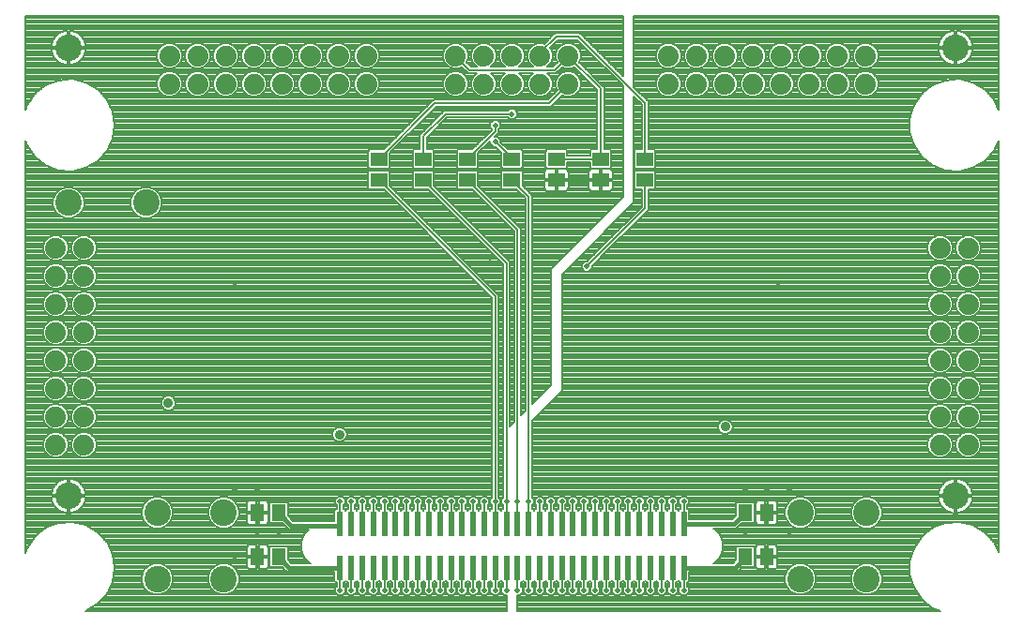
<source format=gbl>
G75*
G70*
%OFA0B0*%
%FSLAX24Y24*%
%IPPOS*%
%LPD*%
%AMOC8*
5,1,8,0,0,1.08239X$1,22.5*
%
%ADD10R,0.0236X0.0906*%
%ADD11C,0.0740*%
%ADD12C,0.0945*%
%ADD13R,0.0591X0.0512*%
%ADD14R,0.0512X0.0591*%
%ADD15C,0.0080*%
%ADD16C,0.0198*%
%ADD17C,0.0160*%
%ADD18C,0.0354*%
D10*
X011755Y002125D03*
X012149Y002125D03*
X012543Y002125D03*
X012936Y002125D03*
X013330Y002125D03*
X013724Y002125D03*
X014117Y002125D03*
X014511Y002125D03*
X014905Y002125D03*
X015299Y002125D03*
X015692Y002125D03*
X016086Y002125D03*
X016480Y002125D03*
X016873Y002125D03*
X017267Y002125D03*
X017661Y002125D03*
X018054Y002125D03*
X018448Y002125D03*
X018842Y002125D03*
X019236Y002125D03*
X019629Y002125D03*
X020023Y002125D03*
X020417Y002125D03*
X020810Y002125D03*
X021204Y002125D03*
X021598Y002125D03*
X021991Y002125D03*
X022385Y002125D03*
X022779Y002125D03*
X023173Y002125D03*
X023566Y002125D03*
X023960Y002125D03*
X023960Y003669D03*
X023566Y003669D03*
X023173Y003669D03*
X022779Y003669D03*
X022385Y003669D03*
X021991Y003669D03*
X021598Y003669D03*
X021204Y003669D03*
X020810Y003669D03*
X020417Y003669D03*
X020023Y003669D03*
X019629Y003669D03*
X019236Y003669D03*
X018842Y003669D03*
X018448Y003669D03*
X018054Y003669D03*
X017661Y003669D03*
X017267Y003669D03*
X016873Y003669D03*
X016480Y003669D03*
X016086Y003669D03*
X015692Y003669D03*
X015299Y003669D03*
X014905Y003669D03*
X014511Y003669D03*
X014117Y003669D03*
X013724Y003669D03*
X013330Y003669D03*
X012936Y003669D03*
X012543Y003669D03*
X012149Y003669D03*
X011755Y003669D03*
D11*
X002649Y006484D03*
X001649Y006484D03*
X001649Y007484D03*
X002649Y007484D03*
X002649Y008484D03*
X001649Y008484D03*
X001649Y009484D03*
X002649Y009484D03*
X002649Y010484D03*
X001649Y010484D03*
X001649Y011484D03*
X002649Y011484D03*
X002649Y012484D03*
X001649Y012484D03*
X001649Y013484D03*
X002649Y013484D03*
X005696Y019326D03*
X006696Y019326D03*
X007696Y019326D03*
X008696Y019326D03*
X009696Y019326D03*
X010696Y019326D03*
X011696Y019326D03*
X012696Y019326D03*
X012696Y020326D03*
X011696Y020326D03*
X010696Y020326D03*
X009696Y020326D03*
X008696Y020326D03*
X007696Y020326D03*
X006696Y020326D03*
X005696Y020326D03*
X015858Y020318D03*
X016858Y020318D03*
X017858Y020318D03*
X018858Y020318D03*
X019858Y020318D03*
X019858Y019318D03*
X018858Y019318D03*
X017858Y019318D03*
X016858Y019318D03*
X015858Y019318D03*
X023413Y019326D03*
X024413Y019326D03*
X025413Y019326D03*
X026413Y019326D03*
X027413Y019326D03*
X028413Y019326D03*
X029413Y019326D03*
X030413Y019326D03*
X030413Y020326D03*
X029413Y020326D03*
X028413Y020326D03*
X027413Y020326D03*
X026413Y020326D03*
X025413Y020326D03*
X024413Y020326D03*
X023413Y020326D03*
X033066Y013484D03*
X034066Y013484D03*
X034066Y012484D03*
X033066Y012484D03*
X033066Y011484D03*
X034066Y011484D03*
X034066Y010484D03*
X033066Y010484D03*
X033066Y009484D03*
X034066Y009484D03*
X034066Y008484D03*
X033066Y008484D03*
X033066Y007484D03*
X034066Y007484D03*
X034066Y006484D03*
X033066Y006484D03*
D12*
X033606Y004669D03*
X030456Y004078D03*
X028094Y004078D03*
X028094Y001716D03*
X030456Y001716D03*
X007621Y001716D03*
X005259Y001716D03*
X005259Y004078D03*
X007621Y004078D03*
X002110Y004669D03*
X002110Y015102D03*
X004866Y015102D03*
X002110Y020614D03*
X033606Y020614D03*
D13*
X022582Y016657D03*
X022582Y015909D03*
X021007Y015909D03*
X021007Y016657D03*
X019432Y016657D03*
X019432Y015909D03*
X017858Y015909D03*
X017858Y016657D03*
X016283Y016657D03*
X016283Y015909D03*
X014708Y015909D03*
X014708Y016657D03*
X013133Y016657D03*
X013133Y015909D03*
D14*
X009570Y004078D03*
X008822Y004078D03*
X008822Y002503D03*
X009570Y002503D03*
X026145Y002503D03*
X026893Y002503D03*
X026893Y004078D03*
X026145Y004078D03*
D15*
X002709Y000583D02*
X002700Y000581D01*
X017661Y000581D01*
X017661Y001143D01*
X017587Y001143D01*
X017482Y001248D01*
X017482Y001396D01*
X017541Y001455D01*
X017541Y001593D01*
X017510Y001593D01*
X017464Y001638D01*
X017418Y001593D01*
X017387Y001593D01*
X017387Y001455D01*
X017446Y001396D01*
X017446Y001248D01*
X017341Y001143D01*
X017193Y001143D01*
X017088Y001248D01*
X017088Y001396D01*
X017147Y001455D01*
X017147Y001593D01*
X017116Y001593D01*
X017070Y001638D01*
X017025Y001593D01*
X016993Y001593D01*
X016993Y001455D01*
X017052Y001396D01*
X017052Y001248D01*
X016948Y001143D01*
X016799Y001143D01*
X016694Y001248D01*
X016694Y001396D01*
X016753Y001455D01*
X016753Y001593D01*
X016722Y001593D01*
X016676Y001638D01*
X016631Y001593D01*
X016600Y001593D01*
X016600Y001455D01*
X016659Y001396D01*
X016659Y001248D01*
X016554Y001143D01*
X016406Y001143D01*
X016301Y001248D01*
X016301Y001396D01*
X016360Y001455D01*
X016360Y001593D01*
X016328Y001593D01*
X016283Y001638D01*
X016237Y001593D01*
X016206Y001593D01*
X016206Y001455D01*
X016265Y001396D01*
X016265Y001248D01*
X016160Y001143D01*
X016012Y001143D01*
X015907Y001248D01*
X015907Y001396D01*
X015966Y001455D01*
X015966Y001593D01*
X015935Y001593D01*
X015889Y001638D01*
X015844Y001593D01*
X015812Y001593D01*
X015812Y001455D01*
X015871Y001396D01*
X015871Y001248D01*
X015766Y001143D01*
X015618Y001143D01*
X015513Y001248D01*
X015513Y001396D01*
X015572Y001455D01*
X015572Y001593D01*
X015541Y001593D01*
X015495Y001638D01*
X015450Y001593D01*
X015419Y001593D01*
X015419Y001455D01*
X015478Y001396D01*
X015478Y001248D01*
X015373Y001143D01*
X015224Y001143D01*
X015120Y001248D01*
X015120Y001396D01*
X015179Y001455D01*
X015179Y001593D01*
X015147Y001593D01*
X015102Y001638D01*
X015056Y001593D01*
X015025Y001593D01*
X015025Y001455D01*
X015084Y001396D01*
X015084Y001248D01*
X014979Y001143D01*
X014831Y001143D01*
X014726Y001248D01*
X014726Y001396D01*
X014785Y001455D01*
X014785Y001593D01*
X014754Y001593D01*
X014708Y001638D01*
X014662Y001593D01*
X014631Y001593D01*
X014631Y001455D01*
X014690Y001396D01*
X014690Y001248D01*
X014585Y001143D01*
X014437Y001143D01*
X014332Y001248D01*
X014332Y001396D01*
X014391Y001455D01*
X014391Y001593D01*
X014360Y001593D01*
X014314Y001638D01*
X014269Y001593D01*
X014237Y001593D01*
X014237Y001455D01*
X014296Y001396D01*
X014296Y001248D01*
X014192Y001143D01*
X014043Y001143D01*
X013938Y001248D01*
X013938Y001396D01*
X013997Y001455D01*
X013997Y001593D01*
X013966Y001593D01*
X013921Y001638D01*
X013875Y001593D01*
X013844Y001593D01*
X013844Y001455D01*
X013903Y001396D01*
X013903Y001248D01*
X013798Y001143D01*
X013650Y001143D01*
X013545Y001248D01*
X013545Y001396D01*
X013604Y001455D01*
X013604Y001593D01*
X013573Y001593D01*
X013527Y001638D01*
X013481Y001593D01*
X013450Y001593D01*
X013450Y001455D01*
X013509Y001396D01*
X013509Y001248D01*
X013404Y001143D01*
X013256Y001143D01*
X013151Y001248D01*
X013151Y001396D01*
X013210Y001455D01*
X013210Y001593D01*
X013179Y001593D01*
X013133Y001638D01*
X013088Y001593D01*
X013056Y001593D01*
X013056Y001455D01*
X013115Y001396D01*
X013115Y001248D01*
X013011Y001143D01*
X012862Y001143D01*
X012757Y001248D01*
X012757Y001396D01*
X012816Y001455D01*
X012816Y001593D01*
X012785Y001593D01*
X012739Y001638D01*
X012694Y001593D01*
X012663Y001593D01*
X012663Y001455D01*
X012722Y001396D01*
X012722Y001248D01*
X012617Y001143D01*
X012469Y001143D01*
X012364Y001248D01*
X012364Y001396D01*
X012423Y001455D01*
X012423Y001593D01*
X012391Y001593D01*
X012346Y001638D01*
X012300Y001593D01*
X012269Y001593D01*
X012269Y001455D01*
X012328Y001396D01*
X012328Y001248D01*
X012223Y001143D01*
X012075Y001143D01*
X011970Y001248D01*
X011970Y001396D01*
X012029Y001455D01*
X012029Y001593D01*
X011998Y001593D01*
X011952Y001638D01*
X011906Y001593D01*
X011875Y001593D01*
X011875Y001455D01*
X011934Y001396D01*
X011934Y001248D01*
X011829Y001143D01*
X011681Y001143D01*
X011576Y001248D01*
X011576Y001396D01*
X011635Y001455D01*
X011635Y001593D01*
X011604Y001593D01*
X011557Y001639D01*
X011557Y001965D01*
X009882Y001965D01*
X009788Y002059D01*
X009719Y002128D01*
X009281Y002128D01*
X009234Y002175D01*
X009234Y002832D01*
X009281Y002879D01*
X009859Y002879D01*
X009906Y002832D01*
X009906Y002394D01*
X010014Y002285D01*
X010693Y002285D01*
X010681Y002290D01*
X010479Y002492D01*
X010370Y002755D01*
X010370Y003039D01*
X010479Y003302D01*
X010642Y003465D01*
X009957Y003465D01*
X009863Y003559D01*
X009719Y003703D01*
X009281Y003703D01*
X009234Y003750D01*
X009234Y004406D01*
X009281Y004453D01*
X009859Y004453D01*
X009906Y004406D01*
X009906Y003968D01*
X010089Y003785D01*
X011557Y003785D01*
X011557Y004155D01*
X011604Y004201D01*
X011635Y004201D01*
X011635Y004339D01*
X011576Y004398D01*
X011576Y004546D01*
X011681Y004651D01*
X011829Y004651D01*
X011934Y004546D01*
X011934Y004398D01*
X011875Y004339D01*
X011875Y004201D01*
X011906Y004201D01*
X011952Y004156D01*
X011998Y004201D01*
X012029Y004201D01*
X012029Y004339D01*
X011970Y004398D01*
X011970Y004546D01*
X012075Y004651D01*
X012223Y004651D01*
X012328Y004546D01*
X012328Y004398D01*
X012269Y004339D01*
X012269Y004201D01*
X012300Y004201D01*
X012346Y004156D01*
X012391Y004201D01*
X012423Y004201D01*
X012423Y004339D01*
X012364Y004398D01*
X012364Y004546D01*
X012469Y004651D01*
X012617Y004651D01*
X012722Y004546D01*
X012722Y004398D01*
X012663Y004339D01*
X012663Y004201D01*
X012694Y004201D01*
X012739Y004156D01*
X012785Y004201D01*
X012816Y004201D01*
X012816Y004339D01*
X012757Y004398D01*
X012757Y004546D01*
X012862Y004651D01*
X013011Y004651D01*
X013115Y004546D01*
X013115Y004398D01*
X013056Y004339D01*
X013056Y004201D01*
X013088Y004201D01*
X013133Y004156D01*
X013179Y004201D01*
X013210Y004201D01*
X013210Y004339D01*
X013151Y004398D01*
X013151Y004546D01*
X013256Y004651D01*
X013404Y004651D01*
X013509Y004546D01*
X013509Y004398D01*
X013450Y004339D01*
X013450Y004201D01*
X013481Y004201D01*
X013527Y004156D01*
X013573Y004201D01*
X013604Y004201D01*
X013604Y004339D01*
X013545Y004398D01*
X013545Y004546D01*
X013650Y004651D01*
X013798Y004651D01*
X013903Y004546D01*
X013903Y004398D01*
X013844Y004339D01*
X013844Y004201D01*
X013875Y004201D01*
X013921Y004156D01*
X013966Y004201D01*
X013997Y004201D01*
X013997Y004339D01*
X013938Y004398D01*
X013938Y004546D01*
X014043Y004651D01*
X014192Y004651D01*
X014296Y004546D01*
X014296Y004398D01*
X014237Y004339D01*
X014237Y004201D01*
X014269Y004201D01*
X014314Y004156D01*
X014360Y004201D01*
X014391Y004201D01*
X014391Y004339D01*
X014332Y004398D01*
X014332Y004546D01*
X014437Y004651D01*
X014585Y004651D01*
X014690Y004546D01*
X014690Y004398D01*
X014631Y004339D01*
X014631Y004201D01*
X014662Y004201D01*
X014708Y004156D01*
X014754Y004201D01*
X014785Y004201D01*
X014785Y004339D01*
X014726Y004398D01*
X014726Y004546D01*
X014831Y004651D01*
X014979Y004651D01*
X015084Y004546D01*
X015084Y004398D01*
X015025Y004339D01*
X015025Y004201D01*
X015056Y004201D01*
X015102Y004156D01*
X015147Y004201D01*
X015179Y004201D01*
X015179Y004339D01*
X015120Y004398D01*
X015120Y004546D01*
X015224Y004651D01*
X015373Y004651D01*
X015478Y004546D01*
X015478Y004398D01*
X015419Y004339D01*
X015419Y004201D01*
X015450Y004201D01*
X015495Y004156D01*
X015541Y004201D01*
X015572Y004201D01*
X015572Y004339D01*
X015513Y004398D01*
X015513Y004546D01*
X015618Y004651D01*
X015766Y004651D01*
X015871Y004546D01*
X015871Y004398D01*
X015812Y004339D01*
X015812Y004201D01*
X015844Y004201D01*
X015889Y004156D01*
X015935Y004201D01*
X015966Y004201D01*
X015966Y004339D01*
X015907Y004398D01*
X015907Y004546D01*
X016012Y004651D01*
X016160Y004651D01*
X016265Y004546D01*
X016265Y004398D01*
X016206Y004339D01*
X016206Y004201D01*
X016237Y004201D01*
X016283Y004156D01*
X016328Y004201D01*
X016360Y004201D01*
X016360Y004339D01*
X016301Y004398D01*
X016301Y004546D01*
X016406Y004651D01*
X016554Y004651D01*
X016659Y004546D01*
X016659Y004398D01*
X016600Y004339D01*
X016600Y004201D01*
X016631Y004201D01*
X016676Y004156D01*
X016722Y004201D01*
X016753Y004201D01*
X016753Y004339D01*
X016694Y004398D01*
X016694Y004546D01*
X016799Y004651D01*
X016948Y004651D01*
X017052Y004546D01*
X017052Y004398D01*
X016993Y004339D01*
X016993Y004201D01*
X017025Y004201D01*
X017070Y004156D01*
X017116Y004201D01*
X017147Y004201D01*
X017147Y004339D01*
X017088Y004398D01*
X017088Y004546D01*
X017147Y004605D01*
X017147Y011725D01*
X013299Y015573D01*
X012805Y015573D01*
X012758Y015620D01*
X012758Y016198D01*
X012805Y016245D01*
X013462Y016245D01*
X013508Y016198D01*
X013508Y015703D01*
X017387Y011825D01*
X017387Y011725D01*
X017387Y004605D01*
X017446Y004546D01*
X017446Y004398D01*
X017387Y004339D01*
X017387Y004201D01*
X017418Y004201D01*
X017464Y004156D01*
X017510Y004201D01*
X017541Y004201D01*
X017541Y004339D01*
X017482Y004398D01*
X017482Y004546D01*
X017541Y004605D01*
X017541Y012906D01*
X014874Y015573D01*
X014380Y015573D01*
X014333Y015620D01*
X014333Y016198D01*
X014380Y016245D01*
X015036Y016245D01*
X015083Y016198D01*
X015083Y015703D01*
X017781Y013006D01*
X017781Y012906D01*
X017781Y007151D01*
X017934Y007305D01*
X017934Y014087D01*
X016449Y015573D01*
X015954Y015573D01*
X015908Y015620D01*
X015908Y016198D01*
X015954Y016245D01*
X016611Y016245D01*
X016658Y016198D01*
X016658Y015703D01*
X018174Y014187D01*
X018174Y014087D01*
X018174Y007545D01*
X018328Y007698D01*
X018328Y015269D01*
X018024Y015573D01*
X017529Y015573D01*
X017482Y015620D01*
X017482Y016198D01*
X017529Y016245D01*
X018186Y016245D01*
X018233Y016198D01*
X018233Y015703D01*
X018568Y015368D01*
X018568Y015269D01*
X018568Y007938D01*
X019236Y008606D01*
X019236Y012740D01*
X021795Y015299D01*
X021795Y019263D01*
X020170Y020887D01*
X019482Y020887D01*
X019204Y020609D01*
X019239Y020573D01*
X019308Y020408D01*
X019308Y020229D01*
X019239Y020063D01*
X019122Y019946D01*
X019316Y019946D01*
X019464Y020094D01*
X019408Y020229D01*
X019408Y020408D01*
X019476Y020573D01*
X019603Y020700D01*
X019768Y020768D01*
X019947Y020768D01*
X020113Y020700D01*
X020239Y020573D01*
X020308Y020408D01*
X020308Y020229D01*
X020252Y020094D01*
X021057Y019289D01*
X021057Y019289D01*
X021127Y019218D01*
X021127Y016993D01*
X021336Y016993D01*
X021382Y016946D01*
X021382Y016368D01*
X021336Y016321D01*
X021795Y016321D01*
X021795Y016242D02*
X021419Y016242D01*
X021415Y016251D02*
X021388Y016277D01*
X021357Y016295D01*
X021321Y016305D01*
X021047Y016305D01*
X021047Y015949D01*
X020967Y015949D01*
X020967Y016305D01*
X020694Y016305D01*
X020658Y016295D01*
X020626Y016277D01*
X020600Y016251D01*
X020581Y016219D01*
X020572Y016183D01*
X020572Y015949D01*
X020967Y015949D01*
X020967Y015869D01*
X020572Y015869D01*
X020572Y015634D01*
X020581Y015599D01*
X020600Y015567D01*
X020626Y015541D01*
X020658Y015522D01*
X020694Y015513D01*
X020967Y015513D01*
X020967Y015869D01*
X021047Y015869D01*
X021047Y015513D01*
X021321Y015513D01*
X021357Y015522D01*
X021388Y015541D01*
X021415Y015567D01*
X021433Y015599D01*
X021442Y015634D01*
X021442Y015869D01*
X021047Y015869D01*
X021047Y015949D01*
X021442Y015949D01*
X021442Y016183D01*
X021433Y016219D01*
X021415Y016251D01*
X021442Y016164D02*
X021795Y016164D01*
X021795Y016085D02*
X021442Y016085D01*
X021442Y016007D02*
X021795Y016007D01*
X021795Y015928D02*
X021047Y015928D01*
X021007Y015909D02*
X019432Y015909D01*
X019392Y015928D02*
X018233Y015928D01*
X018233Y015850D02*
X018997Y015850D01*
X018997Y015869D02*
X018997Y015634D01*
X019007Y015599D01*
X019025Y015567D01*
X019051Y015541D01*
X019083Y015522D01*
X019119Y015513D01*
X019392Y015513D01*
X019392Y015869D01*
X018997Y015869D01*
X018997Y015949D02*
X019392Y015949D01*
X019392Y015869D01*
X019472Y015869D01*
X019472Y015513D01*
X019746Y015513D01*
X019782Y015522D01*
X019814Y015541D01*
X019840Y015567D01*
X019858Y015599D01*
X019868Y015634D01*
X019868Y015869D01*
X019473Y015869D01*
X019473Y015949D01*
X019868Y015949D01*
X019868Y016183D01*
X019858Y016219D01*
X019840Y016251D01*
X019814Y016277D01*
X019782Y016295D01*
X019746Y016305D01*
X019472Y016305D01*
X019472Y015949D01*
X019392Y015949D01*
X019392Y016305D01*
X019119Y016305D01*
X019083Y016295D01*
X019051Y016277D01*
X019025Y016251D01*
X019007Y016219D01*
X018997Y016183D01*
X018997Y015949D01*
X018997Y016007D02*
X018233Y016007D01*
X018233Y016085D02*
X018997Y016085D01*
X018997Y016164D02*
X018233Y016164D01*
X018188Y016242D02*
X019020Y016242D01*
X019104Y016321D02*
X018186Y016321D01*
X018233Y016368D01*
X018233Y016946D01*
X018186Y016993D01*
X017711Y016993D01*
X017446Y017258D01*
X017446Y017341D01*
X017341Y017446D01*
X017242Y017446D01*
X017317Y017521D01*
X017387Y017591D01*
X017387Y017724D01*
X017446Y017783D01*
X017446Y017932D01*
X017341Y018037D01*
X017193Y018037D01*
X017088Y017932D01*
X017088Y017783D01*
X017147Y017724D01*
X017147Y017691D01*
X016449Y016993D01*
X015954Y016993D01*
X015908Y016946D01*
X015908Y016368D01*
X015954Y016321D01*
X015036Y016321D01*
X015083Y016368D01*
X015083Y016946D01*
X015036Y016993D01*
X014828Y016993D01*
X014828Y017414D01*
X015545Y018131D01*
X017724Y018131D01*
X017783Y018072D01*
X017932Y018072D01*
X018037Y018177D01*
X018037Y018325D01*
X017932Y018430D01*
X017783Y018430D01*
X017724Y018371D01*
X015446Y018371D01*
X015375Y018301D01*
X014588Y017514D01*
X014588Y017414D01*
X014588Y016993D01*
X014380Y016993D01*
X014333Y016946D01*
X014333Y016368D01*
X014380Y016321D01*
X015036Y016321D01*
X015039Y016242D02*
X015952Y016242D01*
X015954Y016321D02*
X016611Y016321D01*
X016658Y016368D01*
X016658Y016862D01*
X017088Y017292D01*
X017088Y017193D01*
X017193Y017088D01*
X017276Y017088D01*
X017482Y016882D01*
X017482Y016368D01*
X017529Y016321D01*
X016611Y016321D01*
X016613Y016242D02*
X017527Y016242D01*
X017529Y016321D02*
X018186Y016321D01*
X018233Y016400D02*
X019057Y016400D01*
X019057Y016368D02*
X019104Y016321D01*
X019761Y016321D01*
X020679Y016321D01*
X021336Y016321D01*
X021382Y016400D02*
X021795Y016400D01*
X021795Y016478D02*
X021382Y016478D01*
X021382Y016557D02*
X021795Y016557D01*
X021795Y016635D02*
X021382Y016635D01*
X021382Y016714D02*
X021795Y016714D01*
X021795Y016792D02*
X021382Y016792D01*
X021382Y016871D02*
X021795Y016871D01*
X021795Y016949D02*
X021379Y016949D01*
X021127Y017028D02*
X021795Y017028D01*
X021795Y017106D02*
X021127Y017106D01*
X021127Y017185D02*
X021795Y017185D01*
X021795Y017264D02*
X021127Y017264D01*
X021127Y017342D02*
X021795Y017342D01*
X021795Y017421D02*
X021127Y017421D01*
X021127Y017499D02*
X021795Y017499D01*
X021795Y017578D02*
X021127Y017578D01*
X021127Y017656D02*
X021795Y017656D01*
X021795Y017735D02*
X021127Y017735D01*
X021127Y017813D02*
X021795Y017813D01*
X021795Y017892D02*
X021127Y017892D01*
X021127Y017970D02*
X021795Y017970D01*
X021795Y018049D02*
X021127Y018049D01*
X021127Y018128D02*
X021795Y018128D01*
X021795Y018206D02*
X021127Y018206D01*
X021127Y018285D02*
X021795Y018285D01*
X021795Y018363D02*
X021127Y018363D01*
X021127Y018442D02*
X021795Y018442D01*
X021795Y018520D02*
X021127Y018520D01*
X021127Y018599D02*
X021795Y018599D01*
X021795Y018677D02*
X021127Y018677D01*
X021127Y018756D02*
X021795Y018756D01*
X021795Y018834D02*
X021127Y018834D01*
X021127Y018913D02*
X021795Y018913D01*
X021795Y018991D02*
X021127Y018991D01*
X021127Y019070D02*
X021795Y019070D01*
X021795Y019149D02*
X021127Y019149D01*
X021118Y019227D02*
X021795Y019227D01*
X021752Y019306D02*
X021040Y019306D01*
X020961Y019384D02*
X021673Y019384D01*
X021595Y019463D02*
X020883Y019463D01*
X020804Y019541D02*
X021516Y019541D01*
X021438Y019620D02*
X020726Y019620D01*
X020647Y019698D02*
X021359Y019698D01*
X021280Y019777D02*
X020569Y019777D01*
X020490Y019855D02*
X021202Y019855D01*
X021123Y019934D02*
X020411Y019934D01*
X020333Y020013D02*
X021045Y020013D01*
X020966Y020091D02*
X020254Y020091D01*
X020283Y020170D02*
X020888Y020170D01*
X020809Y020248D02*
X020308Y020248D01*
X020308Y020327D02*
X020731Y020327D01*
X020652Y020405D02*
X020308Y020405D01*
X020276Y020484D02*
X020574Y020484D01*
X020495Y020562D02*
X020244Y020562D01*
X020171Y020641D02*
X020416Y020641D01*
X020338Y020719D02*
X020065Y020719D01*
X020181Y020877D02*
X019471Y020877D01*
X019393Y020798D02*
X020259Y020798D01*
X020220Y021007D02*
X022582Y018645D01*
X022582Y016657D01*
X022462Y016993D02*
X022254Y016993D01*
X022207Y016946D01*
X022207Y016368D01*
X022254Y016321D01*
X022910Y016321D01*
X022957Y016368D01*
X022957Y016946D01*
X022910Y016993D01*
X022702Y016993D01*
X022702Y018595D01*
X022702Y018695D01*
X022188Y019208D01*
X022188Y021748D01*
X035134Y021748D01*
X035134Y018421D01*
X034961Y018781D01*
X034961Y018781D01*
X034628Y019140D01*
X034205Y019384D01*
X035134Y019384D01*
X035134Y019306D02*
X034341Y019306D01*
X034205Y019384D02*
X034205Y019384D01*
X033728Y019493D01*
X033241Y019456D01*
X032786Y019278D01*
X032786Y019278D01*
X032404Y018973D01*
X032403Y018973D01*
X032128Y018569D01*
X031984Y018102D01*
X031984Y017613D01*
X032128Y017146D01*
X032403Y016742D01*
X032404Y016742D01*
X032786Y016437D01*
X033241Y016259D01*
X033728Y016222D01*
X034205Y016331D01*
X034628Y016575D01*
X034628Y016575D01*
X034628Y016575D01*
X034961Y016934D01*
X035134Y017294D01*
X035134Y002673D01*
X034961Y003033D01*
X034961Y003033D01*
X034628Y003392D01*
X034205Y003636D01*
X034205Y003636D01*
X033728Y003745D01*
X033241Y003708D01*
X032786Y003530D01*
X032786Y003530D01*
X032403Y003225D01*
X032128Y002821D01*
X031984Y002354D01*
X031984Y001865D01*
X032128Y001398D01*
X032128Y001398D01*
X032403Y000994D01*
X032786Y000689D01*
X033062Y000581D01*
X018054Y000581D01*
X018054Y001143D01*
X018129Y001143D01*
X018234Y001248D01*
X018234Y001396D01*
X018174Y001455D01*
X018174Y001593D01*
X018206Y001593D01*
X018251Y001638D01*
X018297Y001593D01*
X018328Y001593D01*
X018328Y001455D01*
X018269Y001396D01*
X018269Y001248D01*
X018374Y001143D01*
X018522Y001143D01*
X018627Y001248D01*
X018627Y001396D01*
X018568Y001455D01*
X018568Y001593D01*
X018599Y001593D01*
X018645Y001638D01*
X018691Y001593D01*
X018722Y001593D01*
X018722Y001455D01*
X018663Y001396D01*
X018663Y001248D01*
X018768Y001143D01*
X018916Y001143D01*
X019021Y001248D01*
X019021Y001396D01*
X018962Y001455D01*
X018962Y001593D01*
X018993Y001593D01*
X019039Y001638D01*
X019084Y001593D01*
X019116Y001593D01*
X019116Y001455D01*
X019057Y001396D01*
X019057Y001248D01*
X019161Y001143D01*
X019310Y001143D01*
X019415Y001248D01*
X019415Y001396D01*
X019356Y001455D01*
X019356Y001593D01*
X019387Y001593D01*
X019432Y001638D01*
X019478Y001593D01*
X019509Y001593D01*
X019509Y001455D01*
X019450Y001396D01*
X019450Y001248D01*
X019555Y001143D01*
X019703Y001143D01*
X019808Y001248D01*
X019808Y001396D01*
X019749Y001455D01*
X019749Y001593D01*
X019781Y001593D01*
X019826Y001638D01*
X019872Y001593D01*
X019903Y001593D01*
X019903Y001455D01*
X019844Y001396D01*
X019844Y001248D01*
X019949Y001143D01*
X020097Y001143D01*
X020202Y001248D01*
X020202Y001396D01*
X020143Y001455D01*
X020143Y001593D01*
X020174Y001593D01*
X020220Y001638D01*
X020265Y001593D01*
X020297Y001593D01*
X020297Y001455D01*
X020238Y001396D01*
X020238Y001248D01*
X020343Y001143D01*
X020491Y001143D01*
X020596Y001248D01*
X020596Y001396D01*
X020537Y001455D01*
X020537Y001593D01*
X020568Y001593D01*
X020614Y001638D01*
X020659Y001593D01*
X020690Y001593D01*
X020690Y001455D01*
X020631Y001396D01*
X020631Y001248D01*
X020736Y001143D01*
X020885Y001143D01*
X020989Y001248D01*
X020989Y001396D01*
X020930Y001455D01*
X020930Y001593D01*
X020962Y001593D01*
X021007Y001638D01*
X021053Y001593D01*
X021084Y001593D01*
X021084Y001455D01*
X021025Y001396D01*
X021025Y001248D01*
X021130Y001143D01*
X021278Y001143D01*
X021383Y001248D01*
X021383Y001396D01*
X021324Y001455D01*
X021324Y001593D01*
X021355Y001593D01*
X021401Y001638D01*
X021447Y001593D01*
X021478Y001593D01*
X021478Y001455D01*
X021419Y001396D01*
X021419Y001248D01*
X021524Y001143D01*
X021672Y001143D01*
X021777Y001248D01*
X021777Y001396D01*
X021718Y001455D01*
X021718Y001593D01*
X021749Y001593D01*
X021795Y001638D01*
X021840Y001593D01*
X021871Y001593D01*
X021871Y001455D01*
X021812Y001396D01*
X021812Y001248D01*
X021917Y001143D01*
X022066Y001143D01*
X022171Y001248D01*
X022171Y001396D01*
X022111Y001455D01*
X022111Y001593D01*
X022143Y001593D01*
X022188Y001638D01*
X022234Y001593D01*
X022265Y001593D01*
X022265Y001455D01*
X022206Y001396D01*
X022206Y001248D01*
X022311Y001143D01*
X022459Y001143D01*
X022564Y001248D01*
X022564Y001396D01*
X022505Y001455D01*
X022505Y001593D01*
X022536Y001593D01*
X022582Y001638D01*
X022628Y001593D01*
X022659Y001593D01*
X022659Y001455D01*
X022600Y001396D01*
X022600Y001248D01*
X022705Y001143D01*
X022853Y001143D01*
X022958Y001248D01*
X022958Y001396D01*
X022899Y001455D01*
X022899Y001593D01*
X022930Y001593D01*
X022976Y001638D01*
X023021Y001593D01*
X023053Y001593D01*
X023053Y001455D01*
X022994Y001396D01*
X022994Y001248D01*
X023098Y001143D01*
X023247Y001143D01*
X023352Y001248D01*
X023352Y001396D01*
X023293Y001455D01*
X023293Y001593D01*
X023324Y001593D01*
X023369Y001638D01*
X023415Y001593D01*
X023446Y001593D01*
X023446Y001455D01*
X023387Y001396D01*
X023387Y001248D01*
X023492Y001143D01*
X023640Y001143D01*
X023745Y001248D01*
X023745Y001396D01*
X023686Y001455D01*
X023686Y001593D01*
X023718Y001593D01*
X023763Y001638D01*
X023809Y001593D01*
X023840Y001593D01*
X023840Y001455D01*
X023781Y001396D01*
X023781Y001248D01*
X023886Y001143D01*
X024034Y001143D01*
X024139Y001248D01*
X024139Y001396D01*
X024080Y001455D01*
X024080Y001593D01*
X024111Y001593D01*
X024158Y001639D01*
X024158Y001965D01*
X025833Y001965D01*
X025927Y002059D01*
X025927Y002059D01*
X025996Y002128D01*
X026434Y002128D01*
X026481Y002175D01*
X026481Y002832D01*
X026434Y002879D01*
X025856Y002879D01*
X025809Y002832D01*
X025809Y002394D01*
X025701Y002285D01*
X025022Y002285D01*
X025035Y002290D01*
X025236Y002492D01*
X025345Y002755D01*
X025345Y003039D01*
X025236Y003302D01*
X025035Y003504D01*
X025022Y003509D01*
X025802Y003509D01*
X025896Y003602D01*
X025996Y003703D01*
X026434Y003703D01*
X026481Y003750D01*
X026481Y004406D01*
X026434Y004453D01*
X025856Y004453D01*
X025809Y004406D01*
X025809Y003968D01*
X025669Y003829D01*
X024158Y003829D01*
X024158Y004155D01*
X024111Y004201D01*
X024080Y004201D01*
X024080Y004339D01*
X024139Y004398D01*
X024139Y004546D01*
X024034Y004651D01*
X023886Y004651D01*
X023781Y004546D01*
X023781Y004398D01*
X023840Y004339D01*
X023840Y004201D01*
X023809Y004201D01*
X023763Y004156D01*
X023718Y004201D01*
X023686Y004201D01*
X023686Y004339D01*
X023745Y004398D01*
X023745Y004546D01*
X023640Y004651D01*
X023492Y004651D01*
X023387Y004546D01*
X023387Y004398D01*
X023446Y004339D01*
X023446Y004201D01*
X023415Y004201D01*
X023369Y004156D01*
X023324Y004201D01*
X023293Y004201D01*
X023293Y004339D01*
X023352Y004398D01*
X023352Y004546D01*
X023247Y004651D01*
X023098Y004651D01*
X022994Y004546D01*
X022994Y004398D01*
X023053Y004339D01*
X023053Y004201D01*
X023021Y004201D01*
X022976Y004156D01*
X022930Y004201D01*
X022899Y004201D01*
X022899Y004339D01*
X022958Y004398D01*
X022958Y004546D01*
X022853Y004651D01*
X022705Y004651D01*
X022600Y004546D01*
X022600Y004398D01*
X022659Y004339D01*
X022659Y004201D01*
X022628Y004201D01*
X022582Y004156D01*
X022536Y004201D01*
X022505Y004201D01*
X022505Y004339D01*
X022564Y004398D01*
X022564Y004546D01*
X022459Y004651D01*
X022311Y004651D01*
X022206Y004546D01*
X022206Y004398D01*
X022265Y004339D01*
X022265Y004201D01*
X022234Y004201D01*
X022188Y004156D01*
X022143Y004201D01*
X022111Y004201D01*
X022111Y004339D01*
X022171Y004398D01*
X022171Y004546D01*
X022066Y004651D01*
X021917Y004651D01*
X021812Y004546D01*
X021812Y004398D01*
X021871Y004339D01*
X021871Y004201D01*
X021840Y004201D01*
X021795Y004156D01*
X021749Y004201D01*
X021718Y004201D01*
X021718Y004339D01*
X021777Y004398D01*
X021777Y004546D01*
X021672Y004651D01*
X021524Y004651D01*
X021419Y004546D01*
X021419Y004398D01*
X021478Y004339D01*
X021478Y004201D01*
X021447Y004201D01*
X021401Y004156D01*
X021355Y004201D01*
X021324Y004201D01*
X021324Y004339D01*
X021383Y004398D01*
X021383Y004546D01*
X021278Y004651D01*
X021130Y004651D01*
X021025Y004546D01*
X021025Y004398D01*
X021084Y004339D01*
X021084Y004201D01*
X021053Y004201D01*
X021007Y004156D01*
X020962Y004201D01*
X020930Y004201D01*
X020930Y004339D01*
X020989Y004398D01*
X020989Y004546D01*
X020885Y004651D01*
X020736Y004651D01*
X020631Y004546D01*
X020631Y004398D01*
X020690Y004339D01*
X020690Y004201D01*
X020659Y004201D01*
X020614Y004156D01*
X020568Y004201D01*
X020537Y004201D01*
X020537Y004339D01*
X020596Y004398D01*
X020596Y004546D01*
X020491Y004651D01*
X020343Y004651D01*
X020238Y004546D01*
X020238Y004398D01*
X020297Y004339D01*
X020297Y004201D01*
X020265Y004201D01*
X020220Y004156D01*
X020174Y004201D01*
X020143Y004201D01*
X020143Y004339D01*
X020202Y004398D01*
X020202Y004546D01*
X020097Y004651D01*
X019949Y004651D01*
X019844Y004546D01*
X019844Y004398D01*
X019903Y004339D01*
X019903Y004201D01*
X019872Y004201D01*
X019826Y004156D01*
X019781Y004201D01*
X019749Y004201D01*
X019749Y004339D01*
X019808Y004398D01*
X019808Y004546D01*
X019703Y004651D01*
X019555Y004651D01*
X019450Y004546D01*
X019450Y004398D01*
X019509Y004339D01*
X019509Y004201D01*
X019478Y004201D01*
X019432Y004156D01*
X019387Y004201D01*
X019356Y004201D01*
X019356Y004339D01*
X019415Y004398D01*
X019415Y004546D01*
X019310Y004651D01*
X019161Y004651D01*
X019057Y004546D01*
X019057Y004398D01*
X019116Y004339D01*
X019116Y004201D01*
X019084Y004201D01*
X019039Y004156D01*
X018993Y004201D01*
X018962Y004201D01*
X018962Y004339D01*
X019021Y004398D01*
X019021Y004546D01*
X018916Y004651D01*
X018768Y004651D01*
X018663Y004546D01*
X018663Y004398D01*
X018722Y004339D01*
X018722Y004201D01*
X018691Y004201D01*
X018645Y004156D01*
X018599Y004201D01*
X018568Y004201D01*
X018568Y004339D01*
X018627Y004398D01*
X018627Y004546D01*
X018568Y004605D01*
X018568Y007348D01*
X019629Y008409D01*
X019629Y012543D01*
X022188Y015102D01*
X022188Y018869D01*
X022462Y018595D01*
X022462Y016993D01*
X022462Y017028D02*
X022188Y017028D01*
X022188Y017106D02*
X022462Y017106D01*
X022462Y017185D02*
X022188Y017185D01*
X022188Y017264D02*
X022462Y017264D01*
X022462Y017342D02*
X022188Y017342D01*
X022188Y017421D02*
X022462Y017421D01*
X022462Y017499D02*
X022188Y017499D01*
X022188Y017578D02*
X022462Y017578D01*
X022462Y017656D02*
X022188Y017656D01*
X022188Y017735D02*
X022462Y017735D01*
X022462Y017813D02*
X022188Y017813D01*
X022188Y017892D02*
X022462Y017892D01*
X022462Y017970D02*
X022188Y017970D01*
X022188Y018049D02*
X022462Y018049D01*
X022462Y018128D02*
X022188Y018128D01*
X022188Y018206D02*
X022462Y018206D01*
X022462Y018285D02*
X022188Y018285D01*
X022188Y018363D02*
X022462Y018363D01*
X022462Y018442D02*
X022188Y018442D01*
X022188Y018520D02*
X022462Y018520D01*
X022459Y018599D02*
X022188Y018599D01*
X022188Y018677D02*
X022380Y018677D01*
X022301Y018756D02*
X022188Y018756D01*
X022188Y018834D02*
X022223Y018834D01*
X022405Y018991D02*
X023111Y018991D01*
X023158Y018945D02*
X023323Y018876D01*
X023502Y018876D01*
X023668Y018945D01*
X023794Y019071D01*
X023863Y019237D01*
X023863Y019416D01*
X023794Y019581D01*
X023668Y019708D01*
X023502Y019776D01*
X023323Y019776D01*
X023158Y019708D01*
X023031Y019581D01*
X022963Y019416D01*
X022963Y019237D01*
X023031Y019071D01*
X023158Y018945D01*
X023234Y018913D02*
X022484Y018913D01*
X022562Y018834D02*
X032309Y018834D01*
X032255Y018756D02*
X022641Y018756D01*
X022702Y018677D02*
X032202Y018677D01*
X032148Y018599D02*
X022702Y018599D01*
X022702Y018520D02*
X032113Y018520D01*
X032128Y018569D02*
X032128Y018569D01*
X032089Y018442D02*
X022702Y018442D01*
X022702Y018363D02*
X032065Y018363D01*
X032040Y018285D02*
X022702Y018285D01*
X022702Y018206D02*
X032016Y018206D01*
X031992Y018128D02*
X022702Y018128D01*
X022702Y018049D02*
X031984Y018049D01*
X031984Y018102D02*
X031984Y018102D01*
X031984Y017970D02*
X022702Y017970D01*
X022702Y017892D02*
X031984Y017892D01*
X031984Y017813D02*
X022702Y017813D01*
X022702Y017735D02*
X031984Y017735D01*
X031984Y017656D02*
X022702Y017656D01*
X022702Y017578D02*
X031995Y017578D01*
X031984Y017613D02*
X031984Y017613D01*
X032019Y017499D02*
X022702Y017499D01*
X022702Y017421D02*
X032043Y017421D01*
X032068Y017342D02*
X022702Y017342D01*
X022702Y017264D02*
X032092Y017264D01*
X032116Y017185D02*
X022702Y017185D01*
X022702Y017106D02*
X032155Y017106D01*
X032128Y017146D02*
X032128Y017146D01*
X032209Y017028D02*
X022702Y017028D01*
X022954Y016949D02*
X032262Y016949D01*
X032316Y016871D02*
X022957Y016871D01*
X022957Y016792D02*
X032369Y016792D01*
X032403Y016742D02*
X032403Y016742D01*
X032439Y016714D02*
X022957Y016714D01*
X022957Y016635D02*
X032538Y016635D01*
X032636Y016557D02*
X022957Y016557D01*
X022957Y016478D02*
X032735Y016478D01*
X032786Y016437D02*
X032786Y016437D01*
X032882Y016400D02*
X022957Y016400D01*
X022911Y016321D02*
X033082Y016321D01*
X033241Y016259D02*
X033241Y016259D01*
X033458Y016242D02*
X022913Y016242D01*
X022910Y016245D02*
X022254Y016245D01*
X022207Y016198D01*
X022207Y015620D01*
X022254Y015573D01*
X022462Y015573D01*
X022462Y014955D01*
X020887Y013380D01*
X020789Y013281D01*
X020524Y013017D01*
X020441Y013017D01*
X020336Y012912D01*
X020336Y012764D01*
X020441Y012659D01*
X020589Y012659D01*
X020694Y012764D01*
X020694Y012847D01*
X020959Y013112D01*
X021057Y013210D01*
X022702Y014855D01*
X022702Y014955D01*
X022702Y015573D01*
X022910Y015573D01*
X022957Y015620D01*
X022957Y016198D01*
X022910Y016245D01*
X022957Y016164D02*
X035134Y016164D01*
X035134Y016242D02*
X033817Y016242D01*
X033728Y016222D02*
X033728Y016222D01*
X034161Y016321D02*
X035134Y016321D01*
X035134Y016400D02*
X034324Y016400D01*
X034205Y016331D02*
X034205Y016331D01*
X034460Y016478D02*
X035134Y016478D01*
X035134Y016557D02*
X034596Y016557D01*
X034684Y016635D02*
X035134Y016635D01*
X035134Y016714D02*
X034756Y016714D01*
X034829Y016792D02*
X035134Y016792D01*
X035134Y016871D02*
X034902Y016871D01*
X034961Y016934D02*
X034961Y016934D01*
X034968Y016949D02*
X035134Y016949D01*
X035134Y017028D02*
X035006Y017028D01*
X035044Y017106D02*
X035134Y017106D01*
X035134Y017185D02*
X035082Y017185D01*
X035119Y017264D02*
X035134Y017264D01*
X035124Y018442D02*
X035134Y018442D01*
X035134Y018520D02*
X035086Y018520D01*
X035049Y018599D02*
X035134Y018599D01*
X035134Y018677D02*
X035011Y018677D01*
X034973Y018756D02*
X035134Y018756D01*
X035134Y018834D02*
X034912Y018834D01*
X034839Y018913D02*
X035134Y018913D01*
X035134Y018991D02*
X034766Y018991D01*
X034693Y019070D02*
X035134Y019070D01*
X035134Y019149D02*
X034613Y019149D01*
X034628Y019140D02*
X034628Y019140D01*
X034477Y019227D02*
X035134Y019227D01*
X035134Y019463D02*
X033861Y019463D01*
X033728Y019493D02*
X033728Y019493D01*
X033324Y019463D02*
X030843Y019463D01*
X030863Y019416D02*
X030794Y019581D01*
X030668Y019708D01*
X030502Y019776D01*
X030323Y019776D01*
X030158Y019708D01*
X030031Y019581D01*
X029963Y019416D01*
X029963Y019237D01*
X030031Y019071D01*
X030158Y018945D01*
X030323Y018876D01*
X030502Y018876D01*
X030668Y018945D01*
X030794Y019071D01*
X030863Y019237D01*
X030863Y019416D01*
X030863Y019384D02*
X033057Y019384D01*
X033241Y019456D02*
X033241Y019456D01*
X032856Y019306D02*
X030863Y019306D01*
X030859Y019227D02*
X032722Y019227D01*
X032624Y019149D02*
X030826Y019149D01*
X030793Y019070D02*
X032525Y019070D01*
X032427Y018991D02*
X030714Y018991D01*
X030591Y018913D02*
X032362Y018913D01*
X032403Y018973D02*
X032403Y018973D01*
X033371Y020046D02*
X033462Y020016D01*
X033557Y020001D01*
X033566Y020001D01*
X033566Y020573D01*
X033646Y020573D01*
X033646Y020001D01*
X033654Y020001D01*
X033749Y020016D01*
X033841Y020046D01*
X033927Y020090D01*
X034005Y020146D01*
X034073Y020214D01*
X034130Y020292D01*
X034173Y020378D01*
X034203Y020470D01*
X034218Y020565D01*
X034218Y020574D01*
X033646Y020574D01*
X033646Y020653D01*
X034218Y020653D01*
X034218Y020662D01*
X034203Y020757D01*
X034173Y020849D01*
X034130Y020935D01*
X034073Y021013D01*
X034005Y021081D01*
X033927Y021137D01*
X033841Y021181D01*
X033749Y021211D01*
X033654Y021226D01*
X033646Y021226D01*
X033646Y020654D01*
X033566Y020654D01*
X033566Y021226D01*
X033557Y021226D01*
X033462Y021211D01*
X033371Y021181D01*
X033285Y021137D01*
X033207Y021081D01*
X033138Y021013D01*
X033082Y020935D01*
X033038Y020849D01*
X033008Y020757D01*
X032993Y020662D01*
X032993Y020653D01*
X033565Y020653D01*
X033565Y020574D01*
X032993Y020574D01*
X032993Y020565D01*
X033008Y020470D01*
X033038Y020378D01*
X033082Y020292D01*
X033138Y020214D01*
X033207Y020146D01*
X033285Y020090D01*
X033371Y020046D01*
X033283Y020091D02*
X030802Y020091D01*
X030794Y020071D02*
X030863Y020237D01*
X030863Y020416D01*
X030794Y020581D01*
X030668Y020708D01*
X030502Y020776D01*
X030323Y020776D01*
X030158Y020708D01*
X030031Y020581D01*
X029963Y020416D01*
X029963Y020237D01*
X030031Y020071D01*
X030158Y019945D01*
X030323Y019876D01*
X030502Y019876D01*
X030668Y019945D01*
X030794Y020071D01*
X030736Y020013D02*
X033485Y020013D01*
X033566Y020013D02*
X033646Y020013D01*
X033646Y020091D02*
X033566Y020091D01*
X033566Y020170D02*
X033646Y020170D01*
X033646Y020248D02*
X033566Y020248D01*
X033566Y020327D02*
X033646Y020327D01*
X033646Y020405D02*
X033566Y020405D01*
X033566Y020484D02*
X033646Y020484D01*
X033646Y020562D02*
X033566Y020562D01*
X033565Y020641D02*
X030734Y020641D01*
X030802Y020562D02*
X032994Y020562D01*
X033006Y020484D02*
X030834Y020484D01*
X030863Y020405D02*
X033029Y020405D01*
X033064Y020327D02*
X030863Y020327D01*
X030863Y020248D02*
X033114Y020248D01*
X033183Y020170D02*
X030835Y020170D01*
X030642Y019934D02*
X035134Y019934D01*
X035134Y020013D02*
X033727Y020013D01*
X033929Y020091D02*
X035134Y020091D01*
X035134Y020170D02*
X034028Y020170D01*
X034097Y020248D02*
X035134Y020248D01*
X035134Y020327D02*
X034147Y020327D01*
X034182Y020405D02*
X035134Y020405D01*
X035134Y020484D02*
X034205Y020484D01*
X034218Y020562D02*
X035134Y020562D01*
X035134Y020641D02*
X033646Y020641D01*
X033646Y020719D02*
X033566Y020719D01*
X033566Y020798D02*
X033646Y020798D01*
X033646Y020877D02*
X033566Y020877D01*
X033566Y020955D02*
X033646Y020955D01*
X033646Y021034D02*
X033566Y021034D01*
X033566Y021112D02*
X033646Y021112D01*
X033646Y021191D02*
X033566Y021191D01*
X033400Y021191D02*
X022188Y021191D01*
X022188Y021269D02*
X035134Y021269D01*
X035134Y021191D02*
X033811Y021191D01*
X033961Y021112D02*
X035134Y021112D01*
X035134Y021034D02*
X034052Y021034D01*
X034115Y020955D02*
X035134Y020955D01*
X035134Y020877D02*
X034159Y020877D01*
X034190Y020798D02*
X035134Y020798D01*
X035134Y020719D02*
X034209Y020719D01*
X033250Y021112D02*
X022188Y021112D01*
X022188Y021034D02*
X033160Y021034D01*
X033097Y020955D02*
X022188Y020955D01*
X022188Y020877D02*
X033052Y020877D01*
X033022Y020798D02*
X022188Y020798D01*
X022188Y020719D02*
X023186Y020719D01*
X023158Y020708D02*
X023031Y020581D01*
X022963Y020416D01*
X022963Y020237D01*
X023031Y020071D01*
X023158Y019945D01*
X023323Y019876D01*
X023502Y019876D01*
X023668Y019945D01*
X023794Y020071D01*
X023863Y020237D01*
X023863Y020416D01*
X023794Y020581D01*
X023668Y020708D01*
X023502Y020776D01*
X023323Y020776D01*
X023158Y020708D01*
X023091Y020641D02*
X022188Y020641D01*
X022188Y020562D02*
X023024Y020562D01*
X022991Y020484D02*
X022188Y020484D01*
X022188Y020405D02*
X022963Y020405D01*
X022963Y020327D02*
X022188Y020327D01*
X022188Y020248D02*
X022963Y020248D01*
X022990Y020170D02*
X022188Y020170D01*
X022188Y020091D02*
X023023Y020091D01*
X023090Y020013D02*
X022188Y020013D01*
X022188Y019934D02*
X023183Y019934D01*
X023149Y019698D02*
X022188Y019698D01*
X022188Y019620D02*
X023070Y019620D01*
X023015Y019541D02*
X022188Y019541D01*
X022188Y019463D02*
X022982Y019463D01*
X022963Y019384D02*
X022188Y019384D01*
X022188Y019306D02*
X022963Y019306D01*
X022967Y019227D02*
X022188Y019227D01*
X022248Y019149D02*
X022999Y019149D01*
X023032Y019070D02*
X022327Y019070D01*
X022188Y019777D02*
X035134Y019777D01*
X035134Y019855D02*
X022188Y019855D01*
X021795Y019855D02*
X021541Y019855D01*
X021620Y019777D02*
X021795Y019777D01*
X021795Y019698D02*
X021698Y019698D01*
X021777Y019620D02*
X021795Y019620D01*
X021795Y019602D02*
X020270Y021127D01*
X020170Y021127D01*
X019482Y021127D01*
X019383Y021127D01*
X019001Y020746D01*
X018947Y020768D01*
X018768Y020768D01*
X018603Y020700D01*
X018476Y020573D01*
X018408Y020408D01*
X018408Y020229D01*
X018476Y020063D01*
X018593Y019946D01*
X018122Y019946D01*
X018239Y020063D01*
X018308Y020229D01*
X018308Y020408D01*
X018239Y020573D01*
X018113Y020700D01*
X017947Y020768D01*
X017768Y020768D01*
X017603Y020700D01*
X017476Y020573D01*
X017408Y020408D01*
X017408Y020229D01*
X017476Y020063D01*
X017593Y019946D01*
X017122Y019946D01*
X017239Y020063D01*
X017308Y020229D01*
X017308Y020408D01*
X017239Y020573D01*
X017113Y020700D01*
X016947Y020768D01*
X016768Y020768D01*
X016603Y020700D01*
X016476Y020573D01*
X016408Y020408D01*
X016408Y020229D01*
X016476Y020063D01*
X016593Y019946D01*
X016399Y019946D01*
X016252Y020094D01*
X016308Y020229D01*
X016308Y020408D01*
X016239Y020573D01*
X016113Y020700D01*
X015947Y020768D01*
X015768Y020768D01*
X015603Y020700D01*
X015476Y020573D01*
X015408Y020408D01*
X015408Y020229D01*
X015476Y020063D01*
X015603Y019937D01*
X015768Y019868D01*
X015947Y019868D01*
X016082Y019924D01*
X016230Y019776D01*
X016300Y019706D01*
X016618Y019706D01*
X016603Y019700D01*
X016476Y019573D01*
X016408Y019408D01*
X016408Y019229D01*
X016476Y019063D01*
X016603Y018937D01*
X016768Y018868D01*
X016947Y018868D01*
X017113Y018937D01*
X017239Y019063D01*
X017308Y019229D01*
X017308Y019408D01*
X017239Y019573D01*
X017113Y019700D01*
X017097Y019706D01*
X017618Y019706D01*
X017603Y019700D01*
X017476Y019573D01*
X017408Y019408D01*
X017408Y019229D01*
X017476Y019063D01*
X017603Y018937D01*
X017768Y018868D01*
X017947Y018868D01*
X018113Y018937D01*
X018239Y019063D01*
X018308Y019229D01*
X018308Y019408D01*
X018239Y019573D01*
X018113Y019700D01*
X018097Y019706D01*
X018618Y019706D01*
X018603Y019700D01*
X018476Y019573D01*
X018408Y019408D01*
X018408Y019229D01*
X018476Y019063D01*
X018603Y018937D01*
X018768Y018868D01*
X018947Y018868D01*
X019113Y018937D01*
X019239Y019063D01*
X019308Y019229D01*
X019308Y019408D01*
X019239Y019573D01*
X019113Y019700D01*
X019097Y019706D01*
X019316Y019706D01*
X019415Y019706D01*
X019633Y019924D01*
X019768Y019868D01*
X019947Y019868D01*
X020082Y019924D01*
X020887Y019119D01*
X020887Y016993D01*
X020679Y016993D01*
X020632Y016946D01*
X020632Y016777D01*
X019808Y016777D01*
X019808Y016946D01*
X019761Y016993D01*
X019104Y016993D01*
X019057Y016946D01*
X019057Y016368D01*
X019057Y016478D02*
X018233Y016478D01*
X018233Y016557D02*
X019057Y016557D01*
X019057Y016635D02*
X018233Y016635D01*
X018233Y016714D02*
X019057Y016714D01*
X019057Y016792D02*
X018233Y016792D01*
X018233Y016871D02*
X019057Y016871D01*
X019061Y016949D02*
X018229Y016949D01*
X017858Y016657D02*
X017732Y016657D01*
X017732Y016803D01*
X017267Y017267D01*
X017088Y017264D02*
X017059Y017264D01*
X017096Y017185D02*
X016981Y017185D01*
X016902Y017106D02*
X017174Y017106D01*
X017337Y017028D02*
X016824Y017028D01*
X016745Y016949D02*
X017415Y016949D01*
X017482Y016871D02*
X016666Y016871D01*
X016658Y016792D02*
X017482Y016792D01*
X017482Y016714D02*
X016658Y016714D01*
X016658Y016635D02*
X017482Y016635D01*
X017482Y016557D02*
X016658Y016557D01*
X016658Y016478D02*
X017482Y016478D01*
X017482Y016400D02*
X016658Y016400D01*
X016658Y016164D02*
X017482Y016164D01*
X017482Y016085D02*
X016658Y016085D01*
X016658Y016007D02*
X017482Y016007D01*
X017482Y015928D02*
X016658Y015928D01*
X016658Y015850D02*
X017482Y015850D01*
X017482Y015771D02*
X016658Y015771D01*
X016669Y015693D02*
X017482Y015693D01*
X017488Y015614D02*
X016747Y015614D01*
X016826Y015536D02*
X018061Y015536D01*
X018140Y015457D02*
X016904Y015457D01*
X016983Y015379D02*
X018218Y015379D01*
X018297Y015300D02*
X017061Y015300D01*
X017140Y015221D02*
X018328Y015221D01*
X018328Y015143D02*
X017218Y015143D01*
X017297Y015064D02*
X018328Y015064D01*
X018328Y014986D02*
X017376Y014986D01*
X017454Y014907D02*
X018328Y014907D01*
X018328Y014829D02*
X017533Y014829D01*
X017611Y014750D02*
X018328Y014750D01*
X018328Y014672D02*
X017690Y014672D01*
X017768Y014593D02*
X018328Y014593D01*
X018328Y014515D02*
X017847Y014515D01*
X017925Y014436D02*
X018328Y014436D01*
X018328Y014357D02*
X018004Y014357D01*
X018082Y014279D02*
X018328Y014279D01*
X018328Y014200D02*
X018161Y014200D01*
X018174Y014122D02*
X018328Y014122D01*
X018328Y014043D02*
X018174Y014043D01*
X018174Y013965D02*
X018328Y013965D01*
X018328Y013886D02*
X018174Y013886D01*
X018174Y013808D02*
X018328Y013808D01*
X018328Y013729D02*
X018174Y013729D01*
X018174Y013651D02*
X018328Y013651D01*
X018328Y013572D02*
X018174Y013572D01*
X018174Y013493D02*
X018328Y013493D01*
X018328Y013415D02*
X018174Y013415D01*
X018174Y013336D02*
X018328Y013336D01*
X018328Y013258D02*
X018174Y013258D01*
X018174Y013179D02*
X018328Y013179D01*
X018328Y013101D02*
X018174Y013101D01*
X018174Y013022D02*
X018328Y013022D01*
X018328Y012944D02*
X018174Y012944D01*
X018174Y012865D02*
X018328Y012865D01*
X018328Y012787D02*
X018174Y012787D01*
X018174Y012708D02*
X018328Y012708D01*
X018328Y012629D02*
X018174Y012629D01*
X018174Y012551D02*
X018328Y012551D01*
X018328Y012472D02*
X018174Y012472D01*
X018174Y012394D02*
X018328Y012394D01*
X018328Y012315D02*
X018174Y012315D01*
X018174Y012237D02*
X018328Y012237D01*
X018328Y012158D02*
X018174Y012158D01*
X018174Y012080D02*
X018328Y012080D01*
X018328Y012001D02*
X018174Y012001D01*
X018174Y011923D02*
X018328Y011923D01*
X018328Y011844D02*
X018174Y011844D01*
X018174Y011766D02*
X018328Y011766D01*
X018328Y011687D02*
X018174Y011687D01*
X018174Y011608D02*
X018328Y011608D01*
X018328Y011530D02*
X018174Y011530D01*
X018174Y011451D02*
X018328Y011451D01*
X018328Y011373D02*
X018174Y011373D01*
X018174Y011294D02*
X018328Y011294D01*
X018328Y011216D02*
X018174Y011216D01*
X018174Y011137D02*
X018328Y011137D01*
X018328Y011059D02*
X018174Y011059D01*
X018174Y010980D02*
X018328Y010980D01*
X018328Y010902D02*
X018174Y010902D01*
X018174Y010823D02*
X018328Y010823D01*
X018328Y010744D02*
X018174Y010744D01*
X018174Y010666D02*
X018328Y010666D01*
X018328Y010587D02*
X018174Y010587D01*
X018174Y010509D02*
X018328Y010509D01*
X018328Y010430D02*
X018174Y010430D01*
X018174Y010352D02*
X018328Y010352D01*
X018328Y010273D02*
X018174Y010273D01*
X018174Y010195D02*
X018328Y010195D01*
X018328Y010116D02*
X018174Y010116D01*
X018174Y010038D02*
X018328Y010038D01*
X018328Y009959D02*
X018174Y009959D01*
X018174Y009880D02*
X018328Y009880D01*
X018328Y009802D02*
X018174Y009802D01*
X018174Y009723D02*
X018328Y009723D01*
X018328Y009645D02*
X018174Y009645D01*
X018174Y009566D02*
X018328Y009566D01*
X018328Y009488D02*
X018174Y009488D01*
X018174Y009409D02*
X018328Y009409D01*
X018328Y009331D02*
X018174Y009331D01*
X018174Y009252D02*
X018328Y009252D01*
X018328Y009174D02*
X018174Y009174D01*
X018174Y009095D02*
X018328Y009095D01*
X018328Y009016D02*
X018174Y009016D01*
X018174Y008938D02*
X018328Y008938D01*
X018328Y008859D02*
X018174Y008859D01*
X018174Y008781D02*
X018328Y008781D01*
X018328Y008702D02*
X018174Y008702D01*
X018174Y008624D02*
X018328Y008624D01*
X018328Y008545D02*
X018174Y008545D01*
X018174Y008467D02*
X018328Y008467D01*
X018328Y008388D02*
X018174Y008388D01*
X018174Y008310D02*
X018328Y008310D01*
X018328Y008231D02*
X018174Y008231D01*
X018174Y008153D02*
X018328Y008153D01*
X018328Y008074D02*
X018174Y008074D01*
X018174Y007995D02*
X018328Y007995D01*
X018328Y007917D02*
X018174Y007917D01*
X018174Y007838D02*
X018328Y007838D01*
X018328Y007760D02*
X018174Y007760D01*
X018174Y007681D02*
X018311Y007681D01*
X018233Y007603D02*
X018174Y007603D01*
X017934Y007603D02*
X017781Y007603D01*
X017781Y007681D02*
X017934Y007681D01*
X017934Y007760D02*
X017781Y007760D01*
X017781Y007838D02*
X017934Y007838D01*
X017934Y007917D02*
X017781Y007917D01*
X017781Y007995D02*
X017934Y007995D01*
X017934Y008074D02*
X017781Y008074D01*
X017781Y008153D02*
X017934Y008153D01*
X017934Y008231D02*
X017781Y008231D01*
X017781Y008310D02*
X017934Y008310D01*
X017934Y008388D02*
X017781Y008388D01*
X017781Y008467D02*
X017934Y008467D01*
X017934Y008545D02*
X017781Y008545D01*
X017781Y008624D02*
X017934Y008624D01*
X017934Y008702D02*
X017781Y008702D01*
X017781Y008781D02*
X017934Y008781D01*
X017934Y008859D02*
X017781Y008859D01*
X017781Y008938D02*
X017934Y008938D01*
X017934Y009016D02*
X017781Y009016D01*
X017781Y009095D02*
X017934Y009095D01*
X017934Y009174D02*
X017781Y009174D01*
X017781Y009252D02*
X017934Y009252D01*
X017934Y009331D02*
X017781Y009331D01*
X017781Y009409D02*
X017934Y009409D01*
X017934Y009488D02*
X017781Y009488D01*
X017781Y009566D02*
X017934Y009566D01*
X017934Y009645D02*
X017781Y009645D01*
X017781Y009723D02*
X017934Y009723D01*
X017934Y009802D02*
X017781Y009802D01*
X017781Y009880D02*
X017934Y009880D01*
X017934Y009959D02*
X017781Y009959D01*
X017781Y010038D02*
X017934Y010038D01*
X017934Y010116D02*
X017781Y010116D01*
X017781Y010195D02*
X017934Y010195D01*
X017934Y010273D02*
X017781Y010273D01*
X017781Y010352D02*
X017934Y010352D01*
X017934Y010430D02*
X017781Y010430D01*
X017781Y010509D02*
X017934Y010509D01*
X017934Y010587D02*
X017781Y010587D01*
X017781Y010666D02*
X017934Y010666D01*
X017934Y010744D02*
X017781Y010744D01*
X017781Y010823D02*
X017934Y010823D01*
X017934Y010902D02*
X017781Y010902D01*
X017781Y010980D02*
X017934Y010980D01*
X017934Y011059D02*
X017781Y011059D01*
X017781Y011137D02*
X017934Y011137D01*
X017934Y011216D02*
X017781Y011216D01*
X017781Y011294D02*
X017934Y011294D01*
X017934Y011373D02*
X017781Y011373D01*
X017781Y011451D02*
X017934Y011451D01*
X017934Y011530D02*
X017781Y011530D01*
X017781Y011608D02*
X017934Y011608D01*
X017934Y011687D02*
X017781Y011687D01*
X017781Y011766D02*
X017934Y011766D01*
X017934Y011844D02*
X017781Y011844D01*
X017781Y011923D02*
X017934Y011923D01*
X017934Y012001D02*
X017781Y012001D01*
X017781Y012080D02*
X017934Y012080D01*
X017934Y012158D02*
X017781Y012158D01*
X017781Y012237D02*
X017934Y012237D01*
X017934Y012315D02*
X017781Y012315D01*
X017781Y012394D02*
X017934Y012394D01*
X017934Y012472D02*
X017781Y012472D01*
X017781Y012551D02*
X017934Y012551D01*
X017934Y012629D02*
X017781Y012629D01*
X017781Y012708D02*
X017934Y012708D01*
X017934Y012787D02*
X017781Y012787D01*
X017781Y012865D02*
X017934Y012865D01*
X017934Y012944D02*
X017781Y012944D01*
X017764Y013022D02*
X017934Y013022D01*
X017934Y013101D02*
X017686Y013101D01*
X017607Y013179D02*
X017934Y013179D01*
X017934Y013258D02*
X017529Y013258D01*
X017450Y013336D02*
X017934Y013336D01*
X017934Y013415D02*
X017372Y013415D01*
X017293Y013493D02*
X017934Y013493D01*
X017934Y013572D02*
X017214Y013572D01*
X017136Y013651D02*
X017934Y013651D01*
X017934Y013729D02*
X017057Y013729D01*
X016979Y013808D02*
X017934Y013808D01*
X017934Y013886D02*
X016900Y013886D01*
X016822Y013965D02*
X017934Y013965D01*
X017934Y014043D02*
X016743Y014043D01*
X016665Y014122D02*
X017900Y014122D01*
X017822Y014200D02*
X016586Y014200D01*
X016508Y014279D02*
X017743Y014279D01*
X017664Y014357D02*
X016429Y014357D01*
X016351Y014436D02*
X017586Y014436D01*
X017507Y014515D02*
X016272Y014515D01*
X016193Y014593D02*
X017429Y014593D01*
X017350Y014672D02*
X016115Y014672D01*
X016036Y014750D02*
X017272Y014750D01*
X017193Y014829D02*
X015958Y014829D01*
X015879Y014907D02*
X017115Y014907D01*
X017036Y014986D02*
X015801Y014986D01*
X015722Y015064D02*
X016958Y015064D01*
X016879Y015143D02*
X015644Y015143D01*
X015565Y015221D02*
X016801Y015221D01*
X016722Y015300D02*
X015487Y015300D01*
X015408Y015379D02*
X016643Y015379D01*
X016565Y015457D02*
X015329Y015457D01*
X015251Y015536D02*
X016486Y015536D01*
X016283Y015909D02*
X018054Y014137D01*
X018054Y004472D01*
X018054Y003669D01*
X017661Y003669D02*
X017661Y004472D01*
X017661Y012956D01*
X014708Y015909D01*
X014333Y015928D02*
X013508Y015928D01*
X013508Y015850D02*
X014333Y015850D01*
X014333Y015771D02*
X013508Y015771D01*
X013519Y015693D02*
X014333Y015693D01*
X014338Y015614D02*
X013598Y015614D01*
X013676Y015536D02*
X014912Y015536D01*
X014990Y015457D02*
X013755Y015457D01*
X013833Y015379D02*
X015069Y015379D01*
X015147Y015300D02*
X013912Y015300D01*
X013990Y015221D02*
X015226Y015221D01*
X015304Y015143D02*
X014069Y015143D01*
X014147Y015064D02*
X015383Y015064D01*
X015461Y014986D02*
X014226Y014986D01*
X014304Y014907D02*
X015540Y014907D01*
X015618Y014829D02*
X014383Y014829D01*
X014462Y014750D02*
X015697Y014750D01*
X015776Y014672D02*
X014540Y014672D01*
X014619Y014593D02*
X015854Y014593D01*
X015933Y014515D02*
X014697Y014515D01*
X014776Y014436D02*
X016011Y014436D01*
X016090Y014357D02*
X014854Y014357D01*
X014933Y014279D02*
X016168Y014279D01*
X016247Y014200D02*
X015011Y014200D01*
X015090Y014122D02*
X016325Y014122D01*
X016404Y014043D02*
X015168Y014043D01*
X015247Y013965D02*
X016482Y013965D01*
X016561Y013886D02*
X015326Y013886D01*
X015404Y013808D02*
X016639Y013808D01*
X016718Y013729D02*
X015483Y013729D01*
X015561Y013651D02*
X016797Y013651D01*
X016875Y013572D02*
X015640Y013572D01*
X015718Y013493D02*
X016954Y013493D01*
X017032Y013415D02*
X015797Y013415D01*
X015875Y013336D02*
X017111Y013336D01*
X017189Y013258D02*
X015954Y013258D01*
X016032Y013179D02*
X017268Y013179D01*
X017346Y013101D02*
X016111Y013101D01*
X016189Y013022D02*
X017425Y013022D01*
X017503Y012944D02*
X016268Y012944D01*
X016347Y012865D02*
X017541Y012865D01*
X017541Y012787D02*
X016425Y012787D01*
X016504Y012708D02*
X017541Y012708D01*
X017541Y012629D02*
X016582Y012629D01*
X016661Y012551D02*
X017541Y012551D01*
X017541Y012472D02*
X016739Y012472D01*
X016818Y012394D02*
X017541Y012394D01*
X017541Y012315D02*
X016896Y012315D01*
X016975Y012237D02*
X017541Y012237D01*
X017541Y012158D02*
X017053Y012158D01*
X017132Y012080D02*
X017541Y012080D01*
X017541Y012001D02*
X017211Y012001D01*
X017289Y011923D02*
X017541Y011923D01*
X017541Y011844D02*
X017368Y011844D01*
X017387Y011766D02*
X017541Y011766D01*
X017541Y011687D02*
X017387Y011687D01*
X017387Y011608D02*
X017541Y011608D01*
X017541Y011530D02*
X017387Y011530D01*
X017387Y011451D02*
X017541Y011451D01*
X017541Y011373D02*
X017387Y011373D01*
X017387Y011294D02*
X017541Y011294D01*
X017541Y011216D02*
X017387Y011216D01*
X017387Y011137D02*
X017541Y011137D01*
X017541Y011059D02*
X017387Y011059D01*
X017387Y010980D02*
X017541Y010980D01*
X017541Y010902D02*
X017387Y010902D01*
X017387Y010823D02*
X017541Y010823D01*
X017541Y010744D02*
X017387Y010744D01*
X017387Y010666D02*
X017541Y010666D01*
X017541Y010587D02*
X017387Y010587D01*
X017387Y010509D02*
X017541Y010509D01*
X017541Y010430D02*
X017387Y010430D01*
X017387Y010352D02*
X017541Y010352D01*
X017541Y010273D02*
X017387Y010273D01*
X017387Y010195D02*
X017541Y010195D01*
X017541Y010116D02*
X017387Y010116D01*
X017387Y010038D02*
X017541Y010038D01*
X017541Y009959D02*
X017387Y009959D01*
X017387Y009880D02*
X017541Y009880D01*
X017541Y009802D02*
X017387Y009802D01*
X017387Y009723D02*
X017541Y009723D01*
X017541Y009645D02*
X017387Y009645D01*
X017387Y009566D02*
X017541Y009566D01*
X017541Y009488D02*
X017387Y009488D01*
X017387Y009409D02*
X017541Y009409D01*
X017541Y009331D02*
X017387Y009331D01*
X017387Y009252D02*
X017541Y009252D01*
X017541Y009174D02*
X017387Y009174D01*
X017387Y009095D02*
X017541Y009095D01*
X017541Y009016D02*
X017387Y009016D01*
X017387Y008938D02*
X017541Y008938D01*
X017541Y008859D02*
X017387Y008859D01*
X017387Y008781D02*
X017541Y008781D01*
X017541Y008702D02*
X017387Y008702D01*
X017387Y008624D02*
X017541Y008624D01*
X017541Y008545D02*
X017387Y008545D01*
X017387Y008467D02*
X017541Y008467D01*
X017541Y008388D02*
X017387Y008388D01*
X017387Y008310D02*
X017541Y008310D01*
X017541Y008231D02*
X017387Y008231D01*
X017387Y008153D02*
X017541Y008153D01*
X017541Y008074D02*
X017387Y008074D01*
X017387Y007995D02*
X017541Y007995D01*
X017541Y007917D02*
X017387Y007917D01*
X017387Y007838D02*
X017541Y007838D01*
X017541Y007760D02*
X017387Y007760D01*
X017387Y007681D02*
X017541Y007681D01*
X017541Y007603D02*
X017387Y007603D01*
X017387Y007524D02*
X017541Y007524D01*
X017541Y007446D02*
X017387Y007446D01*
X017387Y007367D02*
X017541Y007367D01*
X017541Y007289D02*
X017387Y007289D01*
X017387Y007210D02*
X017541Y007210D01*
X017541Y007131D02*
X017387Y007131D01*
X017387Y007053D02*
X017541Y007053D01*
X017541Y006974D02*
X017387Y006974D01*
X017387Y006896D02*
X017541Y006896D01*
X017541Y006817D02*
X017387Y006817D01*
X017387Y006739D02*
X017541Y006739D01*
X017541Y006660D02*
X017387Y006660D01*
X017387Y006582D02*
X017541Y006582D01*
X017541Y006503D02*
X017387Y006503D01*
X017387Y006425D02*
X017541Y006425D01*
X017541Y006346D02*
X017387Y006346D01*
X017387Y006267D02*
X017541Y006267D01*
X017541Y006189D02*
X017387Y006189D01*
X017387Y006110D02*
X017541Y006110D01*
X017541Y006032D02*
X017387Y006032D01*
X017387Y005953D02*
X017541Y005953D01*
X017541Y005875D02*
X017387Y005875D01*
X017387Y005796D02*
X017541Y005796D01*
X017541Y005718D02*
X017387Y005718D01*
X017387Y005639D02*
X017541Y005639D01*
X017541Y005561D02*
X017387Y005561D01*
X017387Y005482D02*
X017541Y005482D01*
X017541Y005404D02*
X017387Y005404D01*
X017387Y005325D02*
X017541Y005325D01*
X017541Y005246D02*
X017387Y005246D01*
X017387Y005168D02*
X017541Y005168D01*
X017541Y005089D02*
X017387Y005089D01*
X017387Y005011D02*
X017541Y005011D01*
X017541Y004932D02*
X017387Y004932D01*
X017387Y004854D02*
X017541Y004854D01*
X017541Y004775D02*
X017387Y004775D01*
X017387Y004697D02*
X017541Y004697D01*
X017541Y004618D02*
X017387Y004618D01*
X017446Y004540D02*
X017482Y004540D01*
X017482Y004461D02*
X017446Y004461D01*
X017431Y004382D02*
X017497Y004382D01*
X017541Y004304D02*
X017387Y004304D01*
X017387Y004225D02*
X017541Y004225D01*
X017267Y004472D02*
X017267Y011775D01*
X013133Y015909D01*
X012758Y015928D02*
X000581Y015928D01*
X000581Y015850D02*
X012758Y015850D01*
X012758Y015771D02*
X000581Y015771D01*
X000581Y015693D02*
X012758Y015693D01*
X012764Y015614D02*
X005072Y015614D01*
X004975Y015654D02*
X005178Y015570D01*
X005334Y015415D01*
X005418Y015212D01*
X005418Y014992D01*
X005334Y014789D01*
X005178Y014633D01*
X004975Y014549D01*
X004756Y014549D01*
X004553Y014633D01*
X004397Y014789D01*
X004313Y014992D01*
X004313Y015212D01*
X004397Y015415D01*
X004553Y015570D01*
X004756Y015654D01*
X004975Y015654D01*
X005213Y015536D02*
X013337Y015536D01*
X013415Y015457D02*
X005292Y015457D01*
X005349Y015379D02*
X013494Y015379D01*
X013572Y015300D02*
X005381Y015300D01*
X005414Y015221D02*
X013651Y015221D01*
X013729Y015143D02*
X005418Y015143D01*
X005418Y015064D02*
X013808Y015064D01*
X013887Y014986D02*
X005415Y014986D01*
X005383Y014907D02*
X013965Y014907D01*
X014044Y014829D02*
X005350Y014829D01*
X005295Y014750D02*
X014122Y014750D01*
X014201Y014672D02*
X005217Y014672D01*
X005081Y014593D02*
X014279Y014593D01*
X014358Y014515D02*
X000581Y014515D01*
X000581Y014593D02*
X001894Y014593D01*
X001797Y014633D02*
X002000Y014549D01*
X002219Y014549D01*
X002423Y014633D01*
X002578Y014789D01*
X002662Y014992D01*
X002662Y015212D01*
X002578Y015415D01*
X002423Y015570D01*
X002219Y015654D01*
X002000Y015654D01*
X001797Y015570D01*
X001641Y015415D01*
X001557Y015212D01*
X001557Y014992D01*
X001641Y014789D01*
X001797Y014633D01*
X001758Y014672D02*
X000581Y014672D01*
X000581Y014750D02*
X001680Y014750D01*
X001625Y014829D02*
X000581Y014829D01*
X000581Y014907D02*
X001592Y014907D01*
X001560Y014986D02*
X000581Y014986D01*
X000581Y015064D02*
X001557Y015064D01*
X001557Y015143D02*
X000581Y015143D01*
X000581Y015221D02*
X001561Y015221D01*
X001594Y015300D02*
X000581Y015300D01*
X000581Y015379D02*
X001626Y015379D01*
X001684Y015457D02*
X000581Y015457D01*
X000581Y015536D02*
X001762Y015536D01*
X001903Y015614D02*
X000581Y015614D01*
X000581Y016007D02*
X012758Y016007D01*
X012758Y016085D02*
X000581Y016085D01*
X000581Y016164D02*
X012758Y016164D01*
X012803Y016242D02*
X002321Y016242D01*
X002232Y016222D02*
X002709Y016331D01*
X003132Y016575D01*
X003465Y016934D01*
X003677Y017374D01*
X003677Y017374D01*
X003750Y017858D01*
X003677Y018341D01*
X003465Y018781D01*
X003465Y018781D01*
X003132Y019140D01*
X002709Y019384D01*
X005246Y019384D01*
X005246Y019416D02*
X005246Y019237D01*
X005315Y019071D01*
X005441Y018945D01*
X005607Y018876D01*
X005786Y018876D01*
X005951Y018945D01*
X006078Y019071D01*
X006146Y019237D01*
X006146Y019416D01*
X006078Y019581D01*
X005951Y019708D01*
X005786Y019776D01*
X005607Y019776D01*
X005441Y019708D01*
X005315Y019581D01*
X005246Y019416D01*
X005266Y019463D02*
X002365Y019463D01*
X002232Y019493D02*
X002232Y019493D01*
X001745Y019456D01*
X001290Y019278D01*
X001290Y019278D01*
X000907Y018973D01*
X000632Y018569D01*
X000581Y018404D01*
X000581Y021748D01*
X021795Y021748D01*
X021795Y019602D01*
X021795Y019934D02*
X021463Y019934D01*
X021384Y020013D02*
X021795Y020013D01*
X021795Y020091D02*
X021306Y020091D01*
X021227Y020170D02*
X021795Y020170D01*
X021795Y020248D02*
X021149Y020248D01*
X021070Y020327D02*
X021795Y020327D01*
X021795Y020405D02*
X020991Y020405D01*
X020913Y020484D02*
X021795Y020484D01*
X021795Y020562D02*
X020834Y020562D01*
X020756Y020641D02*
X021795Y020641D01*
X021795Y020719D02*
X020677Y020719D01*
X020599Y020798D02*
X021795Y020798D01*
X021795Y020877D02*
X020520Y020877D01*
X020442Y020955D02*
X021795Y020955D01*
X021795Y021034D02*
X020363Y021034D01*
X020285Y021112D02*
X021795Y021112D01*
X021795Y021191D02*
X002315Y021191D01*
X002345Y021181D02*
X002253Y021211D01*
X002158Y021226D01*
X002150Y021226D01*
X002150Y020654D01*
X002070Y020654D01*
X002070Y021226D01*
X002061Y021226D01*
X001966Y021211D01*
X001874Y021181D01*
X001789Y021137D01*
X001711Y021081D01*
X001642Y021013D01*
X001586Y020935D01*
X001542Y020849D01*
X001512Y020757D01*
X001497Y020662D01*
X001497Y020653D01*
X002069Y020653D01*
X002069Y020574D01*
X001497Y020574D01*
X001497Y020565D01*
X001512Y020470D01*
X001542Y020378D01*
X001586Y020292D01*
X001642Y020214D01*
X001711Y020146D01*
X001789Y020090D01*
X001874Y020046D01*
X001966Y020016D01*
X002061Y020001D01*
X002070Y020001D01*
X002070Y020573D01*
X002150Y020573D01*
X002150Y020574D02*
X002150Y020653D01*
X002722Y020653D01*
X002722Y020662D01*
X002707Y020757D01*
X002677Y020849D01*
X002633Y020935D01*
X002577Y021013D01*
X002509Y021081D01*
X002431Y021137D01*
X002345Y021181D01*
X002465Y021112D02*
X019368Y021112D01*
X019289Y021034D02*
X002556Y021034D01*
X002619Y020955D02*
X019211Y020955D01*
X019132Y020877D02*
X002663Y020877D01*
X002694Y020798D02*
X019054Y020798D01*
X019236Y020641D02*
X019544Y020641D01*
X019472Y020562D02*
X019244Y020562D01*
X019276Y020484D02*
X019439Y020484D01*
X019408Y020405D02*
X019308Y020405D01*
X019308Y020327D02*
X019408Y020327D01*
X019408Y020248D02*
X019308Y020248D01*
X019283Y020170D02*
X019432Y020170D01*
X019461Y020091D02*
X019251Y020091D01*
X019188Y020013D02*
X019382Y020013D01*
X019366Y019826D02*
X019858Y020318D01*
X021007Y019169D01*
X021007Y016657D01*
X019432Y016657D01*
X019808Y016537D02*
X020632Y016537D01*
X020632Y016368D01*
X020679Y016321D01*
X020632Y016400D02*
X019808Y016400D01*
X019808Y016368D02*
X019808Y016537D01*
X019808Y016478D02*
X020632Y016478D01*
X020595Y016242D02*
X019844Y016242D01*
X019868Y016164D02*
X020572Y016164D01*
X020572Y016085D02*
X019868Y016085D01*
X019868Y016007D02*
X020572Y016007D01*
X020572Y015850D02*
X019868Y015850D01*
X019868Y015771D02*
X020572Y015771D01*
X020572Y015693D02*
X019868Y015693D01*
X019862Y015614D02*
X020577Y015614D01*
X020635Y015536D02*
X019804Y015536D01*
X019472Y015536D02*
X019392Y015536D01*
X019392Y015614D02*
X019472Y015614D01*
X019472Y015693D02*
X019392Y015693D01*
X019392Y015771D02*
X019472Y015771D01*
X019472Y015850D02*
X019392Y015850D01*
X019473Y015928D02*
X020967Y015928D01*
X020967Y015850D02*
X021047Y015850D01*
X021047Y015771D02*
X020967Y015771D01*
X020967Y015693D02*
X021047Y015693D01*
X021047Y015614D02*
X020967Y015614D01*
X020967Y015536D02*
X021047Y015536D01*
X021379Y015536D02*
X021795Y015536D01*
X021795Y015614D02*
X021437Y015614D01*
X021442Y015693D02*
X021795Y015693D01*
X021795Y015771D02*
X021442Y015771D01*
X021442Y015850D02*
X021795Y015850D01*
X021795Y015457D02*
X018479Y015457D01*
X018401Y015536D02*
X019060Y015536D01*
X019003Y015614D02*
X018322Y015614D01*
X018243Y015693D02*
X018997Y015693D01*
X018997Y015771D02*
X018233Y015771D01*
X017858Y015909D02*
X018448Y015318D01*
X018448Y004472D01*
X018448Y003669D01*
X018842Y003669D02*
X018842Y004472D01*
X019021Y004461D02*
X019057Y004461D01*
X019057Y004540D02*
X019021Y004540D01*
X018949Y004618D02*
X019129Y004618D01*
X019236Y004472D02*
X019236Y003669D01*
X019629Y003669D02*
X019629Y004472D01*
X019450Y004461D02*
X019415Y004461D01*
X019415Y004540D02*
X019450Y004540D01*
X019522Y004618D02*
X019342Y004618D01*
X019399Y004382D02*
X019465Y004382D01*
X019509Y004304D02*
X019356Y004304D01*
X019356Y004225D02*
X019509Y004225D01*
X019749Y004225D02*
X019903Y004225D01*
X019903Y004304D02*
X019749Y004304D01*
X019793Y004382D02*
X019859Y004382D01*
X019844Y004461D02*
X019808Y004461D01*
X019808Y004540D02*
X019844Y004540D01*
X019916Y004618D02*
X019736Y004618D01*
X020023Y004472D02*
X020023Y003669D01*
X020417Y003669D02*
X020417Y004472D01*
X020596Y004461D02*
X020631Y004461D01*
X020631Y004540D02*
X020596Y004540D01*
X020524Y004618D02*
X020703Y004618D01*
X020810Y004472D02*
X020810Y003669D01*
X021204Y003669D02*
X021204Y004472D01*
X021025Y004461D02*
X020989Y004461D01*
X020989Y004540D02*
X021025Y004540D01*
X021097Y004618D02*
X020917Y004618D01*
X020974Y004382D02*
X021040Y004382D01*
X021084Y004304D02*
X020930Y004304D01*
X020930Y004225D02*
X021084Y004225D01*
X021324Y004225D02*
X021478Y004225D01*
X021478Y004304D02*
X021324Y004304D01*
X021368Y004382D02*
X021434Y004382D01*
X021419Y004461D02*
X021383Y004461D01*
X021383Y004540D02*
X021419Y004540D01*
X021491Y004618D02*
X021311Y004618D01*
X021598Y004472D02*
X021598Y003669D01*
X021991Y003669D02*
X021991Y004472D01*
X021812Y004461D02*
X021777Y004461D01*
X021777Y004540D02*
X021812Y004540D01*
X021885Y004618D02*
X021705Y004618D01*
X021762Y004382D02*
X021828Y004382D01*
X021871Y004304D02*
X021718Y004304D01*
X021718Y004225D02*
X021871Y004225D01*
X022111Y004225D02*
X022265Y004225D01*
X022265Y004304D02*
X022111Y004304D01*
X022155Y004382D02*
X022221Y004382D01*
X022206Y004461D02*
X022171Y004461D01*
X022171Y004540D02*
X022206Y004540D01*
X022278Y004618D02*
X022098Y004618D01*
X022385Y004472D02*
X022385Y003669D01*
X022779Y003669D02*
X022779Y004472D01*
X022958Y004461D02*
X022994Y004461D01*
X022994Y004540D02*
X022958Y004540D01*
X022886Y004618D02*
X023066Y004618D01*
X023173Y004472D02*
X023173Y003669D01*
X023566Y003669D02*
X023566Y004472D01*
X023387Y004461D02*
X023352Y004461D01*
X023352Y004540D02*
X023387Y004540D01*
X023459Y004618D02*
X023279Y004618D01*
X023336Y004382D02*
X023402Y004382D01*
X023446Y004304D02*
X023293Y004304D01*
X023293Y004225D02*
X023446Y004225D01*
X023686Y004225D02*
X023840Y004225D01*
X023840Y004304D02*
X023686Y004304D01*
X023730Y004382D02*
X023796Y004382D01*
X023781Y004461D02*
X023745Y004461D01*
X023745Y004540D02*
X023781Y004540D01*
X023853Y004618D02*
X023673Y004618D01*
X023960Y004472D02*
X023960Y003669D01*
X024158Y003833D02*
X025673Y003833D01*
X025752Y003911D02*
X024158Y003911D01*
X024158Y003990D02*
X025809Y003990D01*
X025809Y004068D02*
X024158Y004068D01*
X024158Y004147D02*
X025809Y004147D01*
X025809Y004225D02*
X024080Y004225D01*
X024080Y004304D02*
X025809Y004304D01*
X025809Y004382D02*
X024124Y004382D01*
X024139Y004461D02*
X026527Y004461D01*
X026525Y004459D02*
X026507Y004427D01*
X026497Y004392D01*
X026497Y004118D01*
X026853Y004118D01*
X026853Y004038D01*
X026933Y004038D01*
X026933Y003643D01*
X027167Y003643D01*
X027203Y003652D01*
X027235Y003671D01*
X027261Y003697D01*
X027279Y003729D01*
X027289Y003764D01*
X027289Y004038D01*
X026933Y004038D01*
X026933Y004118D01*
X027289Y004118D01*
X027289Y004392D01*
X027279Y004427D01*
X027261Y004459D01*
X027235Y004485D01*
X027203Y004504D01*
X027167Y004513D01*
X026933Y004513D01*
X026933Y004118D01*
X026853Y004118D01*
X026853Y004513D01*
X026619Y004513D01*
X026583Y004504D01*
X026551Y004485D01*
X026525Y004459D01*
X026497Y004382D02*
X026481Y004382D01*
X026481Y004304D02*
X026497Y004304D01*
X026497Y004225D02*
X026481Y004225D01*
X026481Y004147D02*
X026497Y004147D01*
X026481Y004068D02*
X026853Y004068D01*
X026853Y004038D02*
X026497Y004038D01*
X026497Y003764D01*
X026507Y003729D01*
X026525Y003697D01*
X026551Y003671D01*
X026583Y003652D01*
X026619Y003643D01*
X026853Y003643D01*
X026853Y004038D01*
X026853Y003990D02*
X026933Y003990D01*
X026933Y004068D02*
X027541Y004068D01*
X027541Y003990D02*
X027289Y003990D01*
X027289Y003911D02*
X027565Y003911D01*
X027541Y003968D02*
X027625Y003765D01*
X027781Y003610D01*
X027984Y003526D01*
X028204Y003526D01*
X028407Y003610D01*
X028562Y003765D01*
X028646Y003968D01*
X028646Y004188D01*
X028562Y004391D01*
X028407Y004546D01*
X028204Y004631D01*
X027984Y004631D01*
X027781Y004546D01*
X027625Y004391D01*
X027541Y004188D01*
X027541Y003968D01*
X027597Y003833D02*
X027289Y003833D01*
X027286Y003754D02*
X027636Y003754D01*
X027715Y003676D02*
X027240Y003676D01*
X026933Y003676D02*
X026853Y003676D01*
X026853Y003754D02*
X026933Y003754D01*
X026933Y003833D02*
X026853Y003833D01*
X026853Y003911D02*
X026933Y003911D01*
X026497Y003911D02*
X026481Y003911D01*
X026481Y003833D02*
X026497Y003833D01*
X026500Y003754D02*
X026481Y003754D01*
X026546Y003676D02*
X025969Y003676D01*
X025890Y003597D02*
X027811Y003597D01*
X028376Y003597D02*
X030174Y003597D01*
X030143Y003610D02*
X030346Y003526D01*
X030566Y003526D01*
X030769Y003610D01*
X030924Y003765D01*
X031009Y003968D01*
X031009Y004188D01*
X030924Y004391D01*
X030769Y004546D01*
X030566Y004631D01*
X030346Y004631D01*
X030143Y004546D01*
X029988Y004391D01*
X029904Y004188D01*
X029904Y003968D01*
X029988Y003765D01*
X030143Y003610D01*
X030077Y003676D02*
X028473Y003676D01*
X028551Y003754D02*
X029999Y003754D01*
X029960Y003833D02*
X028590Y003833D01*
X028623Y003911D02*
X029927Y003911D01*
X029904Y003990D02*
X028646Y003990D01*
X028646Y004068D02*
X029904Y004068D01*
X029904Y004147D02*
X028646Y004147D01*
X028631Y004225D02*
X029919Y004225D01*
X029952Y004304D02*
X028598Y004304D01*
X028566Y004382D02*
X029984Y004382D01*
X030058Y004461D02*
X028492Y004461D01*
X028414Y004540D02*
X030136Y004540D01*
X030316Y004618D02*
X028234Y004618D01*
X027954Y004618D02*
X024067Y004618D01*
X024139Y004540D02*
X027774Y004540D01*
X027695Y004461D02*
X027259Y004461D01*
X027289Y004382D02*
X027622Y004382D01*
X027589Y004304D02*
X027289Y004304D01*
X027289Y004225D02*
X027557Y004225D01*
X027541Y004147D02*
X027289Y004147D01*
X026933Y004147D02*
X026853Y004147D01*
X026853Y004225D02*
X026933Y004225D01*
X026933Y004304D02*
X026853Y004304D01*
X026853Y004382D02*
X026933Y004382D01*
X026933Y004461D02*
X026853Y004461D01*
X026497Y003990D02*
X026481Y003990D01*
X025812Y003518D02*
X032771Y003518D01*
X032673Y003440D02*
X025098Y003440D01*
X025177Y003361D02*
X032574Y003361D01*
X032476Y003283D02*
X025244Y003283D01*
X025277Y003204D02*
X032389Y003204D01*
X032403Y003225D02*
X032403Y003225D01*
X032336Y003126D02*
X025309Y003126D01*
X025342Y003047D02*
X032282Y003047D01*
X032229Y002969D02*
X025345Y002969D01*
X025345Y002890D02*
X026531Y002890D01*
X026525Y002885D02*
X026507Y002853D01*
X026497Y002817D01*
X026497Y002543D01*
X026853Y002543D01*
X026853Y002463D01*
X026933Y002463D01*
X026933Y002068D01*
X027167Y002068D01*
X027203Y002078D01*
X027235Y002096D01*
X027261Y002122D01*
X027279Y002154D01*
X027289Y002190D01*
X027289Y002463D01*
X026933Y002463D01*
X026933Y002543D01*
X027289Y002543D01*
X027289Y002817D01*
X027279Y002853D01*
X027261Y002885D01*
X027235Y002911D01*
X027203Y002929D01*
X027167Y002939D01*
X026933Y002939D01*
X026933Y002543D01*
X026853Y002543D01*
X026853Y002939D01*
X026619Y002939D01*
X026583Y002929D01*
X026551Y002911D01*
X026525Y002885D01*
X026497Y002812D02*
X026481Y002812D01*
X026481Y002733D02*
X026497Y002733D01*
X026497Y002654D02*
X026481Y002654D01*
X026481Y002576D02*
X026497Y002576D01*
X026481Y002497D02*
X026853Y002497D01*
X026853Y002463D02*
X026497Y002463D01*
X026497Y002190D01*
X026507Y002154D01*
X026525Y002122D01*
X026551Y002096D01*
X026583Y002078D01*
X026619Y002068D01*
X026853Y002068D01*
X026853Y002463D01*
X026853Y002419D02*
X026933Y002419D01*
X026933Y002497D02*
X032028Y002497D01*
X032004Y002419D02*
X027289Y002419D01*
X027289Y002340D02*
X031984Y002340D01*
X031984Y002262D02*
X030582Y002262D01*
X030566Y002268D02*
X030346Y002268D01*
X030143Y002184D01*
X029988Y002029D01*
X029904Y001826D01*
X029904Y001606D01*
X029988Y001403D01*
X030143Y001247D01*
X030346Y001163D01*
X030566Y001163D01*
X030769Y001247D01*
X030924Y001403D01*
X031009Y001606D01*
X031009Y001826D01*
X030924Y002029D01*
X030769Y002184D01*
X030566Y002268D01*
X030770Y002183D02*
X031984Y002183D01*
X031984Y002105D02*
X030849Y002105D01*
X030926Y002026D02*
X031984Y002026D01*
X031984Y001948D02*
X030958Y001948D01*
X030991Y001869D02*
X031984Y001869D01*
X032007Y001791D02*
X031009Y001791D01*
X031009Y001712D02*
X032031Y001712D01*
X032055Y001633D02*
X031009Y001633D01*
X030987Y001555D02*
X032080Y001555D01*
X032104Y001476D02*
X030955Y001476D01*
X030919Y001398D02*
X032128Y001398D01*
X032182Y001319D02*
X030841Y001319D01*
X030753Y001241D02*
X032235Y001241D01*
X032289Y001162D02*
X024053Y001162D01*
X024132Y001241D02*
X027797Y001241D01*
X027781Y001247D02*
X027984Y001163D01*
X028204Y001163D01*
X028407Y001247D01*
X028562Y001403D01*
X028646Y001606D01*
X028646Y001826D01*
X028562Y002029D01*
X028407Y002184D01*
X028204Y002268D01*
X027984Y002268D01*
X027781Y002184D01*
X027625Y002029D01*
X027541Y001826D01*
X027541Y001606D01*
X027625Y001403D01*
X027781Y001247D01*
X027709Y001319D02*
X024139Y001319D01*
X024138Y001398D02*
X027631Y001398D01*
X027595Y001476D02*
X024080Y001476D01*
X024080Y001555D02*
X027562Y001555D01*
X027541Y001633D02*
X024152Y001633D01*
X024158Y001712D02*
X027541Y001712D01*
X027541Y001791D02*
X024158Y001791D01*
X024158Y001869D02*
X027559Y001869D01*
X027592Y001948D02*
X024158Y001948D01*
X023960Y002125D02*
X023960Y001322D01*
X023781Y001319D02*
X023745Y001319D01*
X023738Y001241D02*
X023788Y001241D01*
X023867Y001162D02*
X023659Y001162D01*
X023566Y001322D02*
X023566Y002125D01*
X023173Y002125D02*
X023173Y001322D01*
X023352Y001319D02*
X023387Y001319D01*
X023395Y001241D02*
X023344Y001241D01*
X023266Y001162D02*
X023473Y001162D01*
X023389Y001398D02*
X023350Y001398D01*
X023293Y001476D02*
X023446Y001476D01*
X023446Y001555D02*
X023293Y001555D01*
X023365Y001633D02*
X023374Y001633D01*
X023686Y001555D02*
X023840Y001555D01*
X023840Y001476D02*
X023686Y001476D01*
X023744Y001398D02*
X023782Y001398D01*
X023768Y001633D02*
X023758Y001633D01*
X023053Y001555D02*
X022899Y001555D01*
X022899Y001476D02*
X023053Y001476D01*
X022995Y001398D02*
X022956Y001398D01*
X022958Y001319D02*
X022994Y001319D01*
X023001Y001241D02*
X022951Y001241D01*
X022872Y001162D02*
X023079Y001162D01*
X022779Y001322D02*
X022779Y002125D01*
X022385Y002125D02*
X022385Y001322D01*
X022206Y001319D02*
X022171Y001319D01*
X022163Y001241D02*
X022213Y001241D01*
X022292Y001162D02*
X022085Y001162D01*
X021991Y001322D02*
X021991Y002125D01*
X021598Y002125D02*
X021598Y001322D01*
X021777Y001319D02*
X021812Y001319D01*
X021820Y001241D02*
X021769Y001241D01*
X021691Y001162D02*
X021898Y001162D01*
X021814Y001398D02*
X021775Y001398D01*
X021718Y001476D02*
X021871Y001476D01*
X021871Y001555D02*
X021718Y001555D01*
X021790Y001633D02*
X021799Y001633D01*
X022111Y001555D02*
X022265Y001555D01*
X022265Y001476D02*
X022111Y001476D01*
X022169Y001398D02*
X022208Y001398D01*
X022193Y001633D02*
X022184Y001633D01*
X022505Y001555D02*
X022659Y001555D01*
X022659Y001476D02*
X022505Y001476D01*
X022563Y001398D02*
X022601Y001398D01*
X022600Y001319D02*
X022564Y001319D01*
X022557Y001241D02*
X022607Y001241D01*
X022686Y001162D02*
X022478Y001162D01*
X022577Y001633D02*
X022587Y001633D01*
X022971Y001633D02*
X022981Y001633D01*
X021478Y001555D02*
X021324Y001555D01*
X021324Y001476D02*
X021478Y001476D01*
X021420Y001398D02*
X021382Y001398D01*
X021383Y001319D02*
X021419Y001319D01*
X021426Y001241D02*
X021376Y001241D01*
X021297Y001162D02*
X021505Y001162D01*
X021204Y001322D02*
X021204Y002125D01*
X020810Y002125D02*
X020810Y001322D01*
X020631Y001319D02*
X020596Y001319D01*
X020588Y001241D02*
X020639Y001241D01*
X020717Y001162D02*
X020510Y001162D01*
X020417Y001322D02*
X020417Y002125D01*
X020023Y002125D02*
X020023Y001322D01*
X020202Y001319D02*
X020238Y001319D01*
X020245Y001241D02*
X020195Y001241D01*
X020116Y001162D02*
X020324Y001162D01*
X020239Y001398D02*
X020201Y001398D01*
X020143Y001476D02*
X020297Y001476D01*
X020297Y001555D02*
X020143Y001555D01*
X020215Y001633D02*
X020225Y001633D01*
X020537Y001555D02*
X020690Y001555D01*
X020690Y001476D02*
X020537Y001476D01*
X020594Y001398D02*
X020633Y001398D01*
X020618Y001633D02*
X020609Y001633D01*
X020930Y001555D02*
X021084Y001555D01*
X021084Y001476D02*
X020930Y001476D01*
X020988Y001398D02*
X021026Y001398D01*
X021025Y001319D02*
X020989Y001319D01*
X020982Y001241D02*
X021032Y001241D01*
X021111Y001162D02*
X020904Y001162D01*
X021002Y001633D02*
X021012Y001633D01*
X021396Y001633D02*
X021406Y001633D01*
X019903Y001555D02*
X019749Y001555D01*
X019749Y001476D02*
X019903Y001476D01*
X019845Y001398D02*
X019807Y001398D01*
X019808Y001319D02*
X019844Y001319D01*
X019851Y001241D02*
X019801Y001241D01*
X019722Y001162D02*
X019930Y001162D01*
X019629Y001322D02*
X019629Y002125D01*
X019236Y002125D02*
X019236Y001322D01*
X019415Y001319D02*
X019450Y001319D01*
X019458Y001241D02*
X019407Y001241D01*
X019329Y001162D02*
X019536Y001162D01*
X019452Y001398D02*
X019413Y001398D01*
X019356Y001476D02*
X019509Y001476D01*
X019509Y001555D02*
X019356Y001555D01*
X019428Y001633D02*
X019437Y001633D01*
X019116Y001555D02*
X018962Y001555D01*
X018962Y001476D02*
X019116Y001476D01*
X019058Y001398D02*
X019019Y001398D01*
X019021Y001319D02*
X019057Y001319D01*
X019064Y001241D02*
X019014Y001241D01*
X018935Y001162D02*
X019142Y001162D01*
X018842Y001322D02*
X018842Y002125D01*
X018448Y002125D02*
X018448Y001322D01*
X018269Y001319D02*
X018234Y001319D01*
X018226Y001241D02*
X018276Y001241D01*
X018355Y001162D02*
X018148Y001162D01*
X018054Y001084D02*
X032342Y001084D01*
X032396Y001005D02*
X018054Y001005D01*
X018054Y000927D02*
X032488Y000927D01*
X032403Y000994D02*
X032403Y000994D01*
X032587Y000848D02*
X018054Y000848D01*
X018054Y000769D02*
X032685Y000769D01*
X032784Y000691D02*
X018054Y000691D01*
X018054Y000612D02*
X032982Y000612D01*
X032786Y000689D02*
X032786Y000689D01*
X030159Y001241D02*
X028390Y001241D01*
X028479Y001319D02*
X030071Y001319D01*
X029993Y001398D02*
X028557Y001398D01*
X028593Y001476D02*
X029957Y001476D01*
X029925Y001555D02*
X028625Y001555D01*
X028646Y001633D02*
X029904Y001633D01*
X029904Y001712D02*
X028646Y001712D01*
X028646Y001791D02*
X029904Y001791D01*
X029921Y001869D02*
X028628Y001869D01*
X028596Y001948D02*
X029954Y001948D01*
X029987Y002026D02*
X028563Y002026D01*
X028486Y002105D02*
X030063Y002105D01*
X030142Y002183D02*
X028408Y002183D01*
X028220Y002262D02*
X030330Y002262D01*
X032052Y002576D02*
X027289Y002576D01*
X027289Y002654D02*
X032077Y002654D01*
X032101Y002733D02*
X027289Y002733D01*
X027289Y002812D02*
X032125Y002812D01*
X032128Y002821D02*
X032128Y002821D01*
X032175Y002890D02*
X027255Y002890D01*
X026933Y002890D02*
X026853Y002890D01*
X026853Y002812D02*
X026933Y002812D01*
X026933Y002733D02*
X026853Y002733D01*
X026853Y002654D02*
X026933Y002654D01*
X026933Y002576D02*
X026853Y002576D01*
X026853Y002340D02*
X026933Y002340D01*
X026933Y002262D02*
X026853Y002262D01*
X026853Y002183D02*
X026933Y002183D01*
X026933Y002105D02*
X026853Y002105D01*
X026542Y002105D02*
X025973Y002105D01*
X025894Y002026D02*
X027624Y002026D01*
X027701Y002105D02*
X027244Y002105D01*
X027287Y002183D02*
X027780Y002183D01*
X027968Y002262D02*
X027289Y002262D01*
X026497Y002262D02*
X026481Y002262D01*
X026481Y002340D02*
X026497Y002340D01*
X026497Y002419D02*
X026481Y002419D01*
X026481Y002183D02*
X026499Y002183D01*
X025809Y002419D02*
X025163Y002419D01*
X025238Y002497D02*
X025809Y002497D01*
X025809Y002576D02*
X025271Y002576D01*
X025303Y002654D02*
X025809Y002654D01*
X025809Y002733D02*
X025336Y002733D01*
X025345Y002812D02*
X025809Y002812D01*
X025756Y002340D02*
X025085Y002340D01*
X023053Y004225D02*
X022899Y004225D01*
X022899Y004304D02*
X023053Y004304D01*
X023009Y004382D02*
X022943Y004382D01*
X022659Y004304D02*
X022505Y004304D01*
X022505Y004225D02*
X022659Y004225D01*
X022615Y004382D02*
X022549Y004382D01*
X022564Y004461D02*
X022600Y004461D01*
X022600Y004540D02*
X022564Y004540D01*
X022492Y004618D02*
X022672Y004618D01*
X020690Y004304D02*
X020537Y004304D01*
X020537Y004225D02*
X020690Y004225D01*
X020647Y004382D02*
X020581Y004382D01*
X020297Y004304D02*
X020143Y004304D01*
X020143Y004225D02*
X020297Y004225D01*
X020253Y004382D02*
X020187Y004382D01*
X020202Y004461D02*
X020238Y004461D01*
X020238Y004540D02*
X020202Y004540D01*
X020130Y004618D02*
X020310Y004618D01*
X019116Y004304D02*
X018962Y004304D01*
X018962Y004225D02*
X019116Y004225D01*
X019072Y004382D02*
X019006Y004382D01*
X018722Y004304D02*
X018568Y004304D01*
X018568Y004225D02*
X018722Y004225D01*
X018678Y004382D02*
X018612Y004382D01*
X018627Y004461D02*
X018663Y004461D01*
X018663Y004540D02*
X018627Y004540D01*
X018568Y004618D02*
X018735Y004618D01*
X018568Y004697D02*
X033565Y004697D01*
X033565Y004709D02*
X033565Y004629D01*
X032993Y004629D01*
X032993Y004620D01*
X033008Y004525D01*
X033038Y004434D01*
X033082Y004348D01*
X033138Y004270D01*
X033207Y004201D01*
X033285Y004145D01*
X033371Y004101D01*
X033462Y004071D01*
X033557Y004056D01*
X033566Y004056D01*
X033566Y004628D01*
X033646Y004628D01*
X033646Y004056D01*
X033654Y004056D01*
X033749Y004071D01*
X033841Y004101D01*
X033927Y004145D01*
X034005Y004201D01*
X034073Y004270D01*
X034130Y004348D01*
X034173Y004434D01*
X034203Y004525D01*
X034218Y004620D01*
X034218Y004629D01*
X033646Y004629D01*
X033646Y004709D01*
X034218Y004709D01*
X034218Y004717D01*
X034203Y004812D01*
X034173Y004904D01*
X034130Y004990D01*
X034073Y005068D01*
X034005Y005136D01*
X033927Y005193D01*
X033841Y005236D01*
X033749Y005266D01*
X033654Y005281D01*
X033646Y005281D01*
X033646Y004709D01*
X033566Y004709D01*
X033566Y005281D01*
X033557Y005281D01*
X033462Y005266D01*
X033371Y005236D01*
X033285Y005193D01*
X033207Y005136D01*
X033138Y005068D01*
X033082Y004990D01*
X033038Y004904D01*
X033008Y004812D01*
X032993Y004717D01*
X032993Y004709D01*
X033565Y004709D01*
X033566Y004775D02*
X033646Y004775D01*
X033646Y004697D02*
X035134Y004697D01*
X035134Y004775D02*
X034209Y004775D01*
X034190Y004854D02*
X035134Y004854D01*
X035134Y004932D02*
X034159Y004932D01*
X034114Y005011D02*
X035134Y005011D01*
X035134Y005089D02*
X034051Y005089D01*
X033961Y005168D02*
X035134Y005168D01*
X035134Y005246D02*
X033810Y005246D01*
X033646Y005246D02*
X033566Y005246D01*
X033566Y005168D02*
X033646Y005168D01*
X033646Y005089D02*
X033566Y005089D01*
X033566Y005011D02*
X033646Y005011D01*
X033646Y004932D02*
X033566Y004932D01*
X033566Y004854D02*
X033646Y004854D01*
X033646Y004618D02*
X033566Y004618D01*
X033566Y004540D02*
X033646Y004540D01*
X033646Y004461D02*
X033566Y004461D01*
X033566Y004382D02*
X033646Y004382D01*
X033646Y004304D02*
X033566Y004304D01*
X033566Y004225D02*
X033646Y004225D01*
X033646Y004147D02*
X033566Y004147D01*
X033566Y004068D02*
X033646Y004068D01*
X033730Y004068D02*
X035134Y004068D01*
X035134Y003990D02*
X031009Y003990D01*
X031009Y004068D02*
X033481Y004068D01*
X033282Y004147D02*
X031009Y004147D01*
X030993Y004225D02*
X033183Y004225D01*
X033114Y004304D02*
X030961Y004304D01*
X030928Y004382D02*
X033064Y004382D01*
X033029Y004461D02*
X030855Y004461D01*
X030776Y004540D02*
X033006Y004540D01*
X032994Y004618D02*
X030596Y004618D01*
X030985Y003911D02*
X035134Y003911D01*
X035134Y003833D02*
X030952Y003833D01*
X030913Y003754D02*
X035134Y003754D01*
X035134Y003676D02*
X034032Y003676D01*
X034273Y003597D02*
X035134Y003597D01*
X035134Y003518D02*
X034409Y003518D01*
X034545Y003440D02*
X035134Y003440D01*
X035134Y003361D02*
X034656Y003361D01*
X034628Y003392D02*
X034628Y003392D01*
X034729Y003283D02*
X035134Y003283D01*
X035134Y003204D02*
X034802Y003204D01*
X034875Y003126D02*
X035134Y003126D01*
X035134Y003047D02*
X034948Y003047D01*
X034992Y002969D02*
X035134Y002969D01*
X035134Y002890D02*
X035030Y002890D01*
X035067Y002812D02*
X035134Y002812D01*
X035134Y002733D02*
X035105Y002733D01*
X033728Y003745D02*
X033728Y003745D01*
X033241Y003708D02*
X033241Y003708D01*
X033157Y003676D02*
X030835Y003676D01*
X030738Y003597D02*
X032957Y003597D01*
X033929Y004147D02*
X035134Y004147D01*
X035134Y004225D02*
X034029Y004225D01*
X034098Y004304D02*
X035134Y004304D01*
X035134Y004382D02*
X034147Y004382D01*
X034182Y004461D02*
X035134Y004461D01*
X035134Y004540D02*
X034205Y004540D01*
X034218Y004618D02*
X035134Y004618D01*
X035134Y005325D02*
X018568Y005325D01*
X018568Y005404D02*
X035134Y005404D01*
X035134Y005482D02*
X018568Y005482D01*
X018568Y005561D02*
X035134Y005561D01*
X035134Y005639D02*
X018568Y005639D01*
X018568Y005718D02*
X035134Y005718D01*
X035134Y005796D02*
X018568Y005796D01*
X018568Y005875D02*
X035134Y005875D01*
X035134Y005953D02*
X018568Y005953D01*
X018568Y006032D02*
X035134Y006032D01*
X035134Y006110D02*
X034329Y006110D01*
X034321Y006102D02*
X034448Y006229D01*
X034516Y006394D01*
X034516Y006573D01*
X034448Y006739D01*
X035134Y006739D01*
X035134Y006817D02*
X034369Y006817D01*
X034321Y006865D02*
X034156Y006934D01*
X033977Y006934D01*
X033811Y006865D01*
X033685Y006739D01*
X033448Y006739D01*
X033321Y006865D01*
X033156Y006934D01*
X032977Y006934D01*
X032811Y006865D01*
X032685Y006739D01*
X018568Y006739D01*
X018568Y006817D02*
X032764Y006817D01*
X032685Y006739D02*
X032616Y006573D01*
X032616Y006394D01*
X032685Y006229D01*
X032811Y006102D01*
X032977Y006034D01*
X033156Y006034D01*
X033321Y006102D01*
X033448Y006229D01*
X033516Y006394D01*
X033516Y006573D01*
X033448Y006739D01*
X033480Y006660D02*
X033652Y006660D01*
X033620Y006582D02*
X033513Y006582D01*
X033516Y006503D02*
X033616Y006503D01*
X033616Y006573D02*
X033616Y006394D01*
X033685Y006229D01*
X033811Y006102D01*
X033977Y006034D01*
X034156Y006034D01*
X034321Y006102D01*
X034408Y006189D02*
X035134Y006189D01*
X035134Y006267D02*
X034464Y006267D01*
X034496Y006346D02*
X035134Y006346D01*
X035134Y006425D02*
X034516Y006425D01*
X034516Y006503D02*
X035134Y006503D01*
X035134Y006582D02*
X034513Y006582D01*
X034480Y006660D02*
X035134Y006660D01*
X035134Y006896D02*
X034247Y006896D01*
X034321Y006865D02*
X034448Y006739D01*
X034321Y007102D02*
X034156Y007034D01*
X033977Y007034D01*
X033811Y007102D01*
X033685Y007229D01*
X033616Y007394D01*
X033616Y007573D01*
X033685Y007739D01*
X033811Y007865D01*
X033977Y007934D01*
X034156Y007934D01*
X034321Y007865D01*
X034448Y007739D01*
X034516Y007573D01*
X034516Y007394D01*
X034448Y007229D01*
X034321Y007102D01*
X034351Y007131D02*
X035134Y007131D01*
X035134Y007053D02*
X034202Y007053D01*
X033930Y007053D02*
X033202Y007053D01*
X033156Y007034D02*
X033321Y007102D01*
X033448Y007229D01*
X033516Y007394D01*
X033516Y007573D01*
X033448Y007739D01*
X033321Y007865D01*
X033156Y007934D01*
X032977Y007934D01*
X032811Y007865D01*
X032685Y007739D01*
X032616Y007573D01*
X032616Y007394D01*
X032685Y007229D01*
X032811Y007102D01*
X032977Y007034D01*
X033156Y007034D01*
X033247Y006896D02*
X033886Y006896D01*
X033764Y006817D02*
X033369Y006817D01*
X033351Y007131D02*
X033782Y007131D01*
X033704Y007210D02*
X033429Y007210D01*
X033473Y007289D02*
X033660Y007289D01*
X033627Y007367D02*
X033505Y007367D01*
X033516Y007446D02*
X033616Y007446D01*
X033616Y007524D02*
X033516Y007524D01*
X033504Y007603D02*
X033629Y007603D01*
X033661Y007681D02*
X033471Y007681D01*
X033426Y007760D02*
X033706Y007760D01*
X033785Y007838D02*
X033348Y007838D01*
X033196Y007917D02*
X033936Y007917D01*
X033977Y008034D02*
X034156Y008034D01*
X034321Y008102D01*
X034448Y008229D01*
X034516Y008394D01*
X034516Y008573D01*
X034448Y008739D01*
X034321Y008865D01*
X034156Y008934D01*
X033977Y008934D01*
X033811Y008865D01*
X033685Y008739D01*
X033616Y008573D01*
X033616Y008394D01*
X033685Y008229D01*
X033811Y008102D01*
X033977Y008034D01*
X033879Y008074D02*
X033253Y008074D01*
X033321Y008102D02*
X033448Y008229D01*
X033516Y008394D01*
X033516Y008573D01*
X033448Y008739D01*
X033321Y008865D01*
X033156Y008934D01*
X032977Y008934D01*
X032811Y008865D01*
X032685Y008739D01*
X032616Y008573D01*
X032616Y008394D01*
X032685Y008229D01*
X032811Y008102D01*
X032977Y008034D01*
X033156Y008034D01*
X033321Y008102D01*
X033372Y008153D02*
X033761Y008153D01*
X033684Y008231D02*
X033449Y008231D01*
X033481Y008310D02*
X033651Y008310D01*
X033619Y008388D02*
X033514Y008388D01*
X033516Y008467D02*
X033616Y008467D01*
X033616Y008545D02*
X033516Y008545D01*
X033495Y008624D02*
X033637Y008624D01*
X033670Y008702D02*
X033463Y008702D01*
X033405Y008781D02*
X033727Y008781D01*
X033806Y008859D02*
X033327Y008859D01*
X033304Y009095D02*
X033828Y009095D01*
X033811Y009102D02*
X033977Y009034D01*
X034156Y009034D01*
X034321Y009102D01*
X034448Y009229D01*
X034516Y009394D01*
X034516Y009573D01*
X034448Y009739D01*
X034321Y009865D01*
X034156Y009934D01*
X033977Y009934D01*
X033811Y009865D01*
X033685Y009739D01*
X033616Y009573D01*
X033616Y009394D01*
X033685Y009229D01*
X033811Y009102D01*
X033740Y009174D02*
X033393Y009174D01*
X033448Y009229D02*
X033321Y009102D01*
X033156Y009034D01*
X032977Y009034D01*
X032811Y009102D01*
X032685Y009229D01*
X032616Y009394D01*
X032616Y009573D01*
X032685Y009739D01*
X032811Y009865D01*
X032977Y009934D01*
X033156Y009934D01*
X033321Y009865D01*
X033448Y009739D01*
X033516Y009573D01*
X033516Y009394D01*
X033448Y009229D01*
X033457Y009252D02*
X033675Y009252D01*
X033643Y009331D02*
X033490Y009331D01*
X033516Y009409D02*
X033616Y009409D01*
X033616Y009488D02*
X033516Y009488D01*
X033516Y009566D02*
X033616Y009566D01*
X033646Y009645D02*
X033487Y009645D01*
X033454Y009723D02*
X033679Y009723D01*
X033748Y009802D02*
X033384Y009802D01*
X033284Y009880D02*
X033849Y009880D01*
X033967Y010038D02*
X033165Y010038D01*
X033156Y010034D02*
X033321Y010102D01*
X033448Y010229D01*
X033516Y010394D01*
X033516Y010573D01*
X033448Y010739D01*
X033321Y010865D01*
X033156Y010934D01*
X032977Y010934D01*
X032811Y010865D01*
X032685Y010739D01*
X032616Y010573D01*
X032616Y010394D01*
X032685Y010229D01*
X032811Y010102D01*
X032977Y010034D01*
X033156Y010034D01*
X032967Y010038D02*
X019629Y010038D01*
X019629Y010116D02*
X032797Y010116D01*
X032719Y010195D02*
X019629Y010195D01*
X019629Y010273D02*
X032666Y010273D01*
X032634Y010352D02*
X019629Y010352D01*
X019629Y010430D02*
X032616Y010430D01*
X032616Y010509D02*
X019629Y010509D01*
X019629Y010587D02*
X032622Y010587D01*
X032655Y010666D02*
X019629Y010666D01*
X019629Y010744D02*
X032691Y010744D01*
X032769Y010823D02*
X019629Y010823D01*
X019629Y010902D02*
X032899Y010902D01*
X032977Y011034D02*
X033156Y011034D01*
X033321Y011102D01*
X033448Y011229D01*
X033516Y011394D01*
X033516Y011573D01*
X033448Y011739D01*
X033321Y011865D01*
X033156Y011934D01*
X032977Y011934D01*
X032811Y011865D01*
X032685Y011739D01*
X032616Y011573D01*
X032616Y011394D01*
X032685Y011229D01*
X032811Y011102D01*
X032977Y011034D01*
X032916Y011059D02*
X019629Y011059D01*
X019629Y011137D02*
X032776Y011137D01*
X032698Y011216D02*
X019629Y011216D01*
X019629Y011294D02*
X032658Y011294D01*
X032625Y011373D02*
X019629Y011373D01*
X019629Y011451D02*
X032616Y011451D01*
X032616Y011530D02*
X019629Y011530D01*
X019629Y011608D02*
X032631Y011608D01*
X032663Y011687D02*
X019629Y011687D01*
X019629Y011766D02*
X032712Y011766D01*
X032790Y011844D02*
X019629Y011844D01*
X019629Y011923D02*
X032950Y011923D01*
X032977Y012034D02*
X032811Y012102D01*
X032685Y012229D01*
X032616Y012394D01*
X032616Y012573D01*
X032685Y012739D01*
X032811Y012865D01*
X032977Y012934D01*
X033156Y012934D01*
X033321Y012865D01*
X033811Y012865D01*
X033685Y012739D01*
X033616Y012573D01*
X033616Y012394D01*
X033685Y012229D01*
X033811Y012102D01*
X033977Y012034D01*
X034156Y012034D01*
X034321Y012102D01*
X034448Y012229D01*
X034516Y012394D01*
X035134Y012394D01*
X035134Y012472D02*
X034516Y012472D01*
X034516Y012394D02*
X034516Y012573D01*
X034448Y012739D01*
X034321Y012865D01*
X035134Y012865D01*
X035134Y012787D02*
X034400Y012787D01*
X034460Y012708D02*
X035134Y012708D01*
X035134Y012629D02*
X034493Y012629D01*
X034516Y012551D02*
X035134Y012551D01*
X035134Y012315D02*
X034484Y012315D01*
X034451Y012237D02*
X035134Y012237D01*
X035134Y012158D02*
X034377Y012158D01*
X034267Y012080D02*
X035134Y012080D01*
X035134Y012001D02*
X019629Y012001D01*
X019629Y012080D02*
X032866Y012080D01*
X032977Y012034D02*
X033156Y012034D01*
X033321Y012102D01*
X033448Y012229D01*
X033516Y012394D01*
X033616Y012394D01*
X033616Y012472D02*
X033516Y012472D01*
X033516Y012394D02*
X033516Y012573D01*
X033448Y012739D01*
X033321Y012865D01*
X033400Y012787D02*
X033733Y012787D01*
X033672Y012708D02*
X033460Y012708D01*
X033493Y012629D02*
X033640Y012629D01*
X033616Y012551D02*
X033516Y012551D01*
X033484Y012315D02*
X033649Y012315D01*
X033681Y012237D02*
X033451Y012237D01*
X033377Y012158D02*
X033755Y012158D01*
X033866Y012080D02*
X033267Y012080D01*
X033182Y011923D02*
X033950Y011923D01*
X033977Y011934D02*
X033811Y011865D01*
X033685Y011739D01*
X033616Y011573D01*
X033616Y011394D01*
X033685Y011229D01*
X033811Y011102D01*
X033977Y011034D01*
X034156Y011034D01*
X034321Y011102D01*
X034448Y011229D01*
X034516Y011394D01*
X034516Y011573D01*
X034448Y011739D01*
X034321Y011865D01*
X034156Y011934D01*
X033977Y011934D01*
X034182Y011923D02*
X035134Y011923D01*
X035134Y011844D02*
X034342Y011844D01*
X034421Y011766D02*
X035134Y011766D01*
X035134Y011687D02*
X034469Y011687D01*
X034502Y011608D02*
X035134Y011608D01*
X035134Y011530D02*
X034516Y011530D01*
X034516Y011451D02*
X035134Y011451D01*
X035134Y011373D02*
X034507Y011373D01*
X034475Y011294D02*
X035134Y011294D01*
X035134Y011216D02*
X034435Y011216D01*
X034356Y011137D02*
X035134Y011137D01*
X035134Y011059D02*
X034216Y011059D01*
X034156Y010934D02*
X033977Y010934D01*
X033811Y010865D01*
X033685Y010739D01*
X033616Y010573D01*
X033616Y010394D01*
X033685Y010229D01*
X033811Y010102D01*
X033977Y010034D01*
X034156Y010034D01*
X034321Y010102D01*
X034448Y010229D01*
X034516Y010394D01*
X034516Y010573D01*
X034448Y010739D01*
X034321Y010865D01*
X034156Y010934D01*
X034233Y010902D02*
X035134Y010902D01*
X035134Y010980D02*
X019629Y010980D01*
X019236Y010980D02*
X018568Y010980D01*
X018568Y010902D02*
X019236Y010902D01*
X019236Y010823D02*
X018568Y010823D01*
X018568Y010744D02*
X019236Y010744D01*
X019236Y010666D02*
X018568Y010666D01*
X018568Y010587D02*
X019236Y010587D01*
X019236Y010509D02*
X018568Y010509D01*
X018568Y010430D02*
X019236Y010430D01*
X019236Y010352D02*
X018568Y010352D01*
X018568Y010273D02*
X019236Y010273D01*
X019236Y010195D02*
X018568Y010195D01*
X018568Y010116D02*
X019236Y010116D01*
X019236Y010038D02*
X018568Y010038D01*
X018568Y009959D02*
X019236Y009959D01*
X019236Y009880D02*
X018568Y009880D01*
X018568Y009802D02*
X019236Y009802D01*
X019236Y009723D02*
X018568Y009723D01*
X018568Y009645D02*
X019236Y009645D01*
X019236Y009566D02*
X018568Y009566D01*
X018568Y009488D02*
X019236Y009488D01*
X019236Y009409D02*
X018568Y009409D01*
X018568Y009331D02*
X019236Y009331D01*
X019236Y009252D02*
X018568Y009252D01*
X018568Y009174D02*
X019236Y009174D01*
X019236Y009095D02*
X018568Y009095D01*
X018568Y009016D02*
X019236Y009016D01*
X019236Y008938D02*
X018568Y008938D01*
X018568Y008859D02*
X019236Y008859D01*
X019236Y008781D02*
X018568Y008781D01*
X018568Y008702D02*
X019236Y008702D01*
X019236Y008624D02*
X018568Y008624D01*
X018568Y008545D02*
X019175Y008545D01*
X019097Y008467D02*
X018568Y008467D01*
X018568Y008388D02*
X019018Y008388D01*
X018940Y008310D02*
X018568Y008310D01*
X018568Y008231D02*
X018861Y008231D01*
X018782Y008153D02*
X018568Y008153D01*
X018568Y008074D02*
X018704Y008074D01*
X018625Y007995D02*
X018568Y007995D01*
X018902Y007681D02*
X032661Y007681D01*
X032629Y007603D02*
X018823Y007603D01*
X018745Y007524D02*
X032616Y007524D01*
X032616Y007446D02*
X018666Y007446D01*
X018588Y007367D02*
X025339Y007367D01*
X025385Y007386D02*
X025291Y007347D01*
X025218Y007275D01*
X025179Y007180D01*
X025179Y007078D01*
X025218Y006984D01*
X025291Y006911D01*
X025385Y006872D01*
X025488Y006872D01*
X025582Y006911D01*
X025654Y006984D01*
X025694Y007078D01*
X025694Y007180D01*
X025654Y007275D01*
X025582Y007347D01*
X025488Y007386D01*
X025385Y007386D01*
X025534Y007367D02*
X032627Y007367D01*
X032660Y007289D02*
X025641Y007289D01*
X025681Y007210D02*
X032704Y007210D01*
X032782Y007131D02*
X025694Y007131D01*
X025683Y007053D02*
X032930Y007053D01*
X032886Y006896D02*
X025545Y006896D01*
X025645Y006974D02*
X035134Y006974D01*
X035134Y007210D02*
X034429Y007210D01*
X034473Y007289D02*
X035134Y007289D01*
X035134Y007367D02*
X034505Y007367D01*
X034516Y007446D02*
X035134Y007446D01*
X035134Y007524D02*
X034516Y007524D01*
X034504Y007603D02*
X035134Y007603D01*
X035134Y007681D02*
X034471Y007681D01*
X034426Y007760D02*
X035134Y007760D01*
X035134Y007838D02*
X034348Y007838D01*
X034196Y007917D02*
X035134Y007917D01*
X035134Y007995D02*
X019216Y007995D01*
X019137Y007917D02*
X032936Y007917D01*
X032879Y008074D02*
X019294Y008074D01*
X019373Y008153D02*
X032761Y008153D01*
X032684Y008231D02*
X019452Y008231D01*
X019530Y008310D02*
X032651Y008310D01*
X032619Y008388D02*
X019609Y008388D01*
X019629Y008467D02*
X032616Y008467D01*
X032616Y008545D02*
X019629Y008545D01*
X019629Y008624D02*
X032637Y008624D01*
X032670Y008702D02*
X019629Y008702D01*
X019629Y008781D02*
X032727Y008781D01*
X032806Y008859D02*
X019629Y008859D01*
X019629Y008938D02*
X035134Y008938D01*
X035134Y009016D02*
X019629Y009016D01*
X019629Y009095D02*
X032828Y009095D01*
X032740Y009174D02*
X019629Y009174D01*
X019629Y009252D02*
X032675Y009252D01*
X032643Y009331D02*
X019629Y009331D01*
X019629Y009409D02*
X032616Y009409D01*
X032616Y009488D02*
X019629Y009488D01*
X019629Y009566D02*
X032616Y009566D01*
X032646Y009645D02*
X019629Y009645D01*
X019629Y009723D02*
X032679Y009723D01*
X032748Y009802D02*
X019629Y009802D01*
X019629Y009880D02*
X032849Y009880D01*
X033335Y010116D02*
X033797Y010116D01*
X033719Y010195D02*
X033414Y010195D01*
X033466Y010273D02*
X033666Y010273D01*
X033634Y010352D02*
X033499Y010352D01*
X033516Y010430D02*
X033616Y010430D01*
X033616Y010509D02*
X033516Y010509D01*
X033510Y010587D02*
X033622Y010587D01*
X033655Y010666D02*
X033478Y010666D01*
X033442Y010744D02*
X033691Y010744D01*
X033769Y010823D02*
X033363Y010823D01*
X033233Y010902D02*
X033899Y010902D01*
X033916Y011059D02*
X033216Y011059D01*
X033356Y011137D02*
X033776Y011137D01*
X033698Y011216D02*
X033435Y011216D01*
X033475Y011294D02*
X033658Y011294D01*
X033625Y011373D02*
X033507Y011373D01*
X033516Y011451D02*
X033616Y011451D01*
X033616Y011530D02*
X033516Y011530D01*
X033502Y011608D02*
X033631Y011608D01*
X033663Y011687D02*
X033469Y011687D01*
X033421Y011766D02*
X033712Y011766D01*
X033790Y011844D02*
X033342Y011844D01*
X032755Y012158D02*
X019629Y012158D01*
X019629Y012237D02*
X032681Y012237D01*
X032649Y012315D02*
X019629Y012315D01*
X019629Y012394D02*
X032616Y012394D01*
X032616Y012472D02*
X019629Y012472D01*
X019638Y012551D02*
X032616Y012551D01*
X032640Y012629D02*
X019716Y012629D01*
X019795Y012708D02*
X020392Y012708D01*
X020336Y012787D02*
X019873Y012787D01*
X019952Y012865D02*
X020336Y012865D01*
X020368Y012944D02*
X020030Y012944D01*
X020109Y013022D02*
X020530Y013022D01*
X020608Y013101D02*
X020187Y013101D01*
X020266Y013179D02*
X020687Y013179D01*
X020765Y013258D02*
X020344Y013258D01*
X020423Y013336D02*
X020844Y013336D01*
X020922Y013415D02*
X020502Y013415D01*
X020580Y013493D02*
X021001Y013493D01*
X021079Y013572D02*
X020659Y013572D01*
X020737Y013651D02*
X021158Y013651D01*
X021237Y013729D02*
X020816Y013729D01*
X020894Y013808D02*
X021315Y013808D01*
X021394Y013886D02*
X020973Y013886D01*
X021051Y013965D02*
X021472Y013965D01*
X021551Y014043D02*
X021130Y014043D01*
X021208Y014122D02*
X021629Y014122D01*
X021708Y014200D02*
X021287Y014200D01*
X021366Y014279D02*
X021786Y014279D01*
X021865Y014357D02*
X021444Y014357D01*
X021523Y014436D02*
X021943Y014436D01*
X022022Y014515D02*
X021601Y014515D01*
X021680Y014593D02*
X022101Y014593D01*
X022179Y014672D02*
X021758Y014672D01*
X021837Y014750D02*
X022258Y014750D01*
X022336Y014829D02*
X021915Y014829D01*
X021994Y014907D02*
X022415Y014907D01*
X022462Y014986D02*
X022072Y014986D01*
X022151Y015064D02*
X022462Y015064D01*
X022462Y015143D02*
X022188Y015143D01*
X022188Y015221D02*
X022462Y015221D01*
X022462Y015300D02*
X022188Y015300D01*
X022188Y015379D02*
X022462Y015379D01*
X022462Y015457D02*
X022188Y015457D01*
X022188Y015536D02*
X022462Y015536D01*
X022702Y015536D02*
X035134Y015536D01*
X035134Y015614D02*
X022952Y015614D01*
X022957Y015693D02*
X035134Y015693D01*
X035134Y015771D02*
X022957Y015771D01*
X022957Y015850D02*
X035134Y015850D01*
X035134Y015928D02*
X022957Y015928D01*
X022957Y016007D02*
X035134Y016007D01*
X035134Y016085D02*
X022957Y016085D01*
X022582Y015909D02*
X022582Y014905D01*
X021007Y013330D01*
X020909Y013232D01*
X020515Y012838D01*
X020638Y012708D02*
X032672Y012708D01*
X032733Y012787D02*
X020694Y012787D01*
X020712Y012865D02*
X032811Y012865D01*
X032815Y013101D02*
X020948Y013101D01*
X021026Y013179D02*
X032734Y013179D01*
X032685Y013229D02*
X032811Y013102D01*
X032977Y013034D01*
X033156Y013034D01*
X033321Y013102D01*
X033448Y013229D01*
X033516Y013394D01*
X033516Y013573D01*
X033448Y013739D01*
X033321Y013865D01*
X033156Y013934D01*
X032977Y013934D01*
X032811Y013865D01*
X032685Y013739D01*
X032616Y013573D01*
X032616Y013394D01*
X032685Y013229D01*
X032673Y013258D02*
X021105Y013258D01*
X021183Y013336D02*
X032640Y013336D01*
X032616Y013415D02*
X021262Y013415D01*
X021340Y013493D02*
X032616Y013493D01*
X032616Y013572D02*
X021419Y013572D01*
X021497Y013651D02*
X032648Y013651D01*
X032681Y013729D02*
X021576Y013729D01*
X021654Y013808D02*
X032754Y013808D01*
X032862Y013886D02*
X021733Y013886D01*
X021812Y013965D02*
X035134Y013965D01*
X035134Y014043D02*
X021890Y014043D01*
X021969Y014122D02*
X035134Y014122D01*
X035134Y014200D02*
X022047Y014200D01*
X022126Y014279D02*
X035134Y014279D01*
X035134Y014357D02*
X022204Y014357D01*
X022283Y014436D02*
X035134Y014436D01*
X035134Y014515D02*
X022361Y014515D01*
X022440Y014593D02*
X035134Y014593D01*
X035134Y014672D02*
X022518Y014672D01*
X022597Y014750D02*
X035134Y014750D01*
X035134Y014829D02*
X022676Y014829D01*
X022702Y014907D02*
X035134Y014907D01*
X035134Y014986D02*
X022702Y014986D01*
X022702Y015064D02*
X035134Y015064D01*
X035134Y015143D02*
X022702Y015143D01*
X022702Y015221D02*
X035134Y015221D01*
X035134Y015300D02*
X022702Y015300D01*
X022702Y015379D02*
X035134Y015379D01*
X035134Y015457D02*
X022702Y015457D01*
X022212Y015614D02*
X022188Y015614D01*
X022188Y015693D02*
X022207Y015693D01*
X022207Y015771D02*
X022188Y015771D01*
X022188Y015850D02*
X022207Y015850D01*
X022207Y015928D02*
X022188Y015928D01*
X022188Y016007D02*
X022207Y016007D01*
X022207Y016085D02*
X022188Y016085D01*
X022188Y016164D02*
X022207Y016164D01*
X022188Y016242D02*
X022251Y016242D01*
X022254Y016321D02*
X022188Y016321D01*
X022188Y016400D02*
X022207Y016400D01*
X022207Y016478D02*
X022188Y016478D01*
X022188Y016557D02*
X022207Y016557D01*
X022207Y016635D02*
X022188Y016635D01*
X022188Y016714D02*
X022207Y016714D01*
X022207Y016792D02*
X022188Y016792D01*
X022188Y016871D02*
X022207Y016871D01*
X022210Y016949D02*
X022188Y016949D01*
X020887Y017028D02*
X017676Y017028D01*
X017597Y017106D02*
X020887Y017106D01*
X020887Y017185D02*
X017519Y017185D01*
X017446Y017264D02*
X020887Y017264D01*
X020887Y017342D02*
X017445Y017342D01*
X017367Y017421D02*
X020887Y017421D01*
X020887Y017499D02*
X017295Y017499D01*
X017373Y017578D02*
X020887Y017578D01*
X020887Y017656D02*
X017387Y017656D01*
X017397Y017735D02*
X020887Y017735D01*
X020887Y017813D02*
X017446Y017813D01*
X017446Y017892D02*
X020887Y017892D01*
X020887Y017970D02*
X017407Y017970D01*
X017267Y017858D02*
X017267Y017641D01*
X016283Y016657D01*
X015908Y016635D02*
X015083Y016635D01*
X015083Y016557D02*
X015908Y016557D01*
X015908Y016478D02*
X015083Y016478D01*
X015083Y016400D02*
X015908Y016400D01*
X015908Y016164D02*
X015083Y016164D01*
X015083Y016085D02*
X015908Y016085D01*
X015908Y016007D02*
X015083Y016007D01*
X015083Y015928D02*
X015908Y015928D01*
X015908Y015850D02*
X015083Y015850D01*
X015083Y015771D02*
X015908Y015771D01*
X015908Y015693D02*
X015094Y015693D01*
X015172Y015614D02*
X015913Y015614D01*
X014333Y016007D02*
X013508Y016007D01*
X013508Y016085D02*
X014333Y016085D01*
X014333Y016164D02*
X013508Y016164D01*
X013464Y016242D02*
X014377Y016242D01*
X014380Y016321D02*
X013462Y016321D01*
X013508Y016368D01*
X013508Y016862D01*
X015171Y018525D01*
X019135Y018525D01*
X019234Y018525D01*
X019633Y018924D01*
X019768Y018868D01*
X019947Y018868D01*
X020113Y018937D01*
X020239Y019063D01*
X020308Y019229D01*
X020308Y019408D01*
X020239Y019573D01*
X020113Y019700D01*
X019947Y019768D01*
X019768Y019768D01*
X019603Y019700D01*
X019476Y019573D01*
X019408Y019408D01*
X019408Y019229D01*
X019464Y019094D01*
X019135Y018765D01*
X015072Y018765D01*
X015001Y018695D01*
X013299Y016993D01*
X012805Y016993D01*
X012758Y016946D01*
X012758Y016368D01*
X012805Y016321D01*
X013462Y016321D01*
X013508Y016400D02*
X014333Y016400D01*
X014333Y016478D02*
X013508Y016478D01*
X013508Y016557D02*
X014333Y016557D01*
X014333Y016635D02*
X013508Y016635D01*
X013508Y016714D02*
X014333Y016714D01*
X014333Y016792D02*
X013508Y016792D01*
X013517Y016871D02*
X014333Y016871D01*
X014336Y016949D02*
X013595Y016949D01*
X013674Y017028D02*
X014588Y017028D01*
X014588Y017106D02*
X013753Y017106D01*
X013831Y017185D02*
X014588Y017185D01*
X014588Y017264D02*
X013910Y017264D01*
X013988Y017342D02*
X014588Y017342D01*
X014588Y017421D02*
X014067Y017421D01*
X014145Y017499D02*
X014588Y017499D01*
X014652Y017578D02*
X014224Y017578D01*
X014302Y017656D02*
X014731Y017656D01*
X014809Y017735D02*
X014381Y017735D01*
X014459Y017813D02*
X014888Y017813D01*
X014966Y017892D02*
X014538Y017892D01*
X014616Y017970D02*
X015045Y017970D01*
X015123Y018049D02*
X014695Y018049D01*
X014774Y018128D02*
X015202Y018128D01*
X015280Y018206D02*
X014852Y018206D01*
X014931Y018285D02*
X015359Y018285D01*
X015438Y018363D02*
X015009Y018363D01*
X015088Y018442D02*
X020887Y018442D01*
X020887Y018520D02*
X015166Y018520D01*
X015121Y018645D02*
X019184Y018645D01*
X019858Y019318D01*
X020274Y019149D02*
X020858Y019149D01*
X020887Y019070D02*
X020242Y019070D01*
X020167Y018991D02*
X020887Y018991D01*
X020887Y018913D02*
X020055Y018913D01*
X019660Y018913D02*
X019622Y018913D01*
X019543Y018834D02*
X020887Y018834D01*
X020887Y018756D02*
X019465Y018756D01*
X019386Y018677D02*
X020887Y018677D01*
X020887Y018599D02*
X019308Y018599D01*
X019204Y018834D02*
X003415Y018834D01*
X003477Y018756D02*
X015063Y018756D01*
X014984Y018677D02*
X003515Y018677D01*
X003553Y018599D02*
X014905Y018599D01*
X014827Y018520D02*
X003590Y018520D01*
X003628Y018442D02*
X014748Y018442D01*
X014670Y018363D02*
X003666Y018363D01*
X003677Y018341D02*
X003677Y018341D01*
X003685Y018285D02*
X014591Y018285D01*
X014513Y018206D02*
X003697Y018206D01*
X003709Y018128D02*
X014434Y018128D01*
X014356Y018049D02*
X003721Y018049D01*
X003733Y017970D02*
X014277Y017970D01*
X014199Y017892D02*
X003744Y017892D01*
X003743Y017813D02*
X014120Y017813D01*
X014041Y017735D02*
X003731Y017735D01*
X003719Y017656D02*
X013963Y017656D01*
X013884Y017578D02*
X003707Y017578D01*
X003696Y017499D02*
X013806Y017499D01*
X013727Y017421D02*
X003684Y017421D01*
X003661Y017342D02*
X013649Y017342D01*
X013570Y017264D02*
X003623Y017264D01*
X003586Y017185D02*
X013492Y017185D01*
X013413Y017106D02*
X003548Y017106D01*
X003510Y017028D02*
X013335Y017028D01*
X013133Y016657D02*
X015121Y018645D01*
X015476Y019063D02*
X015603Y018937D01*
X015768Y018868D01*
X015947Y018868D01*
X016113Y018937D01*
X016239Y019063D01*
X016308Y019229D01*
X016308Y019408D01*
X016239Y019573D01*
X016113Y019700D01*
X015947Y019768D01*
X015768Y019768D01*
X015603Y019700D01*
X015476Y019573D01*
X015408Y019408D01*
X015408Y019229D01*
X015476Y019063D01*
X015473Y019070D02*
X013076Y019070D01*
X013078Y019071D02*
X013146Y019237D01*
X013146Y019416D01*
X013078Y019581D01*
X012951Y019708D01*
X012786Y019776D01*
X012607Y019776D01*
X012441Y019708D01*
X012315Y019581D01*
X012246Y019416D01*
X012246Y019237D01*
X012315Y019071D01*
X012441Y018945D01*
X012607Y018876D01*
X012786Y018876D01*
X012951Y018945D01*
X013078Y019071D01*
X013110Y019149D02*
X015441Y019149D01*
X015408Y019227D02*
X013142Y019227D01*
X013146Y019306D02*
X015408Y019306D01*
X015408Y019384D02*
X013146Y019384D01*
X013127Y019463D02*
X015430Y019463D01*
X015463Y019541D02*
X013094Y019541D01*
X013039Y019620D02*
X015523Y019620D01*
X015601Y019698D02*
X012960Y019698D01*
X012925Y019934D02*
X015609Y019934D01*
X015527Y020013D02*
X013019Y020013D01*
X013078Y020071D02*
X012951Y019945D01*
X012786Y019876D01*
X012607Y019876D01*
X012441Y019945D01*
X012315Y020071D01*
X012246Y020237D01*
X012246Y020416D01*
X012315Y020581D01*
X012441Y020708D01*
X012607Y020776D01*
X012786Y020776D01*
X012951Y020708D01*
X013078Y020581D01*
X013146Y020416D01*
X013146Y020237D01*
X013078Y020071D01*
X013086Y020091D02*
X015465Y020091D01*
X015432Y020170D02*
X013118Y020170D01*
X013146Y020248D02*
X015408Y020248D01*
X015408Y020327D02*
X013146Y020327D01*
X013146Y020405D02*
X015408Y020405D01*
X015439Y020484D02*
X013118Y020484D01*
X013085Y020562D02*
X015472Y020562D01*
X015544Y020641D02*
X013018Y020641D01*
X012923Y020719D02*
X015650Y020719D01*
X016065Y020719D02*
X016650Y020719D01*
X016544Y020641D02*
X016171Y020641D01*
X016244Y020562D02*
X016472Y020562D01*
X016439Y020484D02*
X016276Y020484D01*
X016308Y020405D02*
X016408Y020405D01*
X016408Y020327D02*
X016308Y020327D01*
X016308Y020248D02*
X016408Y020248D01*
X016432Y020170D02*
X016283Y020170D01*
X016254Y020091D02*
X016465Y020091D01*
X016527Y020013D02*
X016333Y020013D01*
X016350Y019826D02*
X019366Y019826D01*
X019486Y019777D02*
X020229Y019777D01*
X020151Y019855D02*
X019564Y019855D01*
X019601Y019698D02*
X019114Y019698D01*
X019192Y019620D02*
X019523Y019620D01*
X019463Y019541D02*
X019252Y019541D01*
X019285Y019463D02*
X019430Y019463D01*
X019408Y019384D02*
X019308Y019384D01*
X019308Y019306D02*
X019408Y019306D01*
X019408Y019227D02*
X019307Y019227D01*
X019274Y019149D02*
X019441Y019149D01*
X019440Y019070D02*
X019242Y019070D01*
X019167Y018991D02*
X019361Y018991D01*
X019283Y018913D02*
X019055Y018913D01*
X018660Y018913D02*
X018055Y018913D01*
X018167Y018991D02*
X018548Y018991D01*
X018473Y019070D02*
X018242Y019070D01*
X018274Y019149D02*
X018441Y019149D01*
X018408Y019227D02*
X018307Y019227D01*
X018308Y019306D02*
X018408Y019306D01*
X018408Y019384D02*
X018308Y019384D01*
X018285Y019463D02*
X018430Y019463D01*
X018463Y019541D02*
X018252Y019541D01*
X018192Y019620D02*
X018523Y019620D01*
X018601Y019698D02*
X018114Y019698D01*
X018188Y020013D02*
X018527Y020013D01*
X018465Y020091D02*
X018251Y020091D01*
X018283Y020170D02*
X018432Y020170D01*
X018408Y020248D02*
X018308Y020248D01*
X018308Y020327D02*
X018408Y020327D01*
X018408Y020405D02*
X018308Y020405D01*
X018276Y020484D02*
X018439Y020484D01*
X018472Y020562D02*
X018244Y020562D01*
X018171Y020641D02*
X018544Y020641D01*
X018650Y020719D02*
X018065Y020719D01*
X017650Y020719D02*
X017065Y020719D01*
X017171Y020641D02*
X017544Y020641D01*
X017472Y020562D02*
X017244Y020562D01*
X017276Y020484D02*
X017439Y020484D01*
X017408Y020405D02*
X017308Y020405D01*
X017308Y020327D02*
X017408Y020327D01*
X017408Y020248D02*
X017308Y020248D01*
X017283Y020170D02*
X017432Y020170D01*
X017465Y020091D02*
X017251Y020091D01*
X017188Y020013D02*
X017527Y020013D01*
X017601Y019698D02*
X017114Y019698D01*
X017192Y019620D02*
X017523Y019620D01*
X017463Y019541D02*
X017252Y019541D01*
X017285Y019463D02*
X017430Y019463D01*
X017408Y019384D02*
X017308Y019384D01*
X017308Y019306D02*
X017408Y019306D01*
X017408Y019227D02*
X017307Y019227D01*
X017274Y019149D02*
X017441Y019149D01*
X017473Y019070D02*
X017242Y019070D01*
X017167Y018991D02*
X017548Y018991D01*
X017660Y018913D02*
X017055Y018913D01*
X016660Y018913D02*
X016055Y018913D01*
X016167Y018991D02*
X016548Y018991D01*
X016473Y019070D02*
X016242Y019070D01*
X016274Y019149D02*
X016441Y019149D01*
X016408Y019227D02*
X016307Y019227D01*
X016308Y019306D02*
X016408Y019306D01*
X016408Y019384D02*
X016308Y019384D01*
X016285Y019463D02*
X016430Y019463D01*
X016463Y019541D02*
X016252Y019541D01*
X016192Y019620D02*
X016523Y019620D01*
X016601Y019698D02*
X016114Y019698D01*
X016229Y019777D02*
X000581Y019777D01*
X000581Y019855D02*
X016151Y019855D01*
X016350Y019826D02*
X015858Y020318D01*
X015548Y018991D02*
X012998Y018991D01*
X012875Y018913D02*
X015660Y018913D01*
X015495Y018251D02*
X017858Y018251D01*
X017987Y018128D02*
X020887Y018128D01*
X020887Y018206D02*
X018037Y018206D01*
X018037Y018285D02*
X020887Y018285D01*
X020887Y018363D02*
X017999Y018363D01*
X017728Y018128D02*
X015541Y018128D01*
X015463Y018049D02*
X020887Y018049D01*
X020635Y016949D02*
X019804Y016949D01*
X019808Y016871D02*
X020632Y016871D01*
X020632Y016792D02*
X019808Y016792D01*
X019808Y016368D02*
X019761Y016321D01*
X019472Y016242D02*
X019392Y016242D01*
X019392Y016164D02*
X019472Y016164D01*
X019472Y016085D02*
X019392Y016085D01*
X019392Y016007D02*
X019472Y016007D01*
X018558Y015379D02*
X021795Y015379D01*
X021795Y015300D02*
X018568Y015300D01*
X018568Y015221D02*
X021717Y015221D01*
X021639Y015143D02*
X018568Y015143D01*
X018568Y015064D02*
X021560Y015064D01*
X021482Y014986D02*
X018568Y014986D01*
X018568Y014907D02*
X021403Y014907D01*
X021325Y014829D02*
X018568Y014829D01*
X018568Y014750D02*
X021246Y014750D01*
X021168Y014672D02*
X018568Y014672D01*
X018568Y014593D02*
X021089Y014593D01*
X021011Y014515D02*
X018568Y014515D01*
X018568Y014436D02*
X020932Y014436D01*
X020854Y014357D02*
X018568Y014357D01*
X018568Y014279D02*
X020775Y014279D01*
X020696Y014200D02*
X018568Y014200D01*
X018568Y014122D02*
X020618Y014122D01*
X020539Y014043D02*
X018568Y014043D01*
X018568Y013965D02*
X020461Y013965D01*
X020382Y013886D02*
X018568Y013886D01*
X018568Y013808D02*
X020304Y013808D01*
X020225Y013729D02*
X018568Y013729D01*
X018568Y013651D02*
X020147Y013651D01*
X020068Y013572D02*
X018568Y013572D01*
X018568Y013493D02*
X019990Y013493D01*
X019911Y013415D02*
X018568Y013415D01*
X018568Y013336D02*
X019832Y013336D01*
X019754Y013258D02*
X018568Y013258D01*
X018568Y013179D02*
X019675Y013179D01*
X019597Y013101D02*
X018568Y013101D01*
X018568Y013022D02*
X019518Y013022D01*
X019440Y012944D02*
X018568Y012944D01*
X018568Y012865D02*
X019361Y012865D01*
X019283Y012787D02*
X018568Y012787D01*
X018568Y012708D02*
X019236Y012708D01*
X019236Y012629D02*
X018568Y012629D01*
X018568Y012551D02*
X019236Y012551D01*
X019236Y012472D02*
X018568Y012472D01*
X018568Y012394D02*
X019236Y012394D01*
X019236Y012315D02*
X018568Y012315D01*
X018568Y012237D02*
X019236Y012237D01*
X019236Y012158D02*
X018568Y012158D01*
X018568Y012080D02*
X019236Y012080D01*
X019236Y012001D02*
X018568Y012001D01*
X018568Y011923D02*
X019236Y011923D01*
X019236Y011844D02*
X018568Y011844D01*
X018568Y011766D02*
X019236Y011766D01*
X019236Y011687D02*
X018568Y011687D01*
X018568Y011608D02*
X019236Y011608D01*
X019236Y011530D02*
X018568Y011530D01*
X018568Y011451D02*
X019236Y011451D01*
X019236Y011373D02*
X018568Y011373D01*
X018568Y011294D02*
X019236Y011294D01*
X019236Y011216D02*
X018568Y011216D01*
X018568Y011137D02*
X019236Y011137D01*
X019236Y011059D02*
X018568Y011059D01*
X017147Y011059D02*
X002799Y011059D01*
X002738Y011034D02*
X002904Y011102D01*
X003030Y011229D01*
X003099Y011394D01*
X003099Y011573D01*
X003030Y011739D01*
X002904Y011865D01*
X002738Y011934D01*
X002559Y011934D01*
X002394Y011865D01*
X002267Y011739D01*
X002199Y011573D01*
X002199Y011394D01*
X002267Y011229D01*
X002394Y011102D01*
X002559Y011034D01*
X002738Y011034D01*
X002738Y010934D02*
X002559Y010934D01*
X002394Y010865D01*
X002267Y010739D01*
X002199Y010573D01*
X002199Y010394D01*
X002267Y010229D01*
X002394Y010102D01*
X002559Y010034D01*
X002738Y010034D01*
X002904Y010102D01*
X003030Y010229D01*
X003099Y010394D01*
X003099Y010573D01*
X003030Y010739D01*
X002904Y010865D01*
X002738Y010934D01*
X002816Y010902D02*
X017147Y010902D01*
X017147Y010980D02*
X000581Y010980D01*
X000581Y010902D02*
X001482Y010902D01*
X001559Y010934D02*
X001394Y010865D01*
X001267Y010739D01*
X001199Y010573D01*
X001199Y010394D01*
X001267Y010229D01*
X001394Y010102D01*
X001559Y010034D01*
X001738Y010034D01*
X001904Y010102D01*
X002030Y010229D01*
X002099Y010394D01*
X002099Y010573D01*
X002030Y010739D01*
X001904Y010865D01*
X001738Y010934D01*
X001559Y010934D01*
X001559Y011034D02*
X001738Y011034D01*
X001904Y011102D01*
X002030Y011229D01*
X002099Y011394D01*
X002099Y011573D01*
X002030Y011739D01*
X001904Y011865D01*
X001738Y011934D01*
X001559Y011934D01*
X001394Y011865D01*
X001267Y011739D01*
X001199Y011573D01*
X001199Y011394D01*
X001267Y011229D01*
X001394Y011102D01*
X001559Y011034D01*
X001499Y011059D02*
X000581Y011059D01*
X000581Y011137D02*
X001359Y011137D01*
X001280Y011216D02*
X000581Y011216D01*
X000581Y011294D02*
X001240Y011294D01*
X001208Y011373D02*
X000581Y011373D01*
X000581Y011451D02*
X001199Y011451D01*
X001199Y011530D02*
X000581Y011530D01*
X000581Y011608D02*
X001214Y011608D01*
X001246Y011687D02*
X000581Y011687D01*
X000581Y011766D02*
X001294Y011766D01*
X001373Y011844D02*
X000581Y011844D01*
X000581Y011923D02*
X001533Y011923D01*
X001559Y012034D02*
X001394Y012102D01*
X001267Y012229D01*
X001199Y012394D01*
X001199Y012573D01*
X001267Y012739D01*
X001394Y012865D01*
X001559Y012934D01*
X001738Y012934D01*
X001904Y012865D01*
X002030Y012739D01*
X002099Y012573D01*
X002099Y012394D01*
X002030Y012229D01*
X001904Y012102D01*
X001738Y012034D01*
X001559Y012034D01*
X001448Y012080D02*
X000581Y012080D01*
X000581Y012158D02*
X001338Y012158D01*
X001264Y012237D02*
X000581Y012237D01*
X000581Y012315D02*
X001232Y012315D01*
X001199Y012394D02*
X000581Y012394D01*
X000581Y012472D02*
X001199Y012472D01*
X001199Y012551D02*
X000581Y012551D01*
X000581Y012629D02*
X001222Y012629D01*
X001255Y012708D02*
X000581Y012708D01*
X000581Y012787D02*
X001316Y012787D01*
X001394Y012865D02*
X000581Y012865D01*
X000581Y012944D02*
X015929Y012944D01*
X015850Y013022D02*
X000581Y013022D01*
X000581Y013101D02*
X001397Y013101D01*
X001394Y013102D02*
X001559Y013034D01*
X001738Y013034D01*
X001904Y013102D01*
X002030Y013229D01*
X002099Y013394D01*
X002099Y013573D01*
X002030Y013739D01*
X001904Y013865D01*
X001738Y013934D01*
X001559Y013934D01*
X001394Y013865D01*
X001267Y013739D01*
X001199Y013573D01*
X001199Y013394D01*
X001267Y013229D01*
X001394Y013102D01*
X001317Y013179D02*
X000581Y013179D01*
X000581Y013258D02*
X001255Y013258D01*
X001223Y013336D02*
X000581Y013336D01*
X000581Y013415D02*
X001199Y013415D01*
X001199Y013493D02*
X000581Y013493D01*
X000581Y013572D02*
X001199Y013572D01*
X001231Y013651D02*
X000581Y013651D01*
X000581Y013729D02*
X001264Y013729D01*
X001337Y013808D02*
X000581Y013808D01*
X000581Y013886D02*
X001445Y013886D01*
X001853Y013886D02*
X002445Y013886D01*
X002394Y013865D02*
X002267Y013739D01*
X002199Y013573D01*
X002199Y013394D01*
X002267Y013229D01*
X002394Y013102D01*
X002559Y013034D01*
X002738Y013034D01*
X002904Y013102D01*
X003030Y013229D01*
X003099Y013394D01*
X003099Y013573D01*
X003030Y013739D01*
X002904Y013865D01*
X002738Y013934D01*
X002559Y013934D01*
X002394Y013865D01*
X002337Y013808D02*
X001961Y013808D01*
X002034Y013729D02*
X002264Y013729D01*
X002231Y013651D02*
X002067Y013651D01*
X002099Y013572D02*
X002199Y013572D01*
X002199Y013493D02*
X002099Y013493D01*
X002099Y013415D02*
X002199Y013415D01*
X002223Y013336D02*
X002075Y013336D01*
X002042Y013258D02*
X002255Y013258D01*
X002317Y013179D02*
X001981Y013179D01*
X001901Y013101D02*
X002397Y013101D01*
X002559Y012934D02*
X002394Y012865D01*
X002267Y012739D01*
X002199Y012573D01*
X002199Y012394D01*
X002267Y012229D01*
X002394Y012102D01*
X002559Y012034D01*
X002738Y012034D01*
X002904Y012102D01*
X003030Y012229D01*
X003099Y012394D01*
X003099Y012573D01*
X003030Y012739D01*
X002904Y012865D01*
X002738Y012934D01*
X002559Y012934D01*
X002394Y012865D02*
X001904Y012865D01*
X001982Y012787D02*
X002316Y012787D01*
X002255Y012708D02*
X002043Y012708D01*
X002076Y012629D02*
X002222Y012629D01*
X002199Y012551D02*
X002099Y012551D01*
X002099Y012472D02*
X002199Y012472D01*
X002199Y012394D02*
X002099Y012394D01*
X002066Y012315D02*
X002232Y012315D01*
X002264Y012237D02*
X002034Y012237D01*
X001960Y012158D02*
X002338Y012158D01*
X002448Y012080D02*
X001850Y012080D01*
X001765Y011923D02*
X002533Y011923D01*
X002373Y011844D02*
X001925Y011844D01*
X002003Y011766D02*
X002294Y011766D01*
X002246Y011687D02*
X002052Y011687D01*
X002084Y011608D02*
X002214Y011608D01*
X002199Y011530D02*
X002099Y011530D01*
X002099Y011451D02*
X002199Y011451D01*
X002208Y011373D02*
X002090Y011373D01*
X002058Y011294D02*
X002240Y011294D01*
X002280Y011216D02*
X002017Y011216D01*
X001939Y011137D02*
X002359Y011137D01*
X002499Y011059D02*
X001799Y011059D01*
X001816Y010902D02*
X002482Y010902D01*
X002352Y010823D02*
X001946Y010823D01*
X002024Y010744D02*
X002273Y010744D01*
X002237Y010666D02*
X002061Y010666D01*
X002093Y010587D02*
X002205Y010587D01*
X002199Y010509D02*
X002099Y010509D01*
X002099Y010430D02*
X002199Y010430D01*
X002216Y010352D02*
X002081Y010352D01*
X002049Y010273D02*
X002249Y010273D01*
X002302Y010195D02*
X001996Y010195D01*
X001918Y010116D02*
X002380Y010116D01*
X002550Y010038D02*
X001748Y010038D01*
X001738Y009934D02*
X001559Y009934D01*
X001394Y009865D01*
X001267Y009739D01*
X001199Y009573D01*
X001199Y009394D01*
X001267Y009229D01*
X001394Y009102D01*
X001559Y009034D01*
X001738Y009034D01*
X001904Y009102D01*
X002030Y009229D01*
X002099Y009394D01*
X002099Y009573D01*
X002030Y009739D01*
X001904Y009865D01*
X001738Y009934D01*
X001867Y009880D02*
X002431Y009880D01*
X002394Y009865D02*
X002267Y009739D01*
X002199Y009573D01*
X002199Y009394D01*
X002267Y009229D01*
X002394Y009102D01*
X002559Y009034D01*
X002738Y009034D01*
X002904Y009102D01*
X003030Y009229D01*
X003099Y009394D01*
X003099Y009573D01*
X003030Y009739D01*
X002904Y009865D01*
X002738Y009934D01*
X002559Y009934D01*
X002394Y009865D01*
X002331Y009802D02*
X001967Y009802D01*
X002037Y009723D02*
X002261Y009723D01*
X002229Y009645D02*
X002069Y009645D01*
X002099Y009566D02*
X002199Y009566D01*
X002199Y009488D02*
X002099Y009488D01*
X002099Y009409D02*
X002199Y009409D01*
X002225Y009331D02*
X002073Y009331D01*
X002040Y009252D02*
X002258Y009252D01*
X002323Y009174D02*
X001975Y009174D01*
X001887Y009095D02*
X002411Y009095D01*
X002559Y008934D02*
X002394Y008865D01*
X002267Y008739D01*
X002199Y008573D01*
X002199Y008394D01*
X002267Y008229D01*
X002394Y008102D01*
X002559Y008034D01*
X002738Y008034D01*
X002904Y008102D01*
X003030Y008229D01*
X003099Y008394D01*
X003099Y008573D01*
X003030Y008739D01*
X002904Y008865D01*
X002738Y008934D01*
X002559Y008934D01*
X002388Y008859D02*
X001910Y008859D01*
X001904Y008865D02*
X001738Y008934D01*
X001559Y008934D01*
X001394Y008865D01*
X001267Y008739D01*
X001199Y008573D01*
X001199Y008394D01*
X001267Y008229D01*
X001394Y008102D01*
X001559Y008034D01*
X001738Y008034D01*
X001904Y008102D01*
X002030Y008229D01*
X002099Y008394D01*
X002099Y008573D01*
X002030Y008739D01*
X001904Y008865D01*
X001988Y008781D02*
X002310Y008781D01*
X002253Y008702D02*
X002045Y008702D01*
X002078Y008624D02*
X002220Y008624D01*
X002199Y008545D02*
X002099Y008545D01*
X002099Y008467D02*
X002199Y008467D01*
X002201Y008388D02*
X002096Y008388D01*
X002064Y008310D02*
X002234Y008310D01*
X002266Y008231D02*
X002031Y008231D01*
X001954Y008153D02*
X002344Y008153D01*
X002462Y008074D02*
X001836Y008074D01*
X001779Y007917D02*
X002519Y007917D01*
X002559Y007934D02*
X002394Y007865D01*
X002267Y007739D01*
X002199Y007573D01*
X002199Y007394D01*
X002267Y007229D01*
X002394Y007102D01*
X002559Y007034D01*
X002738Y007034D01*
X002904Y007102D01*
X003030Y007229D01*
X003099Y007394D01*
X003099Y007573D01*
X003030Y007739D01*
X002904Y007865D01*
X002738Y007934D01*
X002559Y007934D01*
X002367Y007838D02*
X001931Y007838D01*
X001904Y007865D02*
X001738Y007934D01*
X001559Y007934D01*
X001394Y007865D01*
X001267Y007739D01*
X001199Y007573D01*
X001199Y007394D01*
X001267Y007229D01*
X001394Y007102D01*
X001559Y007034D01*
X001738Y007034D01*
X001904Y007102D01*
X002030Y007229D01*
X002099Y007394D01*
X002099Y007573D01*
X002030Y007739D01*
X001904Y007865D01*
X002009Y007760D02*
X002289Y007760D01*
X002244Y007681D02*
X002054Y007681D01*
X002087Y007603D02*
X002211Y007603D01*
X002199Y007524D02*
X002099Y007524D01*
X002099Y007446D02*
X002199Y007446D01*
X002210Y007367D02*
X002088Y007367D01*
X002055Y007289D02*
X002243Y007289D01*
X002286Y007210D02*
X002012Y007210D01*
X001933Y007131D02*
X002365Y007131D01*
X002513Y007053D02*
X001785Y007053D01*
X001738Y006934D02*
X001559Y006934D01*
X001394Y006865D01*
X001267Y006739D01*
X001199Y006573D01*
X001199Y006394D01*
X001267Y006229D01*
X001394Y006102D01*
X001559Y006034D01*
X001738Y006034D01*
X001904Y006102D01*
X002030Y006229D01*
X002099Y006394D01*
X002099Y006573D01*
X002030Y006739D01*
X002268Y006739D01*
X002267Y006739D02*
X002199Y006573D01*
X002199Y006394D01*
X002267Y006229D01*
X002394Y006102D01*
X002559Y006034D01*
X002738Y006034D01*
X002904Y006102D01*
X003030Y006229D01*
X003099Y006394D01*
X003099Y006573D01*
X003030Y006739D01*
X011505Y006739D01*
X011518Y006708D02*
X011590Y006636D01*
X011684Y006597D01*
X011787Y006597D01*
X011881Y006636D01*
X011954Y006708D01*
X011993Y006803D01*
X011993Y006905D01*
X011954Y006999D01*
X011881Y007072D01*
X011787Y007111D01*
X011684Y007111D01*
X011590Y007072D01*
X011518Y006999D01*
X011478Y006905D01*
X011478Y006803D01*
X011518Y006708D01*
X011565Y006660D02*
X003063Y006660D01*
X003095Y006582D02*
X017147Y006582D01*
X017147Y006660D02*
X011906Y006660D01*
X011966Y006739D02*
X017147Y006739D01*
X017147Y006817D02*
X011993Y006817D01*
X011993Y006896D02*
X017147Y006896D01*
X017147Y006974D02*
X011964Y006974D01*
X011900Y007053D02*
X017147Y007053D01*
X017147Y007131D02*
X002933Y007131D01*
X003012Y007210D02*
X017147Y007210D01*
X017147Y007289D02*
X003055Y007289D01*
X003088Y007367D02*
X017147Y007367D01*
X017147Y007446D02*
X003099Y007446D01*
X003099Y007524D02*
X017147Y007524D01*
X017147Y007603D02*
X003087Y007603D01*
X003054Y007681D02*
X017147Y007681D01*
X017147Y007760D02*
X005801Y007760D01*
X005799Y007758D02*
X005871Y007830D01*
X005910Y007925D01*
X005910Y008027D01*
X005871Y008121D01*
X005799Y008194D01*
X005704Y008233D01*
X005602Y008233D01*
X005507Y008194D01*
X005435Y008121D01*
X005396Y008027D01*
X005396Y007925D01*
X005435Y007830D01*
X005507Y007758D01*
X005602Y007719D01*
X005704Y007719D01*
X005799Y007758D01*
X005874Y007838D02*
X017147Y007838D01*
X017147Y007917D02*
X005907Y007917D01*
X005910Y007995D02*
X017147Y007995D01*
X017147Y008074D02*
X005891Y008074D01*
X005840Y008153D02*
X017147Y008153D01*
X017147Y008231D02*
X005708Y008231D01*
X005597Y008231D02*
X003031Y008231D01*
X003064Y008310D02*
X017147Y008310D01*
X017147Y008388D02*
X003096Y008388D01*
X003099Y008467D02*
X017147Y008467D01*
X017147Y008545D02*
X003099Y008545D01*
X003078Y008624D02*
X017147Y008624D01*
X017147Y008702D02*
X003045Y008702D01*
X002988Y008781D02*
X017147Y008781D01*
X017147Y008859D02*
X002910Y008859D01*
X002887Y009095D02*
X017147Y009095D01*
X017147Y009016D02*
X000581Y009016D01*
X000581Y008938D02*
X017147Y008938D01*
X017147Y009174D02*
X002975Y009174D01*
X003040Y009252D02*
X017147Y009252D01*
X017147Y009331D02*
X003073Y009331D01*
X003099Y009409D02*
X017147Y009409D01*
X017147Y009488D02*
X003099Y009488D01*
X003099Y009566D02*
X017147Y009566D01*
X017147Y009645D02*
X003069Y009645D01*
X003037Y009723D02*
X017147Y009723D01*
X017147Y009802D02*
X002967Y009802D01*
X002867Y009880D02*
X017147Y009880D01*
X017147Y009959D02*
X000581Y009959D01*
X000581Y010038D02*
X001550Y010038D01*
X001380Y010116D02*
X000581Y010116D01*
X000581Y010195D02*
X001302Y010195D01*
X001249Y010273D02*
X000581Y010273D01*
X000581Y010352D02*
X001216Y010352D01*
X001199Y010430D02*
X000581Y010430D01*
X000581Y010509D02*
X001199Y010509D01*
X001205Y010587D02*
X000581Y010587D01*
X000581Y010666D02*
X001237Y010666D01*
X001273Y010744D02*
X000581Y010744D01*
X000581Y010823D02*
X001352Y010823D01*
X002748Y010038D02*
X017147Y010038D01*
X017147Y010116D02*
X002918Y010116D01*
X002996Y010195D02*
X017147Y010195D01*
X017147Y010273D02*
X003049Y010273D01*
X003081Y010352D02*
X017147Y010352D01*
X017147Y010430D02*
X003099Y010430D01*
X003099Y010509D02*
X017147Y010509D01*
X017147Y010587D02*
X003093Y010587D01*
X003061Y010666D02*
X017147Y010666D01*
X017147Y010744D02*
X003024Y010744D01*
X002946Y010823D02*
X017147Y010823D01*
X017147Y011137D02*
X002939Y011137D01*
X003017Y011216D02*
X017147Y011216D01*
X017147Y011294D02*
X003058Y011294D01*
X003090Y011373D02*
X017147Y011373D01*
X017147Y011451D02*
X003099Y011451D01*
X003099Y011530D02*
X017147Y011530D01*
X017147Y011608D02*
X003084Y011608D01*
X003052Y011687D02*
X017147Y011687D01*
X017107Y011766D02*
X003003Y011766D01*
X002925Y011844D02*
X017028Y011844D01*
X016950Y011923D02*
X002765Y011923D01*
X002850Y012080D02*
X016793Y012080D01*
X016871Y012001D02*
X000581Y012001D01*
X002960Y012158D02*
X016714Y012158D01*
X016636Y012237D02*
X003034Y012237D01*
X003066Y012315D02*
X016557Y012315D01*
X016478Y012394D02*
X003099Y012394D01*
X003099Y012472D02*
X016400Y012472D01*
X016321Y012551D02*
X003099Y012551D01*
X003076Y012629D02*
X016243Y012629D01*
X016164Y012708D02*
X003043Y012708D01*
X002982Y012787D02*
X016086Y012787D01*
X016007Y012865D02*
X002904Y012865D01*
X002901Y013101D02*
X015772Y013101D01*
X015693Y013179D02*
X002981Y013179D01*
X003042Y013258D02*
X015614Y013258D01*
X015536Y013336D02*
X003075Y013336D01*
X003099Y013415D02*
X015457Y013415D01*
X015379Y013493D02*
X003099Y013493D01*
X003099Y013572D02*
X015300Y013572D01*
X015222Y013651D02*
X003067Y013651D01*
X003034Y013729D02*
X015143Y013729D01*
X015065Y013808D02*
X002961Y013808D01*
X002853Y013886D02*
X014986Y013886D01*
X014908Y013965D02*
X000581Y013965D01*
X000581Y014043D02*
X014829Y014043D01*
X014751Y014122D02*
X000581Y014122D01*
X000581Y014200D02*
X014672Y014200D01*
X014593Y014279D02*
X000581Y014279D01*
X000581Y014357D02*
X014515Y014357D01*
X014436Y014436D02*
X000581Y014436D01*
X002325Y014593D02*
X004650Y014593D01*
X004514Y014672D02*
X002461Y014672D01*
X002539Y014750D02*
X004436Y014750D01*
X004381Y014829D02*
X002595Y014829D01*
X002627Y014907D02*
X004348Y014907D01*
X004315Y014986D02*
X002660Y014986D01*
X002662Y015064D02*
X004313Y015064D01*
X004313Y015143D02*
X002662Y015143D01*
X002658Y015221D02*
X004317Y015221D01*
X004350Y015300D02*
X002626Y015300D01*
X002593Y015379D02*
X004382Y015379D01*
X004439Y015457D02*
X002536Y015457D01*
X002457Y015536D02*
X004518Y015536D01*
X004659Y015614D02*
X002316Y015614D01*
X002232Y016222D02*
X001745Y016259D01*
X001745Y016259D01*
X001290Y016437D01*
X001290Y016437D01*
X000907Y016742D01*
X000907Y016742D01*
X000907Y016742D01*
X000632Y017146D01*
X000632Y017146D01*
X000581Y017311D01*
X000581Y002656D01*
X000632Y002821D01*
X000632Y002821D01*
X000907Y003225D01*
X000907Y003225D01*
X001290Y003530D01*
X001290Y003530D01*
X001745Y003708D01*
X001745Y003708D01*
X002232Y003745D01*
X002232Y003745D01*
X002709Y003636D01*
X002709Y003636D01*
X003132Y003392D01*
X003132Y003392D01*
X003465Y003033D01*
X003465Y003033D01*
X003677Y002593D01*
X003677Y002593D01*
X003750Y002110D01*
X003677Y001626D01*
X003677Y001626D01*
X003465Y001186D01*
X003465Y001186D01*
X003132Y000827D01*
X003132Y000827D01*
X002709Y000583D01*
X002760Y000612D02*
X017661Y000612D01*
X017661Y000691D02*
X002896Y000691D01*
X003032Y000769D02*
X017661Y000769D01*
X017661Y000848D02*
X003151Y000848D01*
X003224Y000927D02*
X017661Y000927D01*
X017661Y001005D02*
X003297Y001005D01*
X003370Y001084D02*
X017661Y001084D01*
X017568Y001162D02*
X017360Y001162D01*
X017439Y001241D02*
X017489Y001241D01*
X017482Y001319D02*
X017446Y001319D01*
X017445Y001398D02*
X017483Y001398D01*
X017541Y001476D02*
X017387Y001476D01*
X017387Y001555D02*
X017541Y001555D01*
X017469Y001633D02*
X017459Y001633D01*
X017147Y001555D02*
X016993Y001555D01*
X016993Y001476D02*
X017147Y001476D01*
X017089Y001398D02*
X017051Y001398D01*
X017052Y001319D02*
X017088Y001319D01*
X017095Y001241D02*
X017045Y001241D01*
X016967Y001162D02*
X017174Y001162D01*
X017267Y001322D02*
X017267Y002125D01*
X016873Y002125D02*
X016873Y001322D01*
X016694Y001319D02*
X016659Y001319D01*
X016651Y001241D02*
X016702Y001241D01*
X016780Y001162D02*
X016573Y001162D01*
X016480Y001322D02*
X016480Y002125D01*
X016086Y002125D02*
X016086Y001322D01*
X016265Y001319D02*
X016301Y001319D01*
X016308Y001241D02*
X016258Y001241D01*
X016179Y001162D02*
X016386Y001162D01*
X016302Y001398D02*
X016264Y001398D01*
X016206Y001476D02*
X016360Y001476D01*
X016360Y001555D02*
X016206Y001555D01*
X016278Y001633D02*
X016288Y001633D01*
X016600Y001555D02*
X016753Y001555D01*
X016753Y001476D02*
X016600Y001476D01*
X016657Y001398D02*
X016696Y001398D01*
X016681Y001633D02*
X016672Y001633D01*
X017065Y001633D02*
X017075Y001633D01*
X017661Y001322D02*
X017661Y002125D01*
X018054Y002125D02*
X018054Y001322D01*
X018232Y001398D02*
X018271Y001398D01*
X018328Y001476D02*
X018174Y001476D01*
X018174Y001555D02*
X018328Y001555D01*
X018256Y001633D02*
X018246Y001633D01*
X018568Y001555D02*
X018722Y001555D01*
X018722Y001476D02*
X018568Y001476D01*
X018626Y001398D02*
X018664Y001398D01*
X018663Y001319D02*
X018627Y001319D01*
X018620Y001241D02*
X018670Y001241D01*
X018749Y001162D02*
X018541Y001162D01*
X018640Y001633D02*
X018650Y001633D01*
X019034Y001633D02*
X019044Y001633D01*
X019821Y001633D02*
X019831Y001633D01*
X017267Y003669D02*
X017267Y004472D01*
X017088Y004461D02*
X017052Y004461D01*
X017052Y004540D02*
X017088Y004540D01*
X017147Y004618D02*
X016980Y004618D01*
X016873Y004472D02*
X016873Y003669D01*
X016480Y003669D02*
X016480Y004472D01*
X016659Y004461D02*
X016694Y004461D01*
X016694Y004540D02*
X016659Y004540D01*
X016587Y004618D02*
X016766Y004618D01*
X016710Y004382D02*
X016644Y004382D01*
X016600Y004304D02*
X016753Y004304D01*
X016753Y004225D02*
X016600Y004225D01*
X016360Y004225D02*
X016206Y004225D01*
X016206Y004304D02*
X016360Y004304D01*
X016316Y004382D02*
X016250Y004382D01*
X016265Y004461D02*
X016301Y004461D01*
X016301Y004540D02*
X016265Y004540D01*
X016193Y004618D02*
X016373Y004618D01*
X016086Y004472D02*
X016086Y003669D01*
X015692Y003669D02*
X015692Y004472D01*
X015513Y004461D02*
X015478Y004461D01*
X015478Y004540D02*
X015513Y004540D01*
X015585Y004618D02*
X015405Y004618D01*
X015299Y004472D02*
X015299Y003669D01*
X014905Y003669D02*
X014905Y004472D01*
X015084Y004461D02*
X015120Y004461D01*
X015120Y004540D02*
X015084Y004540D01*
X015012Y004618D02*
X015192Y004618D01*
X015135Y004382D02*
X015069Y004382D01*
X015025Y004304D02*
X015179Y004304D01*
X015179Y004225D02*
X015025Y004225D01*
X014785Y004225D02*
X014631Y004225D01*
X014631Y004304D02*
X014785Y004304D01*
X014741Y004382D02*
X014675Y004382D01*
X014690Y004461D02*
X014726Y004461D01*
X014726Y004540D02*
X014690Y004540D01*
X014618Y004618D02*
X014798Y004618D01*
X014511Y004472D02*
X014511Y003669D01*
X014117Y003669D02*
X014117Y004472D01*
X013938Y004461D02*
X013903Y004461D01*
X013903Y004540D02*
X013938Y004540D01*
X014011Y004618D02*
X013831Y004618D01*
X013724Y004472D02*
X013724Y003669D01*
X013330Y003669D02*
X013330Y004472D01*
X013151Y004461D02*
X013115Y004461D01*
X013115Y004540D02*
X013151Y004540D01*
X013223Y004618D02*
X013043Y004618D01*
X012936Y004472D02*
X012936Y003669D01*
X012543Y003669D02*
X012543Y004472D01*
X012722Y004461D02*
X012757Y004461D01*
X012757Y004540D02*
X012722Y004540D01*
X012650Y004618D02*
X012829Y004618D01*
X012773Y004382D02*
X012706Y004382D01*
X012663Y004304D02*
X012816Y004304D01*
X012816Y004225D02*
X012663Y004225D01*
X012423Y004225D02*
X012269Y004225D01*
X012269Y004304D02*
X012423Y004304D01*
X012379Y004382D02*
X012313Y004382D01*
X012328Y004461D02*
X012364Y004461D01*
X012364Y004540D02*
X012328Y004540D01*
X012256Y004618D02*
X012436Y004618D01*
X012149Y004472D02*
X012149Y003669D01*
X011755Y003669D02*
X011755Y004472D01*
X011576Y004461D02*
X009188Y004461D01*
X009190Y004459D02*
X009164Y004485D01*
X009132Y004504D01*
X009097Y004513D01*
X008862Y004513D01*
X008862Y004118D01*
X008782Y004118D01*
X008782Y004038D01*
X008426Y004038D01*
X008426Y003764D01*
X008436Y003729D01*
X008454Y003697D01*
X008480Y003671D01*
X008512Y003652D01*
X008548Y003643D01*
X008782Y003643D01*
X008782Y004038D01*
X008862Y004038D01*
X008862Y003643D01*
X009097Y003643D01*
X009132Y003652D01*
X009164Y003671D01*
X009190Y003697D01*
X009209Y003729D01*
X009218Y003764D01*
X009218Y004038D01*
X008862Y004038D01*
X008862Y004118D01*
X009218Y004118D01*
X009218Y004392D01*
X009209Y004427D01*
X009190Y004459D01*
X009218Y004382D02*
X009234Y004382D01*
X009234Y004304D02*
X009218Y004304D01*
X009218Y004225D02*
X009234Y004225D01*
X009234Y004147D02*
X009218Y004147D01*
X009234Y004068D02*
X008862Y004068D01*
X008862Y003990D02*
X008782Y003990D01*
X008782Y004068D02*
X008174Y004068D01*
X008174Y003990D02*
X008426Y003990D01*
X008426Y003911D02*
X008150Y003911D01*
X008174Y003968D02*
X008090Y003765D01*
X007934Y003610D01*
X007731Y003526D01*
X007511Y003526D01*
X007308Y003610D01*
X007153Y003765D01*
X007069Y003968D01*
X007069Y004188D01*
X007153Y004391D01*
X007308Y004546D01*
X007511Y004631D01*
X007731Y004631D01*
X007934Y004546D01*
X008090Y004391D01*
X008174Y004188D01*
X008174Y003968D01*
X008118Y003833D02*
X008426Y003833D01*
X008429Y003754D02*
X008079Y003754D01*
X008000Y003676D02*
X008476Y003676D01*
X008782Y003676D02*
X008862Y003676D01*
X008862Y003754D02*
X008782Y003754D01*
X008782Y003833D02*
X008862Y003833D01*
X008862Y003911D02*
X008782Y003911D01*
X008782Y004118D02*
X008426Y004118D01*
X008426Y004392D01*
X008436Y004427D01*
X008454Y004459D01*
X008480Y004485D01*
X008512Y004504D01*
X008548Y004513D01*
X008782Y004513D01*
X008782Y004118D01*
X008782Y004147D02*
X008862Y004147D01*
X008862Y004225D02*
X008782Y004225D01*
X008782Y004304D02*
X008862Y004304D01*
X008862Y004382D02*
X008782Y004382D01*
X008782Y004461D02*
X008862Y004461D01*
X008456Y004461D02*
X008020Y004461D01*
X008093Y004382D02*
X008426Y004382D01*
X008426Y004304D02*
X008126Y004304D01*
X008158Y004225D02*
X008426Y004225D01*
X008426Y004147D02*
X008174Y004147D01*
X007941Y004540D02*
X011576Y004540D01*
X011648Y004618D02*
X007762Y004618D01*
X007481Y004618D02*
X005399Y004618D01*
X005369Y004631D02*
X005149Y004631D01*
X004946Y004546D01*
X004791Y004391D01*
X004707Y004188D01*
X004707Y003968D01*
X004791Y003765D01*
X004946Y003610D01*
X005149Y003526D01*
X005369Y003526D01*
X005572Y003610D01*
X005728Y003765D01*
X005812Y003968D01*
X005812Y004188D01*
X005728Y004391D01*
X005572Y004546D01*
X005369Y004631D01*
X005579Y004540D02*
X007301Y004540D01*
X007223Y004461D02*
X005658Y004461D01*
X005731Y004382D02*
X007149Y004382D01*
X007117Y004304D02*
X005764Y004304D01*
X005796Y004225D02*
X007084Y004225D01*
X007069Y004147D02*
X005812Y004147D01*
X005812Y004068D02*
X007069Y004068D01*
X007069Y003990D02*
X005812Y003990D01*
X005788Y003911D02*
X007092Y003911D01*
X007125Y003833D02*
X005756Y003833D01*
X005717Y003754D02*
X007164Y003754D01*
X007243Y003676D02*
X005638Y003676D01*
X005542Y003597D02*
X007339Y003597D01*
X007904Y003597D02*
X009825Y003597D01*
X009746Y003676D02*
X009169Y003676D01*
X009215Y003754D02*
X009234Y003754D01*
X009234Y003833D02*
X009218Y003833D01*
X009218Y003911D02*
X009234Y003911D01*
X009234Y003990D02*
X009218Y003990D01*
X009906Y003990D02*
X011557Y003990D01*
X011557Y004068D02*
X009906Y004068D01*
X009906Y004147D02*
X011557Y004147D01*
X011635Y004225D02*
X009906Y004225D01*
X009906Y004304D02*
X011635Y004304D01*
X011591Y004382D02*
X009906Y004382D01*
X009963Y003911D02*
X011557Y003911D01*
X011557Y003833D02*
X010042Y003833D01*
X009904Y003518D02*
X002913Y003518D01*
X003049Y003440D02*
X010617Y003440D01*
X010538Y003361D02*
X003160Y003361D01*
X003233Y003283D02*
X010471Y003283D01*
X010439Y003204D02*
X003306Y003204D01*
X003379Y003126D02*
X010406Y003126D01*
X010374Y003047D02*
X003452Y003047D01*
X003496Y002969D02*
X010370Y002969D01*
X010370Y002890D02*
X009185Y002890D01*
X009190Y002885D02*
X009164Y002911D01*
X009132Y002929D01*
X009097Y002939D01*
X008862Y002939D01*
X008862Y002543D01*
X009218Y002543D01*
X009218Y002817D01*
X009209Y002853D01*
X009190Y002885D01*
X009218Y002812D02*
X009234Y002812D01*
X009234Y002733D02*
X009218Y002733D01*
X009218Y002654D02*
X009234Y002654D01*
X009234Y002576D02*
X009218Y002576D01*
X009234Y002497D02*
X008862Y002497D01*
X008862Y002463D02*
X008862Y002543D01*
X008782Y002543D01*
X008782Y002463D01*
X008862Y002463D01*
X008862Y002068D01*
X009097Y002068D01*
X009132Y002078D01*
X009164Y002096D01*
X009190Y002122D01*
X009209Y002154D01*
X009218Y002190D01*
X009218Y002463D01*
X008862Y002463D01*
X008862Y002419D02*
X008782Y002419D01*
X008782Y002463D02*
X008782Y002068D01*
X008548Y002068D01*
X008512Y002078D01*
X008480Y002096D01*
X008454Y002122D01*
X008436Y002154D01*
X008426Y002190D01*
X008426Y002463D01*
X008782Y002463D01*
X008782Y002497D02*
X003691Y002497D01*
X003703Y002419D02*
X008426Y002419D01*
X008426Y002340D02*
X003715Y002340D01*
X003727Y002262D02*
X005133Y002262D01*
X005149Y002268D02*
X004946Y002184D01*
X004791Y002029D01*
X004707Y001826D01*
X004707Y001606D01*
X004791Y001403D01*
X004946Y001247D01*
X005149Y001163D01*
X005369Y001163D01*
X005572Y001247D01*
X005728Y001403D01*
X005812Y001606D01*
X005812Y001826D01*
X005728Y002029D01*
X005572Y002184D01*
X005369Y002268D01*
X005149Y002268D01*
X004945Y002183D02*
X003739Y002183D01*
X003749Y002105D02*
X004867Y002105D01*
X004790Y002026D02*
X003737Y002026D01*
X003725Y001948D02*
X004757Y001948D01*
X004725Y001869D02*
X003713Y001869D01*
X003701Y001791D02*
X004707Y001791D01*
X004707Y001712D02*
X003690Y001712D01*
X003678Y001633D02*
X004707Y001633D01*
X004728Y001555D02*
X003642Y001555D01*
X003605Y001476D02*
X004760Y001476D01*
X004796Y001398D02*
X003567Y001398D01*
X003529Y001319D02*
X004874Y001319D01*
X004963Y001241D02*
X003491Y001241D01*
X003443Y001162D02*
X011662Y001162D01*
X011584Y001241D02*
X007918Y001241D01*
X007934Y001247D02*
X008090Y001403D01*
X008174Y001606D01*
X008174Y001826D01*
X008090Y002029D01*
X007934Y002184D01*
X007731Y002268D01*
X007511Y002268D01*
X007308Y002184D01*
X007153Y002029D01*
X007069Y001826D01*
X007069Y001606D01*
X007153Y001403D01*
X007308Y001247D01*
X007511Y001163D01*
X007731Y001163D01*
X007934Y001247D01*
X008006Y001319D02*
X011576Y001319D01*
X011578Y001398D02*
X008085Y001398D01*
X008120Y001476D02*
X011635Y001476D01*
X011635Y001555D02*
X008153Y001555D01*
X008174Y001633D02*
X011563Y001633D01*
X011557Y001712D02*
X008174Y001712D01*
X008174Y001791D02*
X011557Y001791D01*
X011557Y001869D02*
X008156Y001869D01*
X008123Y001948D02*
X011557Y001948D01*
X011755Y002125D02*
X011755Y001322D01*
X011934Y001319D02*
X011970Y001319D01*
X011977Y001241D02*
X011927Y001241D01*
X011848Y001162D02*
X012056Y001162D01*
X012149Y001322D02*
X012149Y002125D01*
X012543Y002125D02*
X012543Y001322D01*
X012722Y001319D02*
X012757Y001319D01*
X012765Y001241D02*
X012714Y001241D01*
X012636Y001162D02*
X012843Y001162D01*
X012936Y001322D02*
X012936Y002125D01*
X013330Y002125D02*
X013330Y001322D01*
X013151Y001319D02*
X013115Y001319D01*
X013108Y001241D02*
X013158Y001241D01*
X013237Y001162D02*
X013030Y001162D01*
X013114Y001398D02*
X013152Y001398D01*
X013210Y001476D02*
X013056Y001476D01*
X013056Y001555D02*
X013210Y001555D01*
X013138Y001633D02*
X013128Y001633D01*
X012816Y001555D02*
X012663Y001555D01*
X012663Y001476D02*
X012816Y001476D01*
X012759Y001398D02*
X012720Y001398D01*
X012735Y001633D02*
X012744Y001633D01*
X012423Y001555D02*
X012269Y001555D01*
X012269Y001476D02*
X012423Y001476D01*
X012365Y001398D02*
X012327Y001398D01*
X012328Y001319D02*
X012364Y001319D01*
X012371Y001241D02*
X012321Y001241D01*
X012242Y001162D02*
X012449Y001162D01*
X012029Y001476D02*
X011875Y001476D01*
X011875Y001555D02*
X012029Y001555D01*
X011957Y001633D02*
X011947Y001633D01*
X011933Y001398D02*
X011971Y001398D01*
X012341Y001633D02*
X012351Y001633D01*
X013450Y001555D02*
X013604Y001555D01*
X013604Y001476D02*
X013450Y001476D01*
X013508Y001398D02*
X013546Y001398D01*
X013545Y001319D02*
X013509Y001319D01*
X013502Y001241D02*
X013552Y001241D01*
X013631Y001162D02*
X013423Y001162D01*
X013724Y001322D02*
X013724Y002125D01*
X014117Y002125D02*
X014117Y001322D01*
X013938Y001319D02*
X013903Y001319D01*
X013895Y001241D02*
X013946Y001241D01*
X014024Y001162D02*
X013817Y001162D01*
X013901Y001398D02*
X013940Y001398D01*
X013997Y001476D02*
X013844Y001476D01*
X013844Y001555D02*
X013997Y001555D01*
X013925Y001633D02*
X013916Y001633D01*
X014237Y001555D02*
X014391Y001555D01*
X014391Y001476D02*
X014237Y001476D01*
X014295Y001398D02*
X014334Y001398D01*
X014332Y001319D02*
X014296Y001319D01*
X014289Y001241D02*
X014339Y001241D01*
X014418Y001162D02*
X014211Y001162D01*
X014511Y001322D02*
X014511Y002125D01*
X014905Y002125D02*
X014905Y001322D01*
X015084Y001319D02*
X015120Y001319D01*
X015127Y001241D02*
X015077Y001241D01*
X014998Y001162D02*
X015205Y001162D01*
X015299Y001322D02*
X015299Y002125D01*
X015692Y002125D02*
X015692Y001322D01*
X015513Y001319D02*
X015478Y001319D01*
X015470Y001241D02*
X015521Y001241D01*
X015599Y001162D02*
X015392Y001162D01*
X015476Y001398D02*
X015515Y001398D01*
X015572Y001476D02*
X015419Y001476D01*
X015419Y001555D02*
X015572Y001555D01*
X015500Y001633D02*
X015491Y001633D01*
X015179Y001555D02*
X015025Y001555D01*
X015025Y001476D02*
X015179Y001476D01*
X015121Y001398D02*
X015082Y001398D01*
X015097Y001633D02*
X015106Y001633D01*
X014785Y001555D02*
X014631Y001555D01*
X014631Y001476D02*
X014785Y001476D01*
X014727Y001398D02*
X014689Y001398D01*
X014690Y001319D02*
X014726Y001319D01*
X014733Y001241D02*
X014683Y001241D01*
X014604Y001162D02*
X014812Y001162D01*
X014713Y001633D02*
X014703Y001633D01*
X014319Y001633D02*
X014309Y001633D01*
X013532Y001633D02*
X013522Y001633D01*
X015812Y001555D02*
X015966Y001555D01*
X015966Y001476D02*
X015812Y001476D01*
X015870Y001398D02*
X015908Y001398D01*
X015907Y001319D02*
X015871Y001319D01*
X015864Y001241D02*
X015914Y001241D01*
X015993Y001162D02*
X015785Y001162D01*
X015884Y001633D02*
X015894Y001633D01*
X015966Y004225D02*
X015812Y004225D01*
X015812Y004304D02*
X015966Y004304D01*
X015922Y004382D02*
X015856Y004382D01*
X015871Y004461D02*
X015907Y004461D01*
X015907Y004540D02*
X015871Y004540D01*
X015799Y004618D02*
X015979Y004618D01*
X015528Y004382D02*
X015462Y004382D01*
X015419Y004304D02*
X015572Y004304D01*
X015572Y004225D02*
X015419Y004225D01*
X014391Y004225D02*
X014237Y004225D01*
X014237Y004304D02*
X014391Y004304D01*
X014347Y004382D02*
X014281Y004382D01*
X014296Y004461D02*
X014332Y004461D01*
X014332Y004540D02*
X014296Y004540D01*
X014224Y004618D02*
X014404Y004618D01*
X013954Y004382D02*
X013888Y004382D01*
X013844Y004304D02*
X013997Y004304D01*
X013997Y004225D02*
X013844Y004225D01*
X013604Y004225D02*
X013450Y004225D01*
X013450Y004304D02*
X013604Y004304D01*
X013560Y004382D02*
X013494Y004382D01*
X013509Y004461D02*
X013545Y004461D01*
X013545Y004540D02*
X013509Y004540D01*
X013437Y004618D02*
X013617Y004618D01*
X013166Y004382D02*
X013100Y004382D01*
X013056Y004304D02*
X013210Y004304D01*
X013210Y004225D02*
X013056Y004225D01*
X012029Y004225D02*
X011875Y004225D01*
X011875Y004304D02*
X012029Y004304D01*
X011985Y004382D02*
X011919Y004382D01*
X011934Y004461D02*
X011970Y004461D01*
X011970Y004540D02*
X011934Y004540D01*
X011862Y004618D02*
X012042Y004618D01*
X010370Y002812D02*
X009906Y002812D01*
X009906Y002733D02*
X010379Y002733D01*
X010412Y002654D02*
X009906Y002654D01*
X009906Y002576D02*
X010444Y002576D01*
X010477Y002497D02*
X009906Y002497D01*
X009906Y002419D02*
X010552Y002419D01*
X010631Y002340D02*
X009959Y002340D01*
X009743Y002105D02*
X009173Y002105D01*
X009216Y002183D02*
X009234Y002183D01*
X009234Y002262D02*
X009218Y002262D01*
X009218Y002340D02*
X009234Y002340D01*
X009234Y002419D02*
X009218Y002419D01*
X008862Y002340D02*
X008782Y002340D01*
X008782Y002262D02*
X008862Y002262D01*
X008862Y002183D02*
X008782Y002183D01*
X008782Y002105D02*
X008862Y002105D01*
X008472Y002105D02*
X008014Y002105D01*
X008091Y002026D02*
X009821Y002026D01*
X008862Y002576D02*
X008782Y002576D01*
X008782Y002543D02*
X008782Y002939D01*
X008548Y002939D01*
X008512Y002929D01*
X008480Y002911D01*
X008454Y002885D01*
X008436Y002853D01*
X008426Y002817D01*
X008426Y002543D01*
X008782Y002543D01*
X008782Y002654D02*
X008862Y002654D01*
X008862Y002733D02*
X008782Y002733D01*
X008782Y002812D02*
X008862Y002812D01*
X008862Y002890D02*
X008782Y002890D01*
X008460Y002890D02*
X003534Y002890D01*
X003571Y002812D02*
X008426Y002812D01*
X008426Y002733D02*
X003609Y002733D01*
X003647Y002654D02*
X008426Y002654D01*
X008426Y002576D02*
X003679Y002576D01*
X002777Y003597D02*
X004977Y003597D01*
X004880Y003676D02*
X002536Y003676D01*
X002345Y004101D02*
X002431Y004145D01*
X002509Y004201D01*
X002577Y004270D01*
X002633Y004348D01*
X002677Y004434D01*
X002707Y004525D01*
X002722Y004620D01*
X002722Y004629D01*
X002150Y004629D01*
X002150Y004709D01*
X002722Y004709D01*
X002722Y004717D01*
X002707Y004812D01*
X002677Y004904D01*
X002633Y004990D01*
X002577Y005068D01*
X002509Y005136D01*
X002431Y005193D01*
X002345Y005236D01*
X002253Y005266D01*
X002158Y005281D01*
X002150Y005281D01*
X002150Y004709D01*
X002070Y004709D01*
X002070Y005281D01*
X002061Y005281D01*
X001966Y005266D01*
X001874Y005236D01*
X001789Y005193D01*
X001711Y005136D01*
X001642Y005068D01*
X001586Y004990D01*
X001542Y004904D01*
X001512Y004812D01*
X001497Y004717D01*
X001497Y004709D01*
X002069Y004709D01*
X002069Y004629D01*
X001497Y004629D01*
X001497Y004620D01*
X001512Y004525D01*
X001542Y004434D01*
X001586Y004348D01*
X001642Y004270D01*
X001711Y004201D01*
X001789Y004145D01*
X001874Y004101D01*
X001966Y004071D01*
X002061Y004056D01*
X002070Y004056D01*
X002070Y004628D01*
X002150Y004628D01*
X002150Y004056D01*
X002158Y004056D01*
X002253Y004071D01*
X002345Y004101D01*
X002433Y004147D02*
X004707Y004147D01*
X004707Y004068D02*
X002234Y004068D01*
X002150Y004068D02*
X002070Y004068D01*
X002070Y004147D02*
X002150Y004147D01*
X002150Y004225D02*
X002070Y004225D01*
X002070Y004304D02*
X002150Y004304D01*
X002150Y004382D02*
X002070Y004382D01*
X002070Y004461D02*
X002150Y004461D01*
X002150Y004540D02*
X002070Y004540D01*
X002070Y004618D02*
X002150Y004618D01*
X002150Y004697D02*
X017147Y004697D01*
X017147Y004775D02*
X002713Y004775D01*
X002694Y004854D02*
X017147Y004854D01*
X017147Y004932D02*
X002663Y004932D01*
X002618Y005011D02*
X017147Y005011D01*
X017147Y005089D02*
X002555Y005089D01*
X002465Y005168D02*
X017147Y005168D01*
X017147Y005246D02*
X002314Y005246D01*
X002150Y005246D02*
X002070Y005246D01*
X002070Y005168D02*
X002150Y005168D01*
X002150Y005089D02*
X002070Y005089D01*
X002070Y005011D02*
X002150Y005011D01*
X002150Y004932D02*
X002070Y004932D01*
X002070Y004854D02*
X002150Y004854D01*
X002150Y004775D02*
X002070Y004775D01*
X002069Y004697D02*
X000581Y004697D01*
X000581Y004775D02*
X001506Y004775D01*
X001526Y004854D02*
X000581Y004854D01*
X000581Y004932D02*
X001556Y004932D01*
X001601Y005011D02*
X000581Y005011D01*
X000581Y005089D02*
X001664Y005089D01*
X001755Y005168D02*
X000581Y005168D01*
X000581Y005246D02*
X001906Y005246D01*
X001497Y004618D02*
X000581Y004618D01*
X000581Y004540D02*
X001510Y004540D01*
X001533Y004461D02*
X000581Y004461D01*
X000581Y004382D02*
X001568Y004382D01*
X001617Y004304D02*
X000581Y004304D01*
X000581Y004225D02*
X001687Y004225D01*
X001786Y004147D02*
X000581Y004147D01*
X000581Y004068D02*
X001985Y004068D01*
X001661Y003676D02*
X000581Y003676D01*
X000581Y003754D02*
X004802Y003754D01*
X004763Y003833D02*
X000581Y003833D01*
X000581Y003911D02*
X004730Y003911D01*
X004707Y003990D02*
X000581Y003990D01*
X000581Y003597D02*
X001461Y003597D01*
X001275Y003518D02*
X000581Y003518D01*
X000581Y003440D02*
X001177Y003440D01*
X001078Y003361D02*
X000581Y003361D01*
X000581Y003283D02*
X000980Y003283D01*
X000893Y003204D02*
X000581Y003204D01*
X000581Y003126D02*
X000840Y003126D01*
X000786Y003047D02*
X000581Y003047D01*
X000581Y002969D02*
X000733Y002969D01*
X000679Y002890D02*
X000581Y002890D01*
X000581Y002812D02*
X000629Y002812D01*
X000605Y002733D02*
X000581Y002733D01*
X002533Y004225D02*
X004722Y004225D01*
X004755Y004304D02*
X002602Y004304D01*
X002651Y004382D02*
X004787Y004382D01*
X004861Y004461D02*
X002686Y004461D01*
X002709Y004540D02*
X004939Y004540D01*
X005119Y004618D02*
X002722Y004618D01*
X002912Y006110D02*
X017147Y006110D01*
X017147Y006032D02*
X000581Y006032D01*
X000581Y006110D02*
X001386Y006110D01*
X001307Y006189D02*
X000581Y006189D01*
X000581Y006267D02*
X001251Y006267D01*
X001219Y006346D02*
X000581Y006346D01*
X000581Y006425D02*
X001199Y006425D01*
X001199Y006503D02*
X000581Y006503D01*
X000581Y006582D02*
X001203Y006582D01*
X001235Y006660D02*
X000581Y006660D01*
X000581Y006739D02*
X001268Y006739D01*
X001346Y006817D02*
X000581Y006817D01*
X000581Y006896D02*
X001468Y006896D01*
X001513Y007053D02*
X000581Y007053D01*
X000581Y007131D02*
X001365Y007131D01*
X001286Y007210D02*
X000581Y007210D01*
X000581Y007289D02*
X001243Y007289D01*
X001210Y007367D02*
X000581Y007367D01*
X000581Y007446D02*
X001199Y007446D01*
X001199Y007524D02*
X000581Y007524D01*
X000581Y007603D02*
X001211Y007603D01*
X001244Y007681D02*
X000581Y007681D01*
X000581Y007760D02*
X001289Y007760D01*
X001367Y007838D02*
X000581Y007838D01*
X000581Y007917D02*
X001519Y007917D01*
X001462Y008074D02*
X000581Y008074D01*
X000581Y008153D02*
X001344Y008153D01*
X001266Y008231D02*
X000581Y008231D01*
X000581Y008310D02*
X001234Y008310D01*
X001201Y008388D02*
X000581Y008388D01*
X000581Y008467D02*
X001199Y008467D01*
X001199Y008545D02*
X000581Y008545D01*
X000581Y008624D02*
X001220Y008624D01*
X001253Y008702D02*
X000581Y008702D01*
X000581Y008781D02*
X001310Y008781D01*
X001388Y008859D02*
X000581Y008859D01*
X000581Y009095D02*
X001411Y009095D01*
X001323Y009174D02*
X000581Y009174D01*
X000581Y009252D02*
X001258Y009252D01*
X001225Y009331D02*
X000581Y009331D01*
X000581Y009409D02*
X001199Y009409D01*
X001199Y009488D02*
X000581Y009488D01*
X000581Y009566D02*
X001199Y009566D01*
X001229Y009645D02*
X000581Y009645D01*
X000581Y009723D02*
X001261Y009723D01*
X001331Y009802D02*
X000581Y009802D01*
X000581Y009880D02*
X001431Y009880D01*
X002836Y008074D02*
X005415Y008074D01*
X005396Y007995D02*
X000581Y007995D01*
X000581Y006974D02*
X011507Y006974D01*
X011478Y006896D02*
X002830Y006896D01*
X002904Y006865D02*
X002738Y006934D01*
X002559Y006934D01*
X002394Y006865D01*
X002267Y006739D01*
X002235Y006660D02*
X002063Y006660D01*
X002095Y006582D02*
X002203Y006582D01*
X002199Y006503D02*
X002099Y006503D01*
X002099Y006425D02*
X002199Y006425D01*
X002219Y006346D02*
X002079Y006346D01*
X002046Y006267D02*
X002251Y006267D01*
X002307Y006189D02*
X001991Y006189D01*
X001912Y006110D02*
X002386Y006110D01*
X002991Y006189D02*
X017147Y006189D01*
X017147Y006267D02*
X003046Y006267D01*
X003079Y006346D02*
X017147Y006346D01*
X017147Y006425D02*
X003099Y006425D01*
X003099Y006503D02*
X017147Y006503D01*
X017147Y005953D02*
X000581Y005953D01*
X000581Y005875D02*
X017147Y005875D01*
X017147Y005796D02*
X000581Y005796D01*
X000581Y005718D02*
X017147Y005718D01*
X017147Y005639D02*
X000581Y005639D01*
X000581Y005561D02*
X017147Y005561D01*
X017147Y005482D02*
X000581Y005482D01*
X000581Y005404D02*
X017147Y005404D01*
X017147Y005325D02*
X000581Y005325D01*
X001738Y006934D02*
X001904Y006865D01*
X002030Y006739D01*
X001952Y006817D02*
X002346Y006817D01*
X002468Y006896D02*
X001830Y006896D01*
X002785Y007053D02*
X011571Y007053D01*
X011478Y006817D02*
X002952Y006817D01*
X002904Y006865D02*
X003030Y006739D01*
X003009Y007760D02*
X005505Y007760D01*
X005431Y007838D02*
X002931Y007838D01*
X002779Y007917D02*
X005399Y007917D01*
X005466Y008153D02*
X002954Y008153D01*
X005385Y002262D02*
X007496Y002262D01*
X007307Y002183D02*
X005573Y002183D01*
X005652Y002105D02*
X007229Y002105D01*
X007152Y002026D02*
X005729Y002026D01*
X005761Y001948D02*
X007119Y001948D01*
X007087Y001869D02*
X005794Y001869D01*
X005812Y001791D02*
X007069Y001791D01*
X007069Y001712D02*
X005812Y001712D01*
X005812Y001633D02*
X007069Y001633D01*
X007090Y001555D02*
X005791Y001555D01*
X005758Y001476D02*
X007123Y001476D01*
X007158Y001398D02*
X005722Y001398D01*
X005644Y001319D02*
X007237Y001319D01*
X007325Y001241D02*
X005556Y001241D01*
X007747Y002262D02*
X008426Y002262D01*
X008428Y002183D02*
X007935Y002183D01*
X016993Y004225D02*
X017147Y004225D01*
X017147Y004304D02*
X016993Y004304D01*
X017037Y004382D02*
X017103Y004382D01*
X018568Y004775D02*
X033002Y004775D01*
X033022Y004854D02*
X018568Y004854D01*
X018568Y004932D02*
X033053Y004932D01*
X033097Y005011D02*
X018568Y005011D01*
X018568Y005089D02*
X033160Y005089D01*
X033251Y005168D02*
X018568Y005168D01*
X018568Y005246D02*
X033402Y005246D01*
X033329Y006110D02*
X033803Y006110D01*
X033725Y006189D02*
X033408Y006189D01*
X033464Y006267D02*
X033669Y006267D01*
X033636Y006346D02*
X033496Y006346D01*
X033516Y006425D02*
X033616Y006425D01*
X033616Y006573D02*
X033685Y006739D01*
X032652Y006660D02*
X018568Y006660D01*
X018568Y006582D02*
X032620Y006582D01*
X032616Y006503D02*
X018568Y006503D01*
X018568Y006425D02*
X032616Y006425D01*
X032636Y006346D02*
X018568Y006346D01*
X018568Y006267D02*
X032669Y006267D01*
X032725Y006189D02*
X018568Y006189D01*
X018568Y006110D02*
X032803Y006110D01*
X032706Y007760D02*
X018980Y007760D01*
X019059Y007838D02*
X032785Y007838D01*
X034253Y008074D02*
X035134Y008074D01*
X035134Y008153D02*
X034372Y008153D01*
X034449Y008231D02*
X035134Y008231D01*
X035134Y008310D02*
X034481Y008310D01*
X034514Y008388D02*
X035134Y008388D01*
X035134Y008467D02*
X034516Y008467D01*
X034516Y008545D02*
X035134Y008545D01*
X035134Y008624D02*
X034495Y008624D01*
X034463Y008702D02*
X035134Y008702D01*
X035134Y008781D02*
X034405Y008781D01*
X034327Y008859D02*
X035134Y008859D01*
X035134Y009095D02*
X034304Y009095D01*
X034393Y009174D02*
X035134Y009174D01*
X035134Y009252D02*
X034457Y009252D01*
X034490Y009331D02*
X035134Y009331D01*
X035134Y009409D02*
X034516Y009409D01*
X034516Y009488D02*
X035134Y009488D01*
X035134Y009566D02*
X034516Y009566D01*
X034487Y009645D02*
X035134Y009645D01*
X035134Y009723D02*
X034454Y009723D01*
X034384Y009802D02*
X035134Y009802D01*
X035134Y009880D02*
X034284Y009880D01*
X034165Y010038D02*
X035134Y010038D01*
X035134Y010116D02*
X034335Y010116D01*
X034414Y010195D02*
X035134Y010195D01*
X035134Y010273D02*
X034466Y010273D01*
X034499Y010352D02*
X035134Y010352D01*
X035134Y010430D02*
X034516Y010430D01*
X034516Y010509D02*
X035134Y010509D01*
X035134Y010587D02*
X034510Y010587D01*
X034478Y010666D02*
X035134Y010666D01*
X035134Y010744D02*
X034442Y010744D01*
X034363Y010823D02*
X035134Y010823D01*
X035134Y009959D02*
X019629Y009959D01*
X017934Y007524D02*
X017781Y007524D01*
X017781Y007446D02*
X017934Y007446D01*
X017934Y007367D02*
X017781Y007367D01*
X017781Y007289D02*
X017918Y007289D01*
X017840Y007210D02*
X017781Y007210D01*
X018568Y007210D02*
X025191Y007210D01*
X025179Y007131D02*
X018568Y007131D01*
X018568Y007053D02*
X025190Y007053D01*
X025228Y006974D02*
X018568Y006974D01*
X018568Y006896D02*
X025328Y006896D01*
X025232Y007289D02*
X018568Y007289D01*
X020791Y012944D02*
X035134Y012944D01*
X035134Y013022D02*
X020869Y013022D01*
X020967Y016007D02*
X021047Y016007D01*
X021047Y016085D02*
X020967Y016085D01*
X020967Y016164D02*
X021047Y016164D01*
X021047Y016242D02*
X020967Y016242D01*
X017113Y017656D02*
X015070Y017656D01*
X014991Y017578D02*
X017034Y017578D01*
X016955Y017499D02*
X014913Y017499D01*
X014834Y017421D02*
X016877Y017421D01*
X016798Y017342D02*
X014828Y017342D01*
X014828Y017264D02*
X016720Y017264D01*
X016641Y017185D02*
X014828Y017185D01*
X014828Y017106D02*
X016563Y017106D01*
X016484Y017028D02*
X014828Y017028D01*
X015080Y016949D02*
X015911Y016949D01*
X015908Y016871D02*
X015083Y016871D01*
X015083Y016792D02*
X015908Y016792D01*
X015908Y016714D02*
X015083Y016714D01*
X014708Y016657D02*
X014708Y017464D01*
X015495Y018251D01*
X015384Y017970D02*
X017127Y017970D01*
X017088Y017892D02*
X015306Y017892D01*
X015227Y017813D02*
X017088Y017813D01*
X017137Y017735D02*
X015149Y017735D01*
X012761Y016949D02*
X003472Y016949D01*
X003465Y016934D02*
X003465Y016934D01*
X003406Y016871D02*
X012758Y016871D01*
X012758Y016792D02*
X003333Y016792D01*
X003260Y016714D02*
X012758Y016714D01*
X012758Y016635D02*
X003188Y016635D01*
X003132Y016575D02*
X003132Y016575D01*
X003099Y016557D02*
X012758Y016557D01*
X012758Y016478D02*
X002964Y016478D01*
X002827Y016400D02*
X012758Y016400D01*
X012805Y016321D02*
X002665Y016321D01*
X002709Y016331D02*
X002709Y016331D01*
X002232Y016222D02*
X002232Y016222D01*
X001962Y016242D02*
X000581Y016242D01*
X000581Y016321D02*
X001586Y016321D01*
X001386Y016400D02*
X000581Y016400D01*
X000581Y016478D02*
X001238Y016478D01*
X001140Y016557D02*
X000581Y016557D01*
X000581Y016635D02*
X001041Y016635D01*
X000943Y016714D02*
X000581Y016714D01*
X000581Y016792D02*
X000873Y016792D01*
X000820Y016871D02*
X000581Y016871D01*
X000581Y016949D02*
X000766Y016949D01*
X000713Y017028D02*
X000581Y017028D01*
X000581Y017106D02*
X000659Y017106D01*
X000620Y017185D02*
X000581Y017185D01*
X000581Y017264D02*
X000596Y017264D01*
X000581Y018442D02*
X000593Y018442D01*
X000581Y018520D02*
X000617Y018520D01*
X000632Y018569D02*
X000632Y018569D01*
X000652Y018599D02*
X000581Y018599D01*
X000581Y018677D02*
X000706Y018677D01*
X000759Y018756D02*
X000581Y018756D01*
X000581Y018834D02*
X000813Y018834D01*
X000866Y018913D02*
X000581Y018913D01*
X000581Y018991D02*
X000931Y018991D01*
X000907Y018973D02*
X000907Y018973D01*
X000907Y018973D01*
X001029Y019070D02*
X000581Y019070D01*
X000581Y019149D02*
X001127Y019149D01*
X001226Y019227D02*
X000581Y019227D01*
X000581Y019306D02*
X001360Y019306D01*
X001561Y019384D02*
X000581Y019384D01*
X000581Y019463D02*
X001828Y019463D01*
X001745Y019456D02*
X001745Y019456D01*
X002232Y019493D02*
X002709Y019384D01*
X002845Y019306D02*
X005246Y019306D01*
X005250Y019227D02*
X002981Y019227D01*
X003117Y019149D02*
X005283Y019149D01*
X005316Y019070D02*
X003197Y019070D01*
X003270Y018991D02*
X005394Y018991D01*
X005518Y018913D02*
X003343Y018913D01*
X002345Y020046D02*
X002253Y020016D01*
X002158Y020001D01*
X002150Y020001D01*
X002150Y020573D01*
X002150Y020574D02*
X002722Y020574D01*
X002722Y020565D01*
X002707Y020470D01*
X002677Y020378D01*
X002633Y020292D01*
X002577Y020214D01*
X002509Y020146D01*
X002431Y020090D01*
X002345Y020046D01*
X002433Y020091D02*
X005306Y020091D01*
X005315Y020071D02*
X005441Y019945D01*
X005607Y019876D01*
X005786Y019876D01*
X005951Y019945D01*
X006078Y020071D01*
X006146Y020237D01*
X006146Y020416D01*
X006078Y020581D01*
X005951Y020708D01*
X005786Y020776D01*
X005607Y020776D01*
X005441Y020708D01*
X005315Y020581D01*
X005246Y020416D01*
X005246Y020237D01*
X005315Y020071D01*
X005373Y020013D02*
X002231Y020013D01*
X002150Y020013D02*
X002070Y020013D01*
X002070Y020091D02*
X002150Y020091D01*
X002150Y020170D02*
X002070Y020170D01*
X002070Y020248D02*
X002150Y020248D01*
X002150Y020327D02*
X002070Y020327D01*
X002070Y020405D02*
X002150Y020405D01*
X002150Y020484D02*
X002070Y020484D01*
X002070Y020562D02*
X002150Y020562D01*
X002150Y020641D02*
X005375Y020641D01*
X005307Y020562D02*
X002722Y020562D01*
X002709Y020484D02*
X005274Y020484D01*
X005246Y020405D02*
X002686Y020405D01*
X002651Y020327D02*
X005246Y020327D01*
X005246Y020248D02*
X002601Y020248D01*
X002532Y020170D02*
X005274Y020170D01*
X005467Y019934D02*
X000581Y019934D01*
X000581Y020013D02*
X001989Y020013D01*
X001787Y020091D02*
X000581Y020091D01*
X000581Y020170D02*
X001687Y020170D01*
X001618Y020248D02*
X000581Y020248D01*
X000581Y020327D02*
X001568Y020327D01*
X001533Y020405D02*
X000581Y020405D01*
X000581Y020484D02*
X001510Y020484D01*
X001498Y020562D02*
X000581Y020562D01*
X000581Y020641D02*
X002069Y020641D01*
X002070Y020719D02*
X002150Y020719D01*
X002150Y020798D02*
X002070Y020798D01*
X002070Y020877D02*
X002150Y020877D01*
X002150Y020955D02*
X002070Y020955D01*
X002070Y021034D02*
X002150Y021034D01*
X002150Y021112D02*
X002070Y021112D01*
X002070Y021191D02*
X002150Y021191D01*
X001904Y021191D02*
X000581Y021191D01*
X000581Y021269D02*
X021795Y021269D01*
X021795Y021348D02*
X000581Y021348D01*
X000581Y021426D02*
X021795Y021426D01*
X021795Y021505D02*
X000581Y021505D01*
X000581Y021583D02*
X021795Y021583D01*
X021795Y021662D02*
X000581Y021662D01*
X000581Y021741D02*
X021795Y021741D01*
X022188Y021741D02*
X035134Y021741D01*
X035134Y021662D02*
X022188Y021662D01*
X022188Y021583D02*
X035134Y021583D01*
X035134Y021505D02*
X022188Y021505D01*
X022188Y021426D02*
X035134Y021426D01*
X035134Y021348D02*
X022188Y021348D01*
X023639Y020719D02*
X024186Y020719D01*
X024158Y020708D02*
X024031Y020581D01*
X023963Y020416D01*
X023963Y020237D01*
X024031Y020071D01*
X024158Y019945D01*
X024323Y019876D01*
X024502Y019876D01*
X024668Y019945D01*
X024794Y020071D01*
X024863Y020237D01*
X024863Y020416D01*
X024794Y020581D01*
X024668Y020708D01*
X024502Y020776D01*
X024323Y020776D01*
X024158Y020708D01*
X024091Y020641D02*
X023734Y020641D01*
X023802Y020562D02*
X024024Y020562D01*
X023991Y020484D02*
X023834Y020484D01*
X023863Y020405D02*
X023963Y020405D01*
X023963Y020327D02*
X023863Y020327D01*
X023863Y020248D02*
X023963Y020248D01*
X023990Y020170D02*
X023835Y020170D01*
X023802Y020091D02*
X024023Y020091D01*
X024090Y020013D02*
X023736Y020013D01*
X023642Y019934D02*
X024183Y019934D01*
X024323Y019776D02*
X024158Y019708D01*
X024031Y019581D01*
X023963Y019416D01*
X023963Y019237D01*
X024031Y019071D01*
X024158Y018945D01*
X024323Y018876D01*
X024502Y018876D01*
X024668Y018945D01*
X024794Y019071D01*
X024863Y019237D01*
X024863Y019416D01*
X024794Y019581D01*
X024668Y019708D01*
X024502Y019776D01*
X024323Y019776D01*
X024149Y019698D02*
X023677Y019698D01*
X023755Y019620D02*
X024070Y019620D01*
X024015Y019541D02*
X023811Y019541D01*
X023843Y019463D02*
X023982Y019463D01*
X023963Y019384D02*
X023863Y019384D01*
X023863Y019306D02*
X023963Y019306D01*
X023967Y019227D02*
X023859Y019227D01*
X023826Y019149D02*
X023999Y019149D01*
X024032Y019070D02*
X023793Y019070D01*
X023714Y018991D02*
X024111Y018991D01*
X024234Y018913D02*
X023591Y018913D01*
X024591Y018913D02*
X025234Y018913D01*
X025158Y018945D02*
X025323Y018876D01*
X025502Y018876D01*
X025668Y018945D01*
X025794Y019071D01*
X025863Y019237D01*
X025863Y019416D01*
X025794Y019581D01*
X025668Y019708D01*
X025502Y019776D01*
X025323Y019776D01*
X025158Y019708D01*
X025031Y019581D01*
X024963Y019416D01*
X024963Y019237D01*
X025031Y019071D01*
X025158Y018945D01*
X025111Y018991D02*
X024714Y018991D01*
X024793Y019070D02*
X025032Y019070D01*
X024999Y019149D02*
X024826Y019149D01*
X024859Y019227D02*
X024967Y019227D01*
X024963Y019306D02*
X024863Y019306D01*
X024863Y019384D02*
X024963Y019384D01*
X024982Y019463D02*
X024843Y019463D01*
X024811Y019541D02*
X025015Y019541D01*
X025070Y019620D02*
X024755Y019620D01*
X024677Y019698D02*
X025149Y019698D01*
X025183Y019934D02*
X024642Y019934D01*
X024736Y020013D02*
X025090Y020013D01*
X025031Y020071D02*
X025158Y019945D01*
X025323Y019876D01*
X025502Y019876D01*
X025668Y019945D01*
X025794Y020071D01*
X025863Y020237D01*
X025863Y020416D01*
X025794Y020581D01*
X025668Y020708D01*
X025502Y020776D01*
X025323Y020776D01*
X025158Y020708D01*
X025031Y020581D01*
X024963Y020416D01*
X024963Y020237D01*
X025031Y020071D01*
X025023Y020091D02*
X024802Y020091D01*
X024835Y020170D02*
X024990Y020170D01*
X024963Y020248D02*
X024863Y020248D01*
X024863Y020327D02*
X024963Y020327D01*
X024963Y020405D02*
X024863Y020405D01*
X024834Y020484D02*
X024991Y020484D01*
X025024Y020562D02*
X024802Y020562D01*
X024734Y020641D02*
X025091Y020641D01*
X025186Y020719D02*
X024639Y020719D01*
X025639Y020719D02*
X026186Y020719D01*
X026158Y020708D02*
X026031Y020581D01*
X025963Y020416D01*
X025963Y020237D01*
X026031Y020071D01*
X026158Y019945D01*
X026323Y019876D01*
X026502Y019876D01*
X026668Y019945D01*
X026794Y020071D01*
X026863Y020237D01*
X026863Y020416D01*
X026794Y020581D01*
X026668Y020708D01*
X026502Y020776D01*
X026323Y020776D01*
X026158Y020708D01*
X026091Y020641D02*
X025734Y020641D01*
X025802Y020562D02*
X026024Y020562D01*
X025991Y020484D02*
X025834Y020484D01*
X025863Y020405D02*
X025963Y020405D01*
X025963Y020327D02*
X025863Y020327D01*
X025863Y020248D02*
X025963Y020248D01*
X025990Y020170D02*
X025835Y020170D01*
X025802Y020091D02*
X026023Y020091D01*
X026090Y020013D02*
X025736Y020013D01*
X025642Y019934D02*
X026183Y019934D01*
X026323Y019776D02*
X026158Y019708D01*
X026031Y019581D01*
X025963Y019416D01*
X025963Y019237D01*
X026031Y019071D01*
X026158Y018945D01*
X026323Y018876D01*
X026502Y018876D01*
X026668Y018945D01*
X026794Y019071D01*
X026863Y019237D01*
X026863Y019416D01*
X026794Y019581D01*
X026668Y019708D01*
X026502Y019776D01*
X026323Y019776D01*
X026149Y019698D02*
X025677Y019698D01*
X025755Y019620D02*
X026070Y019620D01*
X026015Y019541D02*
X025811Y019541D01*
X025843Y019463D02*
X025982Y019463D01*
X025963Y019384D02*
X025863Y019384D01*
X025863Y019306D02*
X025963Y019306D01*
X025967Y019227D02*
X025859Y019227D01*
X025826Y019149D02*
X025999Y019149D01*
X026032Y019070D02*
X025793Y019070D01*
X025714Y018991D02*
X026111Y018991D01*
X026234Y018913D02*
X025591Y018913D01*
X026591Y018913D02*
X027234Y018913D01*
X027158Y018945D02*
X027323Y018876D01*
X027502Y018876D01*
X027668Y018945D01*
X027794Y019071D01*
X027863Y019237D01*
X027863Y019416D01*
X027794Y019581D01*
X027668Y019708D01*
X027502Y019776D01*
X027323Y019776D01*
X027158Y019708D01*
X027031Y019581D01*
X026963Y019416D01*
X026963Y019237D01*
X027031Y019071D01*
X027158Y018945D01*
X027111Y018991D02*
X026714Y018991D01*
X026793Y019070D02*
X027032Y019070D01*
X026999Y019149D02*
X026826Y019149D01*
X026859Y019227D02*
X026967Y019227D01*
X026963Y019306D02*
X026863Y019306D01*
X026863Y019384D02*
X026963Y019384D01*
X026982Y019463D02*
X026843Y019463D01*
X026811Y019541D02*
X027015Y019541D01*
X027070Y019620D02*
X026755Y019620D01*
X026677Y019698D02*
X027149Y019698D01*
X027183Y019934D02*
X026642Y019934D01*
X026736Y020013D02*
X027090Y020013D01*
X027031Y020071D02*
X027158Y019945D01*
X027323Y019876D01*
X027502Y019876D01*
X027668Y019945D01*
X027794Y020071D01*
X027863Y020237D01*
X027863Y020416D01*
X027794Y020581D01*
X027668Y020708D01*
X027502Y020776D01*
X027323Y020776D01*
X027158Y020708D01*
X027031Y020581D01*
X026963Y020416D01*
X026963Y020237D01*
X027031Y020071D01*
X027023Y020091D02*
X026802Y020091D01*
X026835Y020170D02*
X026990Y020170D01*
X026963Y020248D02*
X026863Y020248D01*
X026863Y020327D02*
X026963Y020327D01*
X026963Y020405D02*
X026863Y020405D01*
X026834Y020484D02*
X026991Y020484D01*
X027024Y020562D02*
X026802Y020562D01*
X026734Y020641D02*
X027091Y020641D01*
X027186Y020719D02*
X026639Y020719D01*
X027639Y020719D02*
X028186Y020719D01*
X028158Y020708D02*
X028031Y020581D01*
X027963Y020416D01*
X027963Y020237D01*
X028031Y020071D01*
X028158Y019945D01*
X028323Y019876D01*
X028502Y019876D01*
X028668Y019945D01*
X028794Y020071D01*
X028863Y020237D01*
X028863Y020416D01*
X028794Y020581D01*
X028668Y020708D01*
X028502Y020776D01*
X028323Y020776D01*
X028158Y020708D01*
X028091Y020641D02*
X027734Y020641D01*
X027802Y020562D02*
X028024Y020562D01*
X027991Y020484D02*
X027834Y020484D01*
X027863Y020405D02*
X027963Y020405D01*
X027963Y020327D02*
X027863Y020327D01*
X027863Y020248D02*
X027963Y020248D01*
X027990Y020170D02*
X027835Y020170D01*
X027802Y020091D02*
X028023Y020091D01*
X028090Y020013D02*
X027736Y020013D01*
X027642Y019934D02*
X028183Y019934D01*
X028323Y019776D02*
X028158Y019708D01*
X028031Y019581D01*
X027963Y019416D01*
X027963Y019237D01*
X028031Y019071D01*
X028158Y018945D01*
X028323Y018876D01*
X028502Y018876D01*
X028668Y018945D01*
X028794Y019071D01*
X028863Y019237D01*
X028863Y019416D01*
X028794Y019581D01*
X028668Y019708D01*
X028502Y019776D01*
X028323Y019776D01*
X028149Y019698D02*
X027677Y019698D01*
X027755Y019620D02*
X028070Y019620D01*
X028015Y019541D02*
X027811Y019541D01*
X027843Y019463D02*
X027982Y019463D01*
X027963Y019384D02*
X027863Y019384D01*
X027863Y019306D02*
X027963Y019306D01*
X027967Y019227D02*
X027859Y019227D01*
X027826Y019149D02*
X027999Y019149D01*
X028032Y019070D02*
X027793Y019070D01*
X027714Y018991D02*
X028111Y018991D01*
X028234Y018913D02*
X027591Y018913D01*
X028591Y018913D02*
X029234Y018913D01*
X029158Y018945D02*
X029323Y018876D01*
X029502Y018876D01*
X029668Y018945D01*
X029794Y019071D01*
X029863Y019237D01*
X029863Y019416D01*
X029794Y019581D01*
X029668Y019708D01*
X029502Y019776D01*
X029323Y019776D01*
X029158Y019708D01*
X029031Y019581D01*
X028963Y019416D01*
X028963Y019237D01*
X029031Y019071D01*
X029158Y018945D01*
X029111Y018991D02*
X028714Y018991D01*
X028793Y019070D02*
X029032Y019070D01*
X028999Y019149D02*
X028826Y019149D01*
X028859Y019227D02*
X028967Y019227D01*
X028963Y019306D02*
X028863Y019306D01*
X028863Y019384D02*
X028963Y019384D01*
X028982Y019463D02*
X028843Y019463D01*
X028811Y019541D02*
X029015Y019541D01*
X029070Y019620D02*
X028755Y019620D01*
X028677Y019698D02*
X029149Y019698D01*
X029183Y019934D02*
X028642Y019934D01*
X028736Y020013D02*
X029090Y020013D01*
X029031Y020071D02*
X029158Y019945D01*
X029323Y019876D01*
X029502Y019876D01*
X029668Y019945D01*
X029794Y020071D01*
X029863Y020237D01*
X029863Y020416D01*
X029794Y020581D01*
X029668Y020708D01*
X029502Y020776D01*
X029323Y020776D01*
X029158Y020708D01*
X029031Y020581D01*
X028963Y020416D01*
X028963Y020237D01*
X029031Y020071D01*
X029023Y020091D02*
X028802Y020091D01*
X028835Y020170D02*
X028990Y020170D01*
X028963Y020248D02*
X028863Y020248D01*
X028863Y020327D02*
X028963Y020327D01*
X028963Y020405D02*
X028863Y020405D01*
X028834Y020484D02*
X028991Y020484D01*
X029024Y020562D02*
X028802Y020562D01*
X028734Y020641D02*
X029091Y020641D01*
X029186Y020719D02*
X028639Y020719D01*
X029639Y020719D02*
X030186Y020719D01*
X030091Y020641D02*
X029734Y020641D01*
X029802Y020562D02*
X030024Y020562D01*
X029991Y020484D02*
X029834Y020484D01*
X029863Y020405D02*
X029963Y020405D01*
X029963Y020327D02*
X029863Y020327D01*
X029863Y020248D02*
X029963Y020248D01*
X029990Y020170D02*
X029835Y020170D01*
X029802Y020091D02*
X030023Y020091D01*
X030090Y020013D02*
X029736Y020013D01*
X029642Y019934D02*
X030183Y019934D01*
X030149Y019698D02*
X029677Y019698D01*
X029755Y019620D02*
X030070Y019620D01*
X030015Y019541D02*
X029811Y019541D01*
X029843Y019463D02*
X029982Y019463D01*
X029963Y019384D02*
X029863Y019384D01*
X029863Y019306D02*
X029963Y019306D01*
X029967Y019227D02*
X029859Y019227D01*
X029826Y019149D02*
X029999Y019149D01*
X030032Y019070D02*
X029793Y019070D01*
X029714Y018991D02*
X030111Y018991D01*
X030234Y018913D02*
X029591Y018913D01*
X030677Y019698D02*
X035134Y019698D01*
X035134Y019620D02*
X030755Y019620D01*
X030811Y019541D02*
X035134Y019541D01*
X033002Y020719D02*
X030639Y020719D01*
X020779Y019227D02*
X020307Y019227D01*
X020308Y019306D02*
X020701Y019306D01*
X020622Y019384D02*
X020308Y019384D01*
X020285Y019463D02*
X020543Y019463D01*
X020465Y019541D02*
X020252Y019541D01*
X020192Y019620D02*
X020386Y019620D01*
X020308Y019698D02*
X020114Y019698D01*
X018858Y020318D02*
X018858Y020432D01*
X019432Y021007D01*
X020220Y021007D01*
X019650Y020719D02*
X019314Y020719D01*
X012518Y018913D02*
X011875Y018913D01*
X011951Y018945D02*
X012078Y019071D01*
X012146Y019237D01*
X012146Y019416D01*
X012078Y019581D01*
X011951Y019708D01*
X011786Y019776D01*
X011607Y019776D01*
X011441Y019708D01*
X011315Y019581D01*
X011246Y019416D01*
X011246Y019237D01*
X011315Y019071D01*
X011441Y018945D01*
X011607Y018876D01*
X011786Y018876D01*
X011951Y018945D01*
X011998Y018991D02*
X012394Y018991D01*
X012316Y019070D02*
X012076Y019070D01*
X012110Y019149D02*
X012283Y019149D01*
X012250Y019227D02*
X012142Y019227D01*
X012146Y019306D02*
X012246Y019306D01*
X012246Y019384D02*
X012146Y019384D01*
X012127Y019463D02*
X012266Y019463D01*
X012298Y019541D02*
X012094Y019541D01*
X012039Y019620D02*
X012354Y019620D01*
X012432Y019698D02*
X011960Y019698D01*
X011925Y019934D02*
X012467Y019934D01*
X012373Y020013D02*
X012019Y020013D01*
X012078Y020071D02*
X011951Y019945D01*
X011786Y019876D01*
X011607Y019876D01*
X011441Y019945D01*
X011315Y020071D01*
X011246Y020237D01*
X011246Y020416D01*
X011315Y020581D01*
X011441Y020708D01*
X011607Y020776D01*
X011786Y020776D01*
X011951Y020708D01*
X012078Y020581D01*
X012146Y020416D01*
X012146Y020237D01*
X012078Y020071D01*
X012086Y020091D02*
X012306Y020091D01*
X012274Y020170D02*
X012118Y020170D01*
X012146Y020248D02*
X012246Y020248D01*
X012246Y020327D02*
X012146Y020327D01*
X012146Y020405D02*
X012246Y020405D01*
X012274Y020484D02*
X012118Y020484D01*
X012085Y020562D02*
X012307Y020562D01*
X012375Y020641D02*
X012018Y020641D01*
X011923Y020719D02*
X012470Y020719D01*
X011470Y020719D02*
X010923Y020719D01*
X010951Y020708D02*
X010786Y020776D01*
X010607Y020776D01*
X010441Y020708D01*
X010315Y020581D01*
X010246Y020416D01*
X010246Y020237D01*
X010315Y020071D01*
X010441Y019945D01*
X010607Y019876D01*
X010786Y019876D01*
X010951Y019945D01*
X011078Y020071D01*
X011146Y020237D01*
X011146Y020416D01*
X011078Y020581D01*
X010951Y020708D01*
X011018Y020641D02*
X011375Y020641D01*
X011307Y020562D02*
X011085Y020562D01*
X011118Y020484D02*
X011274Y020484D01*
X011246Y020405D02*
X011146Y020405D01*
X011146Y020327D02*
X011246Y020327D01*
X011246Y020248D02*
X011146Y020248D01*
X011118Y020170D02*
X011274Y020170D01*
X011306Y020091D02*
X011086Y020091D01*
X011019Y020013D02*
X011373Y020013D01*
X011467Y019934D02*
X010925Y019934D01*
X010786Y019776D02*
X010607Y019776D01*
X010441Y019708D01*
X010315Y019581D01*
X010246Y019416D01*
X010246Y019237D01*
X010315Y019071D01*
X010441Y018945D01*
X010607Y018876D01*
X010786Y018876D01*
X010951Y018945D01*
X011078Y019071D01*
X011146Y019237D01*
X011146Y019416D01*
X011078Y019581D01*
X010951Y019708D01*
X010786Y019776D01*
X010960Y019698D02*
X011432Y019698D01*
X011354Y019620D02*
X011039Y019620D01*
X011094Y019541D02*
X011298Y019541D01*
X011266Y019463D02*
X011127Y019463D01*
X011146Y019384D02*
X011246Y019384D01*
X011246Y019306D02*
X011146Y019306D01*
X011142Y019227D02*
X011250Y019227D01*
X011283Y019149D02*
X011110Y019149D01*
X011076Y019070D02*
X011316Y019070D01*
X011394Y018991D02*
X010998Y018991D01*
X010875Y018913D02*
X011518Y018913D01*
X010518Y018913D02*
X009875Y018913D01*
X009951Y018945D02*
X010078Y019071D01*
X010146Y019237D01*
X010146Y019416D01*
X010078Y019581D01*
X009951Y019708D01*
X009786Y019776D01*
X009607Y019776D01*
X009441Y019708D01*
X009315Y019581D01*
X009246Y019416D01*
X009246Y019237D01*
X009315Y019071D01*
X009441Y018945D01*
X009607Y018876D01*
X009786Y018876D01*
X009951Y018945D01*
X009998Y018991D02*
X010394Y018991D01*
X010316Y019070D02*
X010076Y019070D01*
X010110Y019149D02*
X010283Y019149D01*
X010250Y019227D02*
X010142Y019227D01*
X010146Y019306D02*
X010246Y019306D01*
X010246Y019384D02*
X010146Y019384D01*
X010127Y019463D02*
X010266Y019463D01*
X010298Y019541D02*
X010094Y019541D01*
X010039Y019620D02*
X010354Y019620D01*
X010432Y019698D02*
X009960Y019698D01*
X009925Y019934D02*
X010467Y019934D01*
X010373Y020013D02*
X010019Y020013D01*
X010078Y020071D02*
X010146Y020237D01*
X010146Y020416D01*
X010078Y020581D01*
X009951Y020708D01*
X009786Y020776D01*
X009607Y020776D01*
X009441Y020708D01*
X009315Y020581D01*
X009246Y020416D01*
X009246Y020237D01*
X009315Y020071D01*
X009441Y019945D01*
X009607Y019876D01*
X009786Y019876D01*
X009951Y019945D01*
X010078Y020071D01*
X010086Y020091D02*
X010306Y020091D01*
X010274Y020170D02*
X010118Y020170D01*
X010146Y020248D02*
X010246Y020248D01*
X010246Y020327D02*
X010146Y020327D01*
X010146Y020405D02*
X010246Y020405D01*
X010274Y020484D02*
X010118Y020484D01*
X010085Y020562D02*
X010307Y020562D01*
X010375Y020641D02*
X010018Y020641D01*
X009923Y020719D02*
X010470Y020719D01*
X009470Y020719D02*
X008923Y020719D01*
X008951Y020708D02*
X008786Y020776D01*
X008607Y020776D01*
X008441Y020708D01*
X008315Y020581D01*
X008246Y020416D01*
X008246Y020237D01*
X008315Y020071D01*
X008441Y019945D01*
X008607Y019876D01*
X008786Y019876D01*
X008951Y019945D01*
X009078Y020071D01*
X009146Y020237D01*
X009146Y020416D01*
X009078Y020581D01*
X008951Y020708D01*
X009018Y020641D02*
X009375Y020641D01*
X009307Y020562D02*
X009085Y020562D01*
X009118Y020484D02*
X009274Y020484D01*
X009246Y020405D02*
X009146Y020405D01*
X009146Y020327D02*
X009246Y020327D01*
X009246Y020248D02*
X009146Y020248D01*
X009118Y020170D02*
X009274Y020170D01*
X009306Y020091D02*
X009086Y020091D01*
X009019Y020013D02*
X009373Y020013D01*
X009467Y019934D02*
X008925Y019934D01*
X008786Y019776D02*
X008607Y019776D01*
X008441Y019708D01*
X008315Y019581D01*
X008246Y019416D01*
X008246Y019237D01*
X008315Y019071D01*
X008441Y018945D01*
X008607Y018876D01*
X008786Y018876D01*
X008951Y018945D01*
X009078Y019071D01*
X009146Y019237D01*
X009146Y019416D01*
X009078Y019581D01*
X008951Y019708D01*
X008786Y019776D01*
X008960Y019698D02*
X009432Y019698D01*
X009354Y019620D02*
X009039Y019620D01*
X009094Y019541D02*
X009298Y019541D01*
X009266Y019463D02*
X009127Y019463D01*
X009146Y019384D02*
X009246Y019384D01*
X009246Y019306D02*
X009146Y019306D01*
X009142Y019227D02*
X009250Y019227D01*
X009283Y019149D02*
X009110Y019149D01*
X009076Y019070D02*
X009316Y019070D01*
X009394Y018991D02*
X008998Y018991D01*
X008875Y018913D02*
X009518Y018913D01*
X008518Y018913D02*
X007875Y018913D01*
X007951Y018945D02*
X008078Y019071D01*
X008146Y019237D01*
X008146Y019416D01*
X008078Y019581D01*
X007951Y019708D01*
X007786Y019776D01*
X007607Y019776D01*
X007441Y019708D01*
X007315Y019581D01*
X007246Y019416D01*
X007246Y019237D01*
X007315Y019071D01*
X007441Y018945D01*
X007607Y018876D01*
X007786Y018876D01*
X007951Y018945D01*
X007998Y018991D02*
X008394Y018991D01*
X008316Y019070D02*
X008076Y019070D01*
X008110Y019149D02*
X008283Y019149D01*
X008250Y019227D02*
X008142Y019227D01*
X008146Y019306D02*
X008246Y019306D01*
X008246Y019384D02*
X008146Y019384D01*
X008127Y019463D02*
X008266Y019463D01*
X008298Y019541D02*
X008094Y019541D01*
X008039Y019620D02*
X008354Y019620D01*
X008432Y019698D02*
X007960Y019698D01*
X007925Y019934D02*
X008467Y019934D01*
X008373Y020013D02*
X008019Y020013D01*
X008078Y020071D02*
X007951Y019945D01*
X007786Y019876D01*
X007607Y019876D01*
X007441Y019945D01*
X007315Y020071D01*
X007246Y020237D01*
X007246Y020416D01*
X007315Y020581D01*
X007441Y020708D01*
X007607Y020776D01*
X007786Y020776D01*
X007951Y020708D01*
X008078Y020581D01*
X008146Y020416D01*
X008146Y020237D01*
X008078Y020071D01*
X008086Y020091D02*
X008306Y020091D01*
X008274Y020170D02*
X008118Y020170D01*
X008146Y020248D02*
X008246Y020248D01*
X008246Y020327D02*
X008146Y020327D01*
X008146Y020405D02*
X008246Y020405D01*
X008274Y020484D02*
X008118Y020484D01*
X008085Y020562D02*
X008307Y020562D01*
X008375Y020641D02*
X008018Y020641D01*
X007923Y020719D02*
X008470Y020719D01*
X007470Y020719D02*
X006923Y020719D01*
X006951Y020708D02*
X006786Y020776D01*
X006607Y020776D01*
X006441Y020708D01*
X006315Y020581D01*
X006246Y020416D01*
X006246Y020237D01*
X006315Y020071D01*
X006441Y019945D01*
X006607Y019876D01*
X006786Y019876D01*
X006951Y019945D01*
X007078Y020071D01*
X007146Y020237D01*
X007146Y020416D01*
X007078Y020581D01*
X006951Y020708D01*
X007018Y020641D02*
X007375Y020641D01*
X007307Y020562D02*
X007085Y020562D01*
X007118Y020484D02*
X007274Y020484D01*
X007246Y020405D02*
X007146Y020405D01*
X007146Y020327D02*
X007246Y020327D01*
X007246Y020248D02*
X007146Y020248D01*
X007118Y020170D02*
X007274Y020170D01*
X007306Y020091D02*
X007086Y020091D01*
X007019Y020013D02*
X007373Y020013D01*
X007467Y019934D02*
X006925Y019934D01*
X006786Y019776D02*
X006607Y019776D01*
X006441Y019708D01*
X006315Y019581D01*
X006246Y019416D01*
X006246Y019237D01*
X006315Y019071D01*
X006441Y018945D01*
X006607Y018876D01*
X006786Y018876D01*
X006951Y018945D01*
X007078Y019071D01*
X007146Y019237D01*
X007146Y019416D01*
X007078Y019581D01*
X006951Y019708D01*
X006786Y019776D01*
X006960Y019698D02*
X007432Y019698D01*
X007354Y019620D02*
X007039Y019620D01*
X007094Y019541D02*
X007298Y019541D01*
X007266Y019463D02*
X007127Y019463D01*
X007146Y019384D02*
X007246Y019384D01*
X007246Y019306D02*
X007146Y019306D01*
X007142Y019227D02*
X007250Y019227D01*
X007283Y019149D02*
X007110Y019149D01*
X007076Y019070D02*
X007316Y019070D01*
X007394Y018991D02*
X006998Y018991D01*
X006875Y018913D02*
X007518Y018913D01*
X006518Y018913D02*
X005875Y018913D01*
X005998Y018991D02*
X006394Y018991D01*
X006316Y019070D02*
X006076Y019070D01*
X006110Y019149D02*
X006283Y019149D01*
X006250Y019227D02*
X006142Y019227D01*
X006146Y019306D02*
X006246Y019306D01*
X006246Y019384D02*
X006146Y019384D01*
X006127Y019463D02*
X006266Y019463D01*
X006298Y019541D02*
X006094Y019541D01*
X006039Y019620D02*
X006354Y019620D01*
X006432Y019698D02*
X005960Y019698D01*
X005925Y019934D02*
X006467Y019934D01*
X006373Y020013D02*
X006019Y020013D01*
X006086Y020091D02*
X006306Y020091D01*
X006274Y020170D02*
X006118Y020170D01*
X006146Y020248D02*
X006246Y020248D01*
X006246Y020327D02*
X006146Y020327D01*
X006146Y020405D02*
X006246Y020405D01*
X006274Y020484D02*
X006118Y020484D01*
X006085Y020562D02*
X006307Y020562D01*
X006375Y020641D02*
X006018Y020641D01*
X005923Y020719D02*
X006470Y020719D01*
X005470Y020719D02*
X002713Y020719D01*
X001754Y021112D02*
X000581Y021112D01*
X000581Y021034D02*
X001663Y021034D01*
X001601Y020955D02*
X000581Y020955D01*
X000581Y020877D02*
X001556Y020877D01*
X001526Y020798D02*
X000581Y020798D01*
X000581Y020719D02*
X001506Y020719D01*
X000581Y019698D02*
X005432Y019698D01*
X005354Y019620D02*
X000581Y019620D01*
X000581Y019541D02*
X005298Y019541D01*
X033270Y013886D02*
X033862Y013886D01*
X033811Y013865D02*
X033685Y013739D01*
X033616Y013573D01*
X033616Y013394D01*
X033685Y013229D01*
X033811Y013102D01*
X033977Y013034D01*
X034156Y013034D01*
X034321Y013102D01*
X034448Y013229D01*
X034516Y013394D01*
X034516Y013573D01*
X034448Y013739D01*
X034321Y013865D01*
X034156Y013934D01*
X033977Y013934D01*
X033811Y013865D01*
X033754Y013808D02*
X033379Y013808D01*
X033452Y013729D02*
X033681Y013729D01*
X033648Y013651D02*
X033484Y013651D01*
X033516Y013572D02*
X033616Y013572D01*
X033616Y013493D02*
X033516Y013493D01*
X033516Y013415D02*
X033616Y013415D01*
X033640Y013336D02*
X033492Y013336D01*
X033460Y013258D02*
X033673Y013258D01*
X033734Y013179D02*
X033398Y013179D01*
X033318Y013101D02*
X033815Y013101D01*
X033977Y012934D02*
X033811Y012865D01*
X033977Y012934D02*
X034156Y012934D01*
X034321Y012865D01*
X034318Y013101D02*
X035134Y013101D01*
X035134Y013179D02*
X034398Y013179D01*
X034460Y013258D02*
X035134Y013258D01*
X035134Y013336D02*
X034492Y013336D01*
X034516Y013415D02*
X035134Y013415D01*
X035134Y013493D02*
X034516Y013493D01*
X034516Y013572D02*
X035134Y013572D01*
X035134Y013651D02*
X034484Y013651D01*
X034452Y013729D02*
X035134Y013729D01*
X035134Y013808D02*
X034379Y013808D01*
X034270Y013886D02*
X035134Y013886D01*
D16*
X027306Y012228D03*
X020515Y012838D03*
X017070Y013133D03*
X017267Y017267D03*
X017267Y017858D03*
X017858Y018251D03*
X008015Y012228D03*
X008015Y004866D03*
X008803Y004866D03*
X008803Y003291D03*
X009590Y003291D03*
X008015Y002503D03*
X008803Y001716D03*
X009590Y001716D03*
X011755Y001322D03*
X012149Y001322D03*
X012543Y001322D03*
X012936Y001322D03*
X013330Y001322D03*
X013724Y001322D03*
X014117Y001322D03*
X014511Y001322D03*
X014905Y001322D03*
X015299Y001322D03*
X015692Y001322D03*
X016086Y001322D03*
X016480Y001322D03*
X016873Y001322D03*
X017267Y001322D03*
X017661Y001322D03*
X018054Y001322D03*
X018448Y001322D03*
X018842Y001322D03*
X019236Y001322D03*
X019629Y001322D03*
X020023Y001322D03*
X020417Y001322D03*
X020810Y001322D03*
X021204Y001322D03*
X021598Y001322D03*
X021991Y001322D03*
X022385Y001322D03*
X022779Y001322D03*
X023173Y001322D03*
X023566Y001322D03*
X023960Y001322D03*
X026125Y001716D03*
X026913Y001716D03*
X027700Y003291D03*
X026125Y003291D03*
X023960Y004472D03*
X023566Y004472D03*
X023173Y004472D03*
X022779Y004472D03*
X022385Y004472D03*
X021991Y004472D03*
X021598Y004472D03*
X021204Y004472D03*
X020810Y004472D03*
X020417Y004472D03*
X020023Y004472D03*
X019629Y004472D03*
X019236Y004472D03*
X018842Y004472D03*
X018448Y004472D03*
X018054Y004472D03*
X017661Y004472D03*
X017267Y004472D03*
X016873Y004472D03*
X016480Y004472D03*
X016086Y004472D03*
X015692Y004472D03*
X015299Y004472D03*
X014905Y004472D03*
X014511Y004472D03*
X014117Y004472D03*
X013724Y004472D03*
X013330Y004472D03*
X012936Y004472D03*
X012543Y004472D03*
X012149Y004472D03*
X011755Y004472D03*
X026125Y004866D03*
X026913Y004866D03*
X027700Y004866D03*
D17*
X026145Y004078D02*
X025736Y003669D01*
X023960Y003669D01*
X023960Y002125D02*
X025767Y002125D01*
X026145Y002503D01*
X011755Y002125D02*
X009948Y002125D01*
X009570Y002503D01*
X010023Y003625D02*
X011755Y003625D01*
X011755Y003669D01*
X010023Y003625D02*
X009570Y004078D01*
D18*
X011736Y006854D03*
X005653Y007976D03*
X025436Y007129D03*
M02*

</source>
